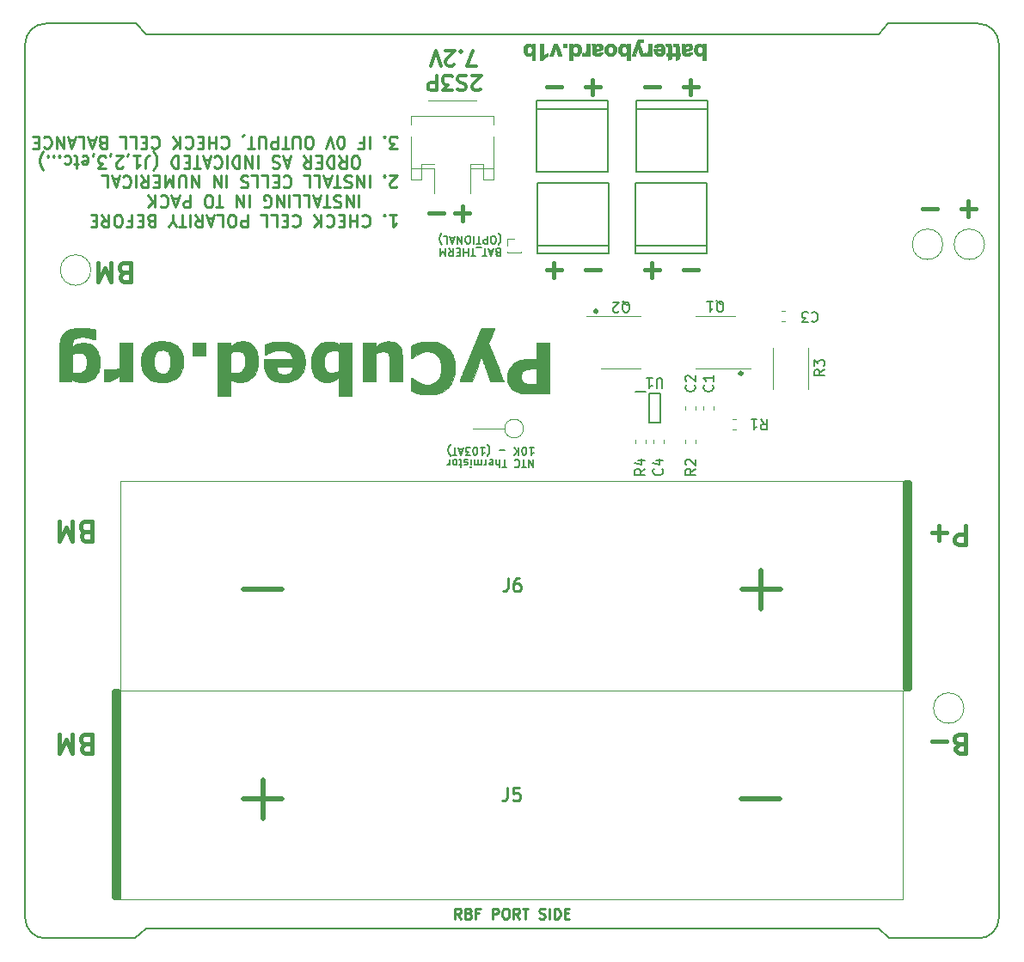
<source format=gbr>
%TF.GenerationSoftware,KiCad,Pcbnew,7.0.7*%
%TF.CreationDate,2023-10-10T18:21:33-04:00*%
%TF.ProjectId,batteryboard,62617474-6572-4796-926f-6172642e6b69,rev?*%
%TF.SameCoordinates,Original*%
%TF.FileFunction,Legend,Top*%
%TF.FilePolarity,Positive*%
%FSLAX46Y46*%
G04 Gerber Fmt 4.6, Leading zero omitted, Abs format (unit mm)*
G04 Created by KiCad (PCBNEW 7.0.7) date 2023-10-10 18:21:33*
%MOMM*%
%LPD*%
G01*
G04 APERTURE LIST*
%ADD10C,0.400000*%
%ADD11C,0.381000*%
%ADD12C,0.127000*%
%ADD13C,0.355000*%
%ADD14C,0.254000*%
%ADD15C,0.500000*%
%ADD16C,0.150000*%
%ADD17C,0.100000*%
%ADD18C,0.200000*%
%ADD19C,0.120000*%
%ADD20C,0.203200*%
%ADD21C,0.010000*%
%TA.AperFunction,Profile*%
%ADD22C,0.150000*%
%TD*%
G04 APERTURE END LIST*
D10*
X123752922Y-88290400D02*
G75*
G03*
X123752922Y-88290400I-80322J0D01*
G01*
X109478122Y-82169000D02*
G75*
G03*
X109478122Y-82169000I-80322J0D01*
G01*
D11*
X59118499Y-124850379D02*
X58846356Y-124759665D01*
X58846356Y-124759665D02*
X58755642Y-124668951D01*
X58755642Y-124668951D02*
X58664928Y-124487522D01*
X58664928Y-124487522D02*
X58664928Y-124215379D01*
X58664928Y-124215379D02*
X58755642Y-124033951D01*
X58755642Y-124033951D02*
X58846356Y-123943237D01*
X58846356Y-123943237D02*
X59027785Y-123852522D01*
X59027785Y-123852522D02*
X59753499Y-123852522D01*
X59753499Y-123852522D02*
X59753499Y-125757522D01*
X59753499Y-125757522D02*
X59118499Y-125757522D01*
X59118499Y-125757522D02*
X58937071Y-125666808D01*
X58937071Y-125666808D02*
X58846356Y-125576094D01*
X58846356Y-125576094D02*
X58755642Y-125394665D01*
X58755642Y-125394665D02*
X58755642Y-125213237D01*
X58755642Y-125213237D02*
X58846356Y-125031808D01*
X58846356Y-125031808D02*
X58937071Y-124941094D01*
X58937071Y-124941094D02*
X59118499Y-124850379D01*
X59118499Y-124850379D02*
X59753499Y-124850379D01*
X57848499Y-123852522D02*
X57848499Y-125757522D01*
X57848499Y-125757522D02*
X57213499Y-124396808D01*
X57213499Y-124396808D02*
X56578499Y-125757522D01*
X56578499Y-125757522D02*
X56578499Y-123852522D01*
X145188213Y-124850379D02*
X144916070Y-124759665D01*
X144916070Y-124759665D02*
X144825356Y-124668951D01*
X144825356Y-124668951D02*
X144734642Y-124487522D01*
X144734642Y-124487522D02*
X144734642Y-124215379D01*
X144734642Y-124215379D02*
X144825356Y-124033951D01*
X144825356Y-124033951D02*
X144916070Y-123943237D01*
X144916070Y-123943237D02*
X145097499Y-123852522D01*
X145097499Y-123852522D02*
X145823213Y-123852522D01*
X145823213Y-123852522D02*
X145823213Y-125757522D01*
X145823213Y-125757522D02*
X145188213Y-125757522D01*
X145188213Y-125757522D02*
X145006785Y-125666808D01*
X145006785Y-125666808D02*
X144916070Y-125576094D01*
X144916070Y-125576094D02*
X144825356Y-125394665D01*
X144825356Y-125394665D02*
X144825356Y-125213237D01*
X144825356Y-125213237D02*
X144916070Y-125031808D01*
X144916070Y-125031808D02*
X145006785Y-124941094D01*
X145006785Y-124941094D02*
X145188213Y-124850379D01*
X145188213Y-124850379D02*
X145823213Y-124850379D01*
X143918213Y-124578237D02*
X142466785Y-124578237D01*
X145823213Y-103278522D02*
X145823213Y-105183522D01*
X145823213Y-105183522D02*
X145097499Y-105183522D01*
X145097499Y-105183522D02*
X144916070Y-105092808D01*
X144916070Y-105092808D02*
X144825356Y-105002094D01*
X144825356Y-105002094D02*
X144734642Y-104820665D01*
X144734642Y-104820665D02*
X144734642Y-104548522D01*
X144734642Y-104548522D02*
X144825356Y-104367094D01*
X144825356Y-104367094D02*
X144916070Y-104276379D01*
X144916070Y-104276379D02*
X145097499Y-104185665D01*
X145097499Y-104185665D02*
X145823213Y-104185665D01*
X143918213Y-104004237D02*
X142466785Y-104004237D01*
X143192499Y-103278522D02*
X143192499Y-104729951D01*
X62928499Y-78368379D02*
X62656356Y-78277665D01*
X62656356Y-78277665D02*
X62565642Y-78186951D01*
X62565642Y-78186951D02*
X62474928Y-78005522D01*
X62474928Y-78005522D02*
X62474928Y-77733379D01*
X62474928Y-77733379D02*
X62565642Y-77551951D01*
X62565642Y-77551951D02*
X62656356Y-77461237D01*
X62656356Y-77461237D02*
X62837785Y-77370522D01*
X62837785Y-77370522D02*
X63563499Y-77370522D01*
X63563499Y-77370522D02*
X63563499Y-79275522D01*
X63563499Y-79275522D02*
X62928499Y-79275522D01*
X62928499Y-79275522D02*
X62747071Y-79184808D01*
X62747071Y-79184808D02*
X62656356Y-79094094D01*
X62656356Y-79094094D02*
X62565642Y-78912665D01*
X62565642Y-78912665D02*
X62565642Y-78731237D01*
X62565642Y-78731237D02*
X62656356Y-78549808D01*
X62656356Y-78549808D02*
X62747071Y-78459094D01*
X62747071Y-78459094D02*
X62928499Y-78368379D01*
X62928499Y-78368379D02*
X63563499Y-78368379D01*
X61658499Y-77370522D02*
X61658499Y-79275522D01*
X61658499Y-79275522D02*
X61023499Y-77914808D01*
X61023499Y-77914808D02*
X60388499Y-79275522D01*
X60388499Y-79275522D02*
X60388499Y-77370522D01*
X104557286Y-60079763D02*
X106008715Y-60079763D01*
X108367286Y-60079763D02*
X109818715Y-60079763D01*
X109093000Y-60805477D02*
X109093000Y-59354048D01*
X94451713Y-72508237D02*
X93000285Y-72508237D01*
X96991713Y-72508237D02*
X95540285Y-72508237D01*
X96265999Y-71782522D02*
X96265999Y-73233951D01*
X114209286Y-60079763D02*
X115660715Y-60079763D01*
X118019286Y-60079763D02*
X119470715Y-60079763D01*
X118745000Y-60805477D02*
X118745000Y-59354048D01*
X119470713Y-78096237D02*
X118019285Y-78096237D01*
X115660713Y-78096237D02*
X114209285Y-78096237D01*
X114934999Y-77370522D02*
X114934999Y-78821951D01*
X109818713Y-78096237D02*
X108367285Y-78096237D01*
X106008713Y-78096237D02*
X104557285Y-78096237D01*
X105282999Y-77370522D02*
X105282999Y-78821951D01*
D12*
X103232856Y-96787498D02*
X103232856Y-97549498D01*
X103232856Y-97549498D02*
X102797427Y-96787498D01*
X102797427Y-96787498D02*
X102797427Y-97549498D01*
X102543427Y-97549498D02*
X102107999Y-97549498D01*
X102325713Y-96787498D02*
X102325713Y-97549498D01*
X101418570Y-96860069D02*
X101454856Y-96823784D01*
X101454856Y-96823784D02*
X101563713Y-96787498D01*
X101563713Y-96787498D02*
X101636285Y-96787498D01*
X101636285Y-96787498D02*
X101745142Y-96823784D01*
X101745142Y-96823784D02*
X101817713Y-96896355D01*
X101817713Y-96896355D02*
X101853999Y-96968926D01*
X101853999Y-96968926D02*
X101890285Y-97114069D01*
X101890285Y-97114069D02*
X101890285Y-97222926D01*
X101890285Y-97222926D02*
X101853999Y-97368069D01*
X101853999Y-97368069D02*
X101817713Y-97440641D01*
X101817713Y-97440641D02*
X101745142Y-97513212D01*
X101745142Y-97513212D02*
X101636285Y-97549498D01*
X101636285Y-97549498D02*
X101563713Y-97549498D01*
X101563713Y-97549498D02*
X101454856Y-97513212D01*
X101454856Y-97513212D02*
X101418570Y-97476926D01*
X100620285Y-97549498D02*
X100184857Y-97549498D01*
X100402571Y-96787498D02*
X100402571Y-97549498D01*
X99930857Y-96787498D02*
X99930857Y-97549498D01*
X99604286Y-96787498D02*
X99604286Y-97186641D01*
X99604286Y-97186641D02*
X99640571Y-97259212D01*
X99640571Y-97259212D02*
X99713143Y-97295498D01*
X99713143Y-97295498D02*
X99822000Y-97295498D01*
X99822000Y-97295498D02*
X99894571Y-97259212D01*
X99894571Y-97259212D02*
X99930857Y-97222926D01*
X98951142Y-96823784D02*
X99023714Y-96787498D01*
X99023714Y-96787498D02*
X99168857Y-96787498D01*
X99168857Y-96787498D02*
X99241428Y-96823784D01*
X99241428Y-96823784D02*
X99277714Y-96896355D01*
X99277714Y-96896355D02*
X99277714Y-97186641D01*
X99277714Y-97186641D02*
X99241428Y-97259212D01*
X99241428Y-97259212D02*
X99168857Y-97295498D01*
X99168857Y-97295498D02*
X99023714Y-97295498D01*
X99023714Y-97295498D02*
X98951142Y-97259212D01*
X98951142Y-97259212D02*
X98914857Y-97186641D01*
X98914857Y-97186641D02*
X98914857Y-97114069D01*
X98914857Y-97114069D02*
X99277714Y-97041498D01*
X98588285Y-96787498D02*
X98588285Y-97295498D01*
X98588285Y-97150355D02*
X98551999Y-97222926D01*
X98551999Y-97222926D02*
X98515714Y-97259212D01*
X98515714Y-97259212D02*
X98443142Y-97295498D01*
X98443142Y-97295498D02*
X98370571Y-97295498D01*
X98116571Y-96787498D02*
X98116571Y-97295498D01*
X98116571Y-97222926D02*
X98080285Y-97259212D01*
X98080285Y-97259212D02*
X98007714Y-97295498D01*
X98007714Y-97295498D02*
X97898857Y-97295498D01*
X97898857Y-97295498D02*
X97826285Y-97259212D01*
X97826285Y-97259212D02*
X97790000Y-97186641D01*
X97790000Y-97186641D02*
X97790000Y-96787498D01*
X97790000Y-97186641D02*
X97753714Y-97259212D01*
X97753714Y-97259212D02*
X97681142Y-97295498D01*
X97681142Y-97295498D02*
X97572285Y-97295498D01*
X97572285Y-97295498D02*
X97499714Y-97259212D01*
X97499714Y-97259212D02*
X97463428Y-97186641D01*
X97463428Y-97186641D02*
X97463428Y-96787498D01*
X97100571Y-96787498D02*
X97100571Y-97295498D01*
X97100571Y-97549498D02*
X97136857Y-97513212D01*
X97136857Y-97513212D02*
X97100571Y-97476926D01*
X97100571Y-97476926D02*
X97064285Y-97513212D01*
X97064285Y-97513212D02*
X97100571Y-97549498D01*
X97100571Y-97549498D02*
X97100571Y-97476926D01*
X96774000Y-96823784D02*
X96701428Y-96787498D01*
X96701428Y-96787498D02*
X96556285Y-96787498D01*
X96556285Y-96787498D02*
X96483714Y-96823784D01*
X96483714Y-96823784D02*
X96447428Y-96896355D01*
X96447428Y-96896355D02*
X96447428Y-96932641D01*
X96447428Y-96932641D02*
X96483714Y-97005212D01*
X96483714Y-97005212D02*
X96556285Y-97041498D01*
X96556285Y-97041498D02*
X96665143Y-97041498D01*
X96665143Y-97041498D02*
X96737714Y-97077784D01*
X96737714Y-97077784D02*
X96774000Y-97150355D01*
X96774000Y-97150355D02*
X96774000Y-97186641D01*
X96774000Y-97186641D02*
X96737714Y-97259212D01*
X96737714Y-97259212D02*
X96665143Y-97295498D01*
X96665143Y-97295498D02*
X96556285Y-97295498D01*
X96556285Y-97295498D02*
X96483714Y-97259212D01*
X96229714Y-97295498D02*
X95939428Y-97295498D01*
X96120857Y-97549498D02*
X96120857Y-96896355D01*
X96120857Y-96896355D02*
X96084571Y-96823784D01*
X96084571Y-96823784D02*
X96012000Y-96787498D01*
X96012000Y-96787498D02*
X95939428Y-96787498D01*
X95576571Y-96787498D02*
X95649142Y-96823784D01*
X95649142Y-96823784D02*
X95685428Y-96860069D01*
X95685428Y-96860069D02*
X95721714Y-96932641D01*
X95721714Y-96932641D02*
X95721714Y-97150355D01*
X95721714Y-97150355D02*
X95685428Y-97222926D01*
X95685428Y-97222926D02*
X95649142Y-97259212D01*
X95649142Y-97259212D02*
X95576571Y-97295498D01*
X95576571Y-97295498D02*
X95467714Y-97295498D01*
X95467714Y-97295498D02*
X95395142Y-97259212D01*
X95395142Y-97259212D02*
X95358857Y-97222926D01*
X95358857Y-97222926D02*
X95322571Y-97150355D01*
X95322571Y-97150355D02*
X95322571Y-96932641D01*
X95322571Y-96932641D02*
X95358857Y-96860069D01*
X95358857Y-96860069D02*
X95395142Y-96823784D01*
X95395142Y-96823784D02*
X95467714Y-96787498D01*
X95467714Y-96787498D02*
X95576571Y-96787498D01*
X94995999Y-96787498D02*
X94995999Y-97295498D01*
X94995999Y-97150355D02*
X94959713Y-97222926D01*
X94959713Y-97222926D02*
X94923428Y-97259212D01*
X94923428Y-97259212D02*
X94850856Y-97295498D01*
X94850856Y-97295498D02*
X94778285Y-97295498D01*
X102851855Y-95560678D02*
X103287284Y-95560678D01*
X103069569Y-95560678D02*
X103069569Y-96322678D01*
X103069569Y-96322678D02*
X103142141Y-96213821D01*
X103142141Y-96213821D02*
X103214712Y-96141249D01*
X103214712Y-96141249D02*
X103287284Y-96104964D01*
X102380141Y-96322678D02*
X102307570Y-96322678D01*
X102307570Y-96322678D02*
X102234998Y-96286392D01*
X102234998Y-96286392D02*
X102198713Y-96250106D01*
X102198713Y-96250106D02*
X102162427Y-96177535D01*
X102162427Y-96177535D02*
X102126141Y-96032392D01*
X102126141Y-96032392D02*
X102126141Y-95850964D01*
X102126141Y-95850964D02*
X102162427Y-95705821D01*
X102162427Y-95705821D02*
X102198713Y-95633249D01*
X102198713Y-95633249D02*
X102234998Y-95596964D01*
X102234998Y-95596964D02*
X102307570Y-95560678D01*
X102307570Y-95560678D02*
X102380141Y-95560678D01*
X102380141Y-95560678D02*
X102452713Y-95596964D01*
X102452713Y-95596964D02*
X102488998Y-95633249D01*
X102488998Y-95633249D02*
X102525284Y-95705821D01*
X102525284Y-95705821D02*
X102561570Y-95850964D01*
X102561570Y-95850964D02*
X102561570Y-96032392D01*
X102561570Y-96032392D02*
X102525284Y-96177535D01*
X102525284Y-96177535D02*
X102488998Y-96250106D01*
X102488998Y-96250106D02*
X102452713Y-96286392D01*
X102452713Y-96286392D02*
X102380141Y-96322678D01*
X101799570Y-95560678D02*
X101799570Y-96322678D01*
X101364141Y-95560678D02*
X101690713Y-95996106D01*
X101364141Y-96322678D02*
X101799570Y-95887249D01*
X100456999Y-95850964D02*
X99876428Y-95850964D01*
X98715285Y-95270392D02*
X98751570Y-95306678D01*
X98751570Y-95306678D02*
X98824142Y-95415535D01*
X98824142Y-95415535D02*
X98860428Y-95488106D01*
X98860428Y-95488106D02*
X98896713Y-95596964D01*
X98896713Y-95596964D02*
X98932999Y-95778392D01*
X98932999Y-95778392D02*
X98932999Y-95923535D01*
X98932999Y-95923535D02*
X98896713Y-96104964D01*
X98896713Y-96104964D02*
X98860428Y-96213821D01*
X98860428Y-96213821D02*
X98824142Y-96286392D01*
X98824142Y-96286392D02*
X98751570Y-96395249D01*
X98751570Y-96395249D02*
X98715285Y-96431535D01*
X98025856Y-95560678D02*
X98461285Y-95560678D01*
X98243570Y-95560678D02*
X98243570Y-96322678D01*
X98243570Y-96322678D02*
X98316142Y-96213821D01*
X98316142Y-96213821D02*
X98388713Y-96141249D01*
X98388713Y-96141249D02*
X98461285Y-96104964D01*
X97554142Y-96322678D02*
X97481571Y-96322678D01*
X97481571Y-96322678D02*
X97408999Y-96286392D01*
X97408999Y-96286392D02*
X97372714Y-96250106D01*
X97372714Y-96250106D02*
X97336428Y-96177535D01*
X97336428Y-96177535D02*
X97300142Y-96032392D01*
X97300142Y-96032392D02*
X97300142Y-95850964D01*
X97300142Y-95850964D02*
X97336428Y-95705821D01*
X97336428Y-95705821D02*
X97372714Y-95633249D01*
X97372714Y-95633249D02*
X97408999Y-95596964D01*
X97408999Y-95596964D02*
X97481571Y-95560678D01*
X97481571Y-95560678D02*
X97554142Y-95560678D01*
X97554142Y-95560678D02*
X97626714Y-95596964D01*
X97626714Y-95596964D02*
X97662999Y-95633249D01*
X97662999Y-95633249D02*
X97699285Y-95705821D01*
X97699285Y-95705821D02*
X97735571Y-95850964D01*
X97735571Y-95850964D02*
X97735571Y-96032392D01*
X97735571Y-96032392D02*
X97699285Y-96177535D01*
X97699285Y-96177535D02*
X97662999Y-96250106D01*
X97662999Y-96250106D02*
X97626714Y-96286392D01*
X97626714Y-96286392D02*
X97554142Y-96322678D01*
X97046142Y-96322678D02*
X96574428Y-96322678D01*
X96574428Y-96322678D02*
X96828428Y-96032392D01*
X96828428Y-96032392D02*
X96719571Y-96032392D01*
X96719571Y-96032392D02*
X96647000Y-95996106D01*
X96647000Y-95996106D02*
X96610714Y-95959821D01*
X96610714Y-95959821D02*
X96574428Y-95887249D01*
X96574428Y-95887249D02*
X96574428Y-95705821D01*
X96574428Y-95705821D02*
X96610714Y-95633249D01*
X96610714Y-95633249D02*
X96647000Y-95596964D01*
X96647000Y-95596964D02*
X96719571Y-95560678D01*
X96719571Y-95560678D02*
X96937285Y-95560678D01*
X96937285Y-95560678D02*
X97009857Y-95596964D01*
X97009857Y-95596964D02*
X97046142Y-95633249D01*
X96284143Y-95778392D02*
X95921286Y-95778392D01*
X96356714Y-95560678D02*
X96102714Y-96322678D01*
X96102714Y-96322678D02*
X95848714Y-95560678D01*
X95703571Y-96322678D02*
X95268143Y-96322678D01*
X95485857Y-95560678D02*
X95485857Y-96322678D01*
X95086714Y-95270392D02*
X95050429Y-95306678D01*
X95050429Y-95306678D02*
X94977857Y-95415535D01*
X94977857Y-95415535D02*
X94941572Y-95488106D01*
X94941572Y-95488106D02*
X94905286Y-95596964D01*
X94905286Y-95596964D02*
X94869000Y-95778392D01*
X94869000Y-95778392D02*
X94869000Y-95923535D01*
X94869000Y-95923535D02*
X94905286Y-96104964D01*
X94905286Y-96104964D02*
X94941572Y-96213821D01*
X94941572Y-96213821D02*
X94977857Y-96286392D01*
X94977857Y-96286392D02*
X95050429Y-96395249D01*
X95050429Y-96395249D02*
X95086714Y-96431535D01*
D13*
X98060341Y-60255834D02*
X97988913Y-60327262D01*
X97988913Y-60327262D02*
X97846056Y-60398691D01*
X97846056Y-60398691D02*
X97488913Y-60398691D01*
X97488913Y-60398691D02*
X97346056Y-60327262D01*
X97346056Y-60327262D02*
X97274627Y-60255834D01*
X97274627Y-60255834D02*
X97203198Y-60112977D01*
X97203198Y-60112977D02*
X97203198Y-59970120D01*
X97203198Y-59970120D02*
X97274627Y-59755834D01*
X97274627Y-59755834D02*
X98131770Y-58898691D01*
X98131770Y-58898691D02*
X97203198Y-58898691D01*
X96631770Y-58970120D02*
X96417485Y-58898691D01*
X96417485Y-58898691D02*
X96060342Y-58898691D01*
X96060342Y-58898691D02*
X95917485Y-58970120D01*
X95917485Y-58970120D02*
X95846056Y-59041548D01*
X95846056Y-59041548D02*
X95774627Y-59184405D01*
X95774627Y-59184405D02*
X95774627Y-59327262D01*
X95774627Y-59327262D02*
X95846056Y-59470120D01*
X95846056Y-59470120D02*
X95917485Y-59541548D01*
X95917485Y-59541548D02*
X96060342Y-59612977D01*
X96060342Y-59612977D02*
X96346056Y-59684405D01*
X96346056Y-59684405D02*
X96488913Y-59755834D01*
X96488913Y-59755834D02*
X96560342Y-59827262D01*
X96560342Y-59827262D02*
X96631770Y-59970120D01*
X96631770Y-59970120D02*
X96631770Y-60112977D01*
X96631770Y-60112977D02*
X96560342Y-60255834D01*
X96560342Y-60255834D02*
X96488913Y-60327262D01*
X96488913Y-60327262D02*
X96346056Y-60398691D01*
X96346056Y-60398691D02*
X95988913Y-60398691D01*
X95988913Y-60398691D02*
X95774627Y-60327262D01*
X95274628Y-60398691D02*
X94346056Y-60398691D01*
X94346056Y-60398691D02*
X94846056Y-59827262D01*
X94846056Y-59827262D02*
X94631771Y-59827262D01*
X94631771Y-59827262D02*
X94488914Y-59755834D01*
X94488914Y-59755834D02*
X94417485Y-59684405D01*
X94417485Y-59684405D02*
X94346056Y-59541548D01*
X94346056Y-59541548D02*
X94346056Y-59184405D01*
X94346056Y-59184405D02*
X94417485Y-59041548D01*
X94417485Y-59041548D02*
X94488914Y-58970120D01*
X94488914Y-58970120D02*
X94631771Y-58898691D01*
X94631771Y-58898691D02*
X95060342Y-58898691D01*
X95060342Y-58898691D02*
X95203199Y-58970120D01*
X95203199Y-58970120D02*
X95274628Y-59041548D01*
X93703200Y-58898691D02*
X93703200Y-60398691D01*
X93703200Y-60398691D02*
X93131771Y-60398691D01*
X93131771Y-60398691D02*
X92988914Y-60327262D01*
X92988914Y-60327262D02*
X92917485Y-60255834D01*
X92917485Y-60255834D02*
X92846057Y-60112977D01*
X92846057Y-60112977D02*
X92846057Y-59898691D01*
X92846057Y-59898691D02*
X92917485Y-59755834D01*
X92917485Y-59755834D02*
X92988914Y-59684405D01*
X92988914Y-59684405D02*
X93131771Y-59612977D01*
X93131771Y-59612977D02*
X93703200Y-59612977D01*
X97667485Y-57983691D02*
X96667485Y-57983691D01*
X96667485Y-57983691D02*
X97310342Y-56483691D01*
X96096057Y-56626548D02*
X96024628Y-56555120D01*
X96024628Y-56555120D02*
X96096057Y-56483691D01*
X96096057Y-56483691D02*
X96167485Y-56555120D01*
X96167485Y-56555120D02*
X96096057Y-56626548D01*
X96096057Y-56626548D02*
X96096057Y-56483691D01*
X95453199Y-57840834D02*
X95381771Y-57912262D01*
X95381771Y-57912262D02*
X95238914Y-57983691D01*
X95238914Y-57983691D02*
X94881771Y-57983691D01*
X94881771Y-57983691D02*
X94738914Y-57912262D01*
X94738914Y-57912262D02*
X94667485Y-57840834D01*
X94667485Y-57840834D02*
X94596056Y-57697977D01*
X94596056Y-57697977D02*
X94596056Y-57555120D01*
X94596056Y-57555120D02*
X94667485Y-57340834D01*
X94667485Y-57340834D02*
X95524628Y-56483691D01*
X95524628Y-56483691D02*
X94596056Y-56483691D01*
X94167485Y-57983691D02*
X93667485Y-56483691D01*
X93667485Y-56483691D02*
X93167485Y-57983691D01*
D12*
X99731285Y-76358641D02*
X99622428Y-76322355D01*
X99622428Y-76322355D02*
X99586142Y-76286069D01*
X99586142Y-76286069D02*
X99549856Y-76213498D01*
X99549856Y-76213498D02*
X99549856Y-76104641D01*
X99549856Y-76104641D02*
X99586142Y-76032069D01*
X99586142Y-76032069D02*
X99622428Y-75995784D01*
X99622428Y-75995784D02*
X99694999Y-75959498D01*
X99694999Y-75959498D02*
X99985285Y-75959498D01*
X99985285Y-75959498D02*
X99985285Y-76721498D01*
X99985285Y-76721498D02*
X99731285Y-76721498D01*
X99731285Y-76721498D02*
X99658714Y-76685212D01*
X99658714Y-76685212D02*
X99622428Y-76648926D01*
X99622428Y-76648926D02*
X99586142Y-76576355D01*
X99586142Y-76576355D02*
X99586142Y-76503784D01*
X99586142Y-76503784D02*
X99622428Y-76431212D01*
X99622428Y-76431212D02*
X99658714Y-76394926D01*
X99658714Y-76394926D02*
X99731285Y-76358641D01*
X99731285Y-76358641D02*
X99985285Y-76358641D01*
X99259571Y-76177212D02*
X98896714Y-76177212D01*
X99332142Y-75959498D02*
X99078142Y-76721498D01*
X99078142Y-76721498D02*
X98824142Y-75959498D01*
X98678999Y-76721498D02*
X98243571Y-76721498D01*
X98461285Y-75959498D02*
X98461285Y-76721498D01*
X98171000Y-75886926D02*
X97590428Y-75886926D01*
X97517857Y-76721498D02*
X97082429Y-76721498D01*
X97300143Y-75959498D02*
X97300143Y-76721498D01*
X96828429Y-75959498D02*
X96828429Y-76721498D01*
X96828429Y-76358641D02*
X96393000Y-76358641D01*
X96393000Y-75959498D02*
X96393000Y-76721498D01*
X96030143Y-76358641D02*
X95776143Y-76358641D01*
X95667286Y-75959498D02*
X96030143Y-75959498D01*
X96030143Y-75959498D02*
X96030143Y-76721498D01*
X96030143Y-76721498D02*
X95667286Y-76721498D01*
X94905285Y-75959498D02*
X95159285Y-76322355D01*
X95340714Y-75959498D02*
X95340714Y-76721498D01*
X95340714Y-76721498D02*
X95050428Y-76721498D01*
X95050428Y-76721498D02*
X94977857Y-76685212D01*
X94977857Y-76685212D02*
X94941571Y-76648926D01*
X94941571Y-76648926D02*
X94905285Y-76576355D01*
X94905285Y-76576355D02*
X94905285Y-76467498D01*
X94905285Y-76467498D02*
X94941571Y-76394926D01*
X94941571Y-76394926D02*
X94977857Y-76358641D01*
X94977857Y-76358641D02*
X95050428Y-76322355D01*
X95050428Y-76322355D02*
X95340714Y-76322355D01*
X94578714Y-75959498D02*
X94578714Y-76721498D01*
X94578714Y-76721498D02*
X94324714Y-76177212D01*
X94324714Y-76177212D02*
X94070714Y-76721498D01*
X94070714Y-76721498D02*
X94070714Y-75959498D01*
X99822000Y-74442392D02*
X99858285Y-74478678D01*
X99858285Y-74478678D02*
X99930857Y-74587535D01*
X99930857Y-74587535D02*
X99967143Y-74660106D01*
X99967143Y-74660106D02*
X100003428Y-74768964D01*
X100003428Y-74768964D02*
X100039714Y-74950392D01*
X100039714Y-74950392D02*
X100039714Y-75095535D01*
X100039714Y-75095535D02*
X100003428Y-75276964D01*
X100003428Y-75276964D02*
X99967143Y-75385821D01*
X99967143Y-75385821D02*
X99930857Y-75458392D01*
X99930857Y-75458392D02*
X99858285Y-75567249D01*
X99858285Y-75567249D02*
X99822000Y-75603535D01*
X99386571Y-75494678D02*
X99241428Y-75494678D01*
X99241428Y-75494678D02*
X99168857Y-75458392D01*
X99168857Y-75458392D02*
X99096285Y-75385821D01*
X99096285Y-75385821D02*
X99060000Y-75240678D01*
X99060000Y-75240678D02*
X99060000Y-74986678D01*
X99060000Y-74986678D02*
X99096285Y-74841535D01*
X99096285Y-74841535D02*
X99168857Y-74768964D01*
X99168857Y-74768964D02*
X99241428Y-74732678D01*
X99241428Y-74732678D02*
X99386571Y-74732678D01*
X99386571Y-74732678D02*
X99459143Y-74768964D01*
X99459143Y-74768964D02*
X99531714Y-74841535D01*
X99531714Y-74841535D02*
X99568000Y-74986678D01*
X99568000Y-74986678D02*
X99568000Y-75240678D01*
X99568000Y-75240678D02*
X99531714Y-75385821D01*
X99531714Y-75385821D02*
X99459143Y-75458392D01*
X99459143Y-75458392D02*
X99386571Y-75494678D01*
X98733428Y-74732678D02*
X98733428Y-75494678D01*
X98733428Y-75494678D02*
X98443142Y-75494678D01*
X98443142Y-75494678D02*
X98370571Y-75458392D01*
X98370571Y-75458392D02*
X98334285Y-75422106D01*
X98334285Y-75422106D02*
X98297999Y-75349535D01*
X98297999Y-75349535D02*
X98297999Y-75240678D01*
X98297999Y-75240678D02*
X98334285Y-75168106D01*
X98334285Y-75168106D02*
X98370571Y-75131821D01*
X98370571Y-75131821D02*
X98443142Y-75095535D01*
X98443142Y-75095535D02*
X98733428Y-75095535D01*
X98080285Y-75494678D02*
X97644857Y-75494678D01*
X97862571Y-74732678D02*
X97862571Y-75494678D01*
X97390857Y-74732678D02*
X97390857Y-75494678D01*
X96882857Y-75494678D02*
X96737714Y-75494678D01*
X96737714Y-75494678D02*
X96665143Y-75458392D01*
X96665143Y-75458392D02*
X96592571Y-75385821D01*
X96592571Y-75385821D02*
X96556286Y-75240678D01*
X96556286Y-75240678D02*
X96556286Y-74986678D01*
X96556286Y-74986678D02*
X96592571Y-74841535D01*
X96592571Y-74841535D02*
X96665143Y-74768964D01*
X96665143Y-74768964D02*
X96737714Y-74732678D01*
X96737714Y-74732678D02*
X96882857Y-74732678D01*
X96882857Y-74732678D02*
X96955429Y-74768964D01*
X96955429Y-74768964D02*
X97028000Y-74841535D01*
X97028000Y-74841535D02*
X97064286Y-74986678D01*
X97064286Y-74986678D02*
X97064286Y-75240678D01*
X97064286Y-75240678D02*
X97028000Y-75385821D01*
X97028000Y-75385821D02*
X96955429Y-75458392D01*
X96955429Y-75458392D02*
X96882857Y-75494678D01*
X96229714Y-74732678D02*
X96229714Y-75494678D01*
X96229714Y-75494678D02*
X95794285Y-74732678D01*
X95794285Y-74732678D02*
X95794285Y-75494678D01*
X95467714Y-74950392D02*
X95104857Y-74950392D01*
X95540285Y-74732678D02*
X95286285Y-75494678D01*
X95286285Y-75494678D02*
X95032285Y-74732678D01*
X94415428Y-74732678D02*
X94778285Y-74732678D01*
X94778285Y-74732678D02*
X94778285Y-75494678D01*
X94233999Y-74442392D02*
X94197714Y-74478678D01*
X94197714Y-74478678D02*
X94125142Y-74587535D01*
X94125142Y-74587535D02*
X94088857Y-74660106D01*
X94088857Y-74660106D02*
X94052571Y-74768964D01*
X94052571Y-74768964D02*
X94016285Y-74950392D01*
X94016285Y-74950392D02*
X94016285Y-75095535D01*
X94016285Y-75095535D02*
X94052571Y-75276964D01*
X94052571Y-75276964D02*
X94088857Y-75385821D01*
X94088857Y-75385821D02*
X94125142Y-75458392D01*
X94125142Y-75458392D02*
X94197714Y-75567249D01*
X94197714Y-75567249D02*
X94233999Y-75603535D01*
D14*
X96111181Y-142061812D02*
X95772514Y-141578003D01*
X95530609Y-142061812D02*
X95530609Y-141045812D01*
X95530609Y-141045812D02*
X95917657Y-141045812D01*
X95917657Y-141045812D02*
X96014419Y-141094193D01*
X96014419Y-141094193D02*
X96062800Y-141142574D01*
X96062800Y-141142574D02*
X96111181Y-141239336D01*
X96111181Y-141239336D02*
X96111181Y-141384479D01*
X96111181Y-141384479D02*
X96062800Y-141481241D01*
X96062800Y-141481241D02*
X96014419Y-141529622D01*
X96014419Y-141529622D02*
X95917657Y-141578003D01*
X95917657Y-141578003D02*
X95530609Y-141578003D01*
X96885276Y-141529622D02*
X97030419Y-141578003D01*
X97030419Y-141578003D02*
X97078800Y-141626384D01*
X97078800Y-141626384D02*
X97127181Y-141723146D01*
X97127181Y-141723146D02*
X97127181Y-141868289D01*
X97127181Y-141868289D02*
X97078800Y-141965051D01*
X97078800Y-141965051D02*
X97030419Y-142013432D01*
X97030419Y-142013432D02*
X96933657Y-142061812D01*
X96933657Y-142061812D02*
X96546609Y-142061812D01*
X96546609Y-142061812D02*
X96546609Y-141045812D01*
X96546609Y-141045812D02*
X96885276Y-141045812D01*
X96885276Y-141045812D02*
X96982038Y-141094193D01*
X96982038Y-141094193D02*
X97030419Y-141142574D01*
X97030419Y-141142574D02*
X97078800Y-141239336D01*
X97078800Y-141239336D02*
X97078800Y-141336098D01*
X97078800Y-141336098D02*
X97030419Y-141432860D01*
X97030419Y-141432860D02*
X96982038Y-141481241D01*
X96982038Y-141481241D02*
X96885276Y-141529622D01*
X96885276Y-141529622D02*
X96546609Y-141529622D01*
X97901276Y-141529622D02*
X97562609Y-141529622D01*
X97562609Y-142061812D02*
X97562609Y-141045812D01*
X97562609Y-141045812D02*
X98046419Y-141045812D01*
X99207561Y-142061812D02*
X99207561Y-141045812D01*
X99207561Y-141045812D02*
X99594609Y-141045812D01*
X99594609Y-141045812D02*
X99691371Y-141094193D01*
X99691371Y-141094193D02*
X99739752Y-141142574D01*
X99739752Y-141142574D02*
X99788133Y-141239336D01*
X99788133Y-141239336D02*
X99788133Y-141384479D01*
X99788133Y-141384479D02*
X99739752Y-141481241D01*
X99739752Y-141481241D02*
X99691371Y-141529622D01*
X99691371Y-141529622D02*
X99594609Y-141578003D01*
X99594609Y-141578003D02*
X99207561Y-141578003D01*
X100417085Y-141045812D02*
X100610609Y-141045812D01*
X100610609Y-141045812D02*
X100707371Y-141094193D01*
X100707371Y-141094193D02*
X100804133Y-141190955D01*
X100804133Y-141190955D02*
X100852514Y-141384479D01*
X100852514Y-141384479D02*
X100852514Y-141723146D01*
X100852514Y-141723146D02*
X100804133Y-141916670D01*
X100804133Y-141916670D02*
X100707371Y-142013432D01*
X100707371Y-142013432D02*
X100610609Y-142061812D01*
X100610609Y-142061812D02*
X100417085Y-142061812D01*
X100417085Y-142061812D02*
X100320323Y-142013432D01*
X100320323Y-142013432D02*
X100223561Y-141916670D01*
X100223561Y-141916670D02*
X100175180Y-141723146D01*
X100175180Y-141723146D02*
X100175180Y-141384479D01*
X100175180Y-141384479D02*
X100223561Y-141190955D01*
X100223561Y-141190955D02*
X100320323Y-141094193D01*
X100320323Y-141094193D02*
X100417085Y-141045812D01*
X101868514Y-142061812D02*
X101529847Y-141578003D01*
X101287942Y-142061812D02*
X101287942Y-141045812D01*
X101287942Y-141045812D02*
X101674990Y-141045812D01*
X101674990Y-141045812D02*
X101771752Y-141094193D01*
X101771752Y-141094193D02*
X101820133Y-141142574D01*
X101820133Y-141142574D02*
X101868514Y-141239336D01*
X101868514Y-141239336D02*
X101868514Y-141384479D01*
X101868514Y-141384479D02*
X101820133Y-141481241D01*
X101820133Y-141481241D02*
X101771752Y-141529622D01*
X101771752Y-141529622D02*
X101674990Y-141578003D01*
X101674990Y-141578003D02*
X101287942Y-141578003D01*
X102158799Y-141045812D02*
X102739371Y-141045812D01*
X102449085Y-142061812D02*
X102449085Y-141045812D01*
X103803751Y-142013432D02*
X103948894Y-142061812D01*
X103948894Y-142061812D02*
X104190799Y-142061812D01*
X104190799Y-142061812D02*
X104287561Y-142013432D01*
X104287561Y-142013432D02*
X104335942Y-141965051D01*
X104335942Y-141965051D02*
X104384323Y-141868289D01*
X104384323Y-141868289D02*
X104384323Y-141771527D01*
X104384323Y-141771527D02*
X104335942Y-141674765D01*
X104335942Y-141674765D02*
X104287561Y-141626384D01*
X104287561Y-141626384D02*
X104190799Y-141578003D01*
X104190799Y-141578003D02*
X103997275Y-141529622D01*
X103997275Y-141529622D02*
X103900513Y-141481241D01*
X103900513Y-141481241D02*
X103852132Y-141432860D01*
X103852132Y-141432860D02*
X103803751Y-141336098D01*
X103803751Y-141336098D02*
X103803751Y-141239336D01*
X103803751Y-141239336D02*
X103852132Y-141142574D01*
X103852132Y-141142574D02*
X103900513Y-141094193D01*
X103900513Y-141094193D02*
X103997275Y-141045812D01*
X103997275Y-141045812D02*
X104239180Y-141045812D01*
X104239180Y-141045812D02*
X104384323Y-141094193D01*
X104819751Y-142061812D02*
X104819751Y-141045812D01*
X105303561Y-142061812D02*
X105303561Y-141045812D01*
X105303561Y-141045812D02*
X105545466Y-141045812D01*
X105545466Y-141045812D02*
X105690609Y-141094193D01*
X105690609Y-141094193D02*
X105787371Y-141190955D01*
X105787371Y-141190955D02*
X105835752Y-141287717D01*
X105835752Y-141287717D02*
X105884133Y-141481241D01*
X105884133Y-141481241D02*
X105884133Y-141626384D01*
X105884133Y-141626384D02*
X105835752Y-141819908D01*
X105835752Y-141819908D02*
X105787371Y-141916670D01*
X105787371Y-141916670D02*
X105690609Y-142013432D01*
X105690609Y-142013432D02*
X105545466Y-142061812D01*
X105545466Y-142061812D02*
X105303561Y-142061812D01*
X106319561Y-141529622D02*
X106658228Y-141529622D01*
X106803371Y-142061812D02*
X106319561Y-142061812D01*
X106319561Y-142061812D02*
X106319561Y-141045812D01*
X106319561Y-141045812D02*
X106803371Y-141045812D01*
X89088609Y-72648825D02*
X89774323Y-72648825D01*
X89431466Y-72648825D02*
X89431466Y-73848825D01*
X89431466Y-73848825D02*
X89545752Y-73677396D01*
X89545752Y-73677396D02*
X89660037Y-73563110D01*
X89660037Y-73563110D02*
X89774323Y-73505968D01*
X88574323Y-72763110D02*
X88517180Y-72705968D01*
X88517180Y-72705968D02*
X88574323Y-72648825D01*
X88574323Y-72648825D02*
X88631466Y-72705968D01*
X88631466Y-72705968D02*
X88574323Y-72763110D01*
X88574323Y-72763110D02*
X88574323Y-72648825D01*
X86402894Y-72763110D02*
X86460037Y-72705968D01*
X86460037Y-72705968D02*
X86631465Y-72648825D01*
X86631465Y-72648825D02*
X86745751Y-72648825D01*
X86745751Y-72648825D02*
X86917180Y-72705968D01*
X86917180Y-72705968D02*
X87031465Y-72820253D01*
X87031465Y-72820253D02*
X87088608Y-72934539D01*
X87088608Y-72934539D02*
X87145751Y-73163110D01*
X87145751Y-73163110D02*
X87145751Y-73334539D01*
X87145751Y-73334539D02*
X87088608Y-73563110D01*
X87088608Y-73563110D02*
X87031465Y-73677396D01*
X87031465Y-73677396D02*
X86917180Y-73791682D01*
X86917180Y-73791682D02*
X86745751Y-73848825D01*
X86745751Y-73848825D02*
X86631465Y-73848825D01*
X86631465Y-73848825D02*
X86460037Y-73791682D01*
X86460037Y-73791682D02*
X86402894Y-73734539D01*
X85888608Y-72648825D02*
X85888608Y-73848825D01*
X85888608Y-73277396D02*
X85202894Y-73277396D01*
X85202894Y-72648825D02*
X85202894Y-73848825D01*
X84631465Y-73277396D02*
X84231465Y-73277396D01*
X84060037Y-72648825D02*
X84631465Y-72648825D01*
X84631465Y-72648825D02*
X84631465Y-73848825D01*
X84631465Y-73848825D02*
X84060037Y-73848825D01*
X82860037Y-72763110D02*
X82917180Y-72705968D01*
X82917180Y-72705968D02*
X83088608Y-72648825D01*
X83088608Y-72648825D02*
X83202894Y-72648825D01*
X83202894Y-72648825D02*
X83374323Y-72705968D01*
X83374323Y-72705968D02*
X83488608Y-72820253D01*
X83488608Y-72820253D02*
X83545751Y-72934539D01*
X83545751Y-72934539D02*
X83602894Y-73163110D01*
X83602894Y-73163110D02*
X83602894Y-73334539D01*
X83602894Y-73334539D02*
X83545751Y-73563110D01*
X83545751Y-73563110D02*
X83488608Y-73677396D01*
X83488608Y-73677396D02*
X83374323Y-73791682D01*
X83374323Y-73791682D02*
X83202894Y-73848825D01*
X83202894Y-73848825D02*
X83088608Y-73848825D01*
X83088608Y-73848825D02*
X82917180Y-73791682D01*
X82917180Y-73791682D02*
X82860037Y-73734539D01*
X82345751Y-72648825D02*
X82345751Y-73848825D01*
X81660037Y-72648825D02*
X82174323Y-73334539D01*
X81660037Y-73848825D02*
X82345751Y-73163110D01*
X79545751Y-72763110D02*
X79602894Y-72705968D01*
X79602894Y-72705968D02*
X79774322Y-72648825D01*
X79774322Y-72648825D02*
X79888608Y-72648825D01*
X79888608Y-72648825D02*
X80060037Y-72705968D01*
X80060037Y-72705968D02*
X80174322Y-72820253D01*
X80174322Y-72820253D02*
X80231465Y-72934539D01*
X80231465Y-72934539D02*
X80288608Y-73163110D01*
X80288608Y-73163110D02*
X80288608Y-73334539D01*
X80288608Y-73334539D02*
X80231465Y-73563110D01*
X80231465Y-73563110D02*
X80174322Y-73677396D01*
X80174322Y-73677396D02*
X80060037Y-73791682D01*
X80060037Y-73791682D02*
X79888608Y-73848825D01*
X79888608Y-73848825D02*
X79774322Y-73848825D01*
X79774322Y-73848825D02*
X79602894Y-73791682D01*
X79602894Y-73791682D02*
X79545751Y-73734539D01*
X79031465Y-73277396D02*
X78631465Y-73277396D01*
X78460037Y-72648825D02*
X79031465Y-72648825D01*
X79031465Y-72648825D02*
X79031465Y-73848825D01*
X79031465Y-73848825D02*
X78460037Y-73848825D01*
X77374323Y-72648825D02*
X77945751Y-72648825D01*
X77945751Y-72648825D02*
X77945751Y-73848825D01*
X76402894Y-72648825D02*
X76974322Y-72648825D01*
X76974322Y-72648825D02*
X76974322Y-73848825D01*
X75088607Y-72648825D02*
X75088607Y-73848825D01*
X75088607Y-73848825D02*
X74631464Y-73848825D01*
X74631464Y-73848825D02*
X74517179Y-73791682D01*
X74517179Y-73791682D02*
X74460036Y-73734539D01*
X74460036Y-73734539D02*
X74402893Y-73620253D01*
X74402893Y-73620253D02*
X74402893Y-73448825D01*
X74402893Y-73448825D02*
X74460036Y-73334539D01*
X74460036Y-73334539D02*
X74517179Y-73277396D01*
X74517179Y-73277396D02*
X74631464Y-73220253D01*
X74631464Y-73220253D02*
X75088607Y-73220253D01*
X73660036Y-73848825D02*
X73431464Y-73848825D01*
X73431464Y-73848825D02*
X73317179Y-73791682D01*
X73317179Y-73791682D02*
X73202893Y-73677396D01*
X73202893Y-73677396D02*
X73145750Y-73448825D01*
X73145750Y-73448825D02*
X73145750Y-73048825D01*
X73145750Y-73048825D02*
X73202893Y-72820253D01*
X73202893Y-72820253D02*
X73317179Y-72705968D01*
X73317179Y-72705968D02*
X73431464Y-72648825D01*
X73431464Y-72648825D02*
X73660036Y-72648825D01*
X73660036Y-72648825D02*
X73774322Y-72705968D01*
X73774322Y-72705968D02*
X73888607Y-72820253D01*
X73888607Y-72820253D02*
X73945750Y-73048825D01*
X73945750Y-73048825D02*
X73945750Y-73448825D01*
X73945750Y-73448825D02*
X73888607Y-73677396D01*
X73888607Y-73677396D02*
X73774322Y-73791682D01*
X73774322Y-73791682D02*
X73660036Y-73848825D01*
X72060036Y-72648825D02*
X72631464Y-72648825D01*
X72631464Y-72648825D02*
X72631464Y-73848825D01*
X71717178Y-72991682D02*
X71145750Y-72991682D01*
X71831464Y-72648825D02*
X71431464Y-73848825D01*
X71431464Y-73848825D02*
X71031464Y-72648825D01*
X69945750Y-72648825D02*
X70345750Y-73220253D01*
X70631464Y-72648825D02*
X70631464Y-73848825D01*
X70631464Y-73848825D02*
X70174321Y-73848825D01*
X70174321Y-73848825D02*
X70060036Y-73791682D01*
X70060036Y-73791682D02*
X70002893Y-73734539D01*
X70002893Y-73734539D02*
X69945750Y-73620253D01*
X69945750Y-73620253D02*
X69945750Y-73448825D01*
X69945750Y-73448825D02*
X70002893Y-73334539D01*
X70002893Y-73334539D02*
X70060036Y-73277396D01*
X70060036Y-73277396D02*
X70174321Y-73220253D01*
X70174321Y-73220253D02*
X70631464Y-73220253D01*
X69431464Y-72648825D02*
X69431464Y-73848825D01*
X69031464Y-73848825D02*
X68345750Y-73848825D01*
X68688607Y-72648825D02*
X68688607Y-73848825D01*
X67717178Y-73220253D02*
X67717178Y-72648825D01*
X68117178Y-73848825D02*
X67717178Y-73220253D01*
X67717178Y-73220253D02*
X67317178Y-73848825D01*
X65602892Y-73277396D02*
X65431464Y-73220253D01*
X65431464Y-73220253D02*
X65374321Y-73163110D01*
X65374321Y-73163110D02*
X65317178Y-73048825D01*
X65317178Y-73048825D02*
X65317178Y-72877396D01*
X65317178Y-72877396D02*
X65374321Y-72763110D01*
X65374321Y-72763110D02*
X65431464Y-72705968D01*
X65431464Y-72705968D02*
X65545749Y-72648825D01*
X65545749Y-72648825D02*
X66002892Y-72648825D01*
X66002892Y-72648825D02*
X66002892Y-73848825D01*
X66002892Y-73848825D02*
X65602892Y-73848825D01*
X65602892Y-73848825D02*
X65488607Y-73791682D01*
X65488607Y-73791682D02*
X65431464Y-73734539D01*
X65431464Y-73734539D02*
X65374321Y-73620253D01*
X65374321Y-73620253D02*
X65374321Y-73505968D01*
X65374321Y-73505968D02*
X65431464Y-73391682D01*
X65431464Y-73391682D02*
X65488607Y-73334539D01*
X65488607Y-73334539D02*
X65602892Y-73277396D01*
X65602892Y-73277396D02*
X66002892Y-73277396D01*
X64802892Y-73277396D02*
X64402892Y-73277396D01*
X64231464Y-72648825D02*
X64802892Y-72648825D01*
X64802892Y-72648825D02*
X64802892Y-73848825D01*
X64802892Y-73848825D02*
X64231464Y-73848825D01*
X63317178Y-73277396D02*
X63717178Y-73277396D01*
X63717178Y-72648825D02*
X63717178Y-73848825D01*
X63717178Y-73848825D02*
X63145750Y-73848825D01*
X62460036Y-73848825D02*
X62231464Y-73848825D01*
X62231464Y-73848825D02*
X62117179Y-73791682D01*
X62117179Y-73791682D02*
X62002893Y-73677396D01*
X62002893Y-73677396D02*
X61945750Y-73448825D01*
X61945750Y-73448825D02*
X61945750Y-73048825D01*
X61945750Y-73048825D02*
X62002893Y-72820253D01*
X62002893Y-72820253D02*
X62117179Y-72705968D01*
X62117179Y-72705968D02*
X62231464Y-72648825D01*
X62231464Y-72648825D02*
X62460036Y-72648825D01*
X62460036Y-72648825D02*
X62574322Y-72705968D01*
X62574322Y-72705968D02*
X62688607Y-72820253D01*
X62688607Y-72820253D02*
X62745750Y-73048825D01*
X62745750Y-73048825D02*
X62745750Y-73448825D01*
X62745750Y-73448825D02*
X62688607Y-73677396D01*
X62688607Y-73677396D02*
X62574322Y-73791682D01*
X62574322Y-73791682D02*
X62460036Y-73848825D01*
X60745750Y-72648825D02*
X61145750Y-73220253D01*
X61431464Y-72648825D02*
X61431464Y-73848825D01*
X61431464Y-73848825D02*
X60974321Y-73848825D01*
X60974321Y-73848825D02*
X60860036Y-73791682D01*
X60860036Y-73791682D02*
X60802893Y-73734539D01*
X60802893Y-73734539D02*
X60745750Y-73620253D01*
X60745750Y-73620253D02*
X60745750Y-73448825D01*
X60745750Y-73448825D02*
X60802893Y-73334539D01*
X60802893Y-73334539D02*
X60860036Y-73277396D01*
X60860036Y-73277396D02*
X60974321Y-73220253D01*
X60974321Y-73220253D02*
X61431464Y-73220253D01*
X60231464Y-73277396D02*
X59831464Y-73277396D01*
X59660036Y-72648825D02*
X60231464Y-72648825D01*
X60231464Y-72648825D02*
X60231464Y-73848825D01*
X60231464Y-73848825D02*
X59660036Y-73848825D01*
X86060036Y-70716825D02*
X86060036Y-71916825D01*
X85488607Y-70716825D02*
X85488607Y-71916825D01*
X85488607Y-71916825D02*
X84802893Y-70716825D01*
X84802893Y-70716825D02*
X84802893Y-71916825D01*
X84288607Y-70773968D02*
X84117179Y-70716825D01*
X84117179Y-70716825D02*
X83831464Y-70716825D01*
X83831464Y-70716825D02*
X83717179Y-70773968D01*
X83717179Y-70773968D02*
X83660036Y-70831110D01*
X83660036Y-70831110D02*
X83602893Y-70945396D01*
X83602893Y-70945396D02*
X83602893Y-71059682D01*
X83602893Y-71059682D02*
X83660036Y-71173968D01*
X83660036Y-71173968D02*
X83717179Y-71231110D01*
X83717179Y-71231110D02*
X83831464Y-71288253D01*
X83831464Y-71288253D02*
X84060036Y-71345396D01*
X84060036Y-71345396D02*
X84174321Y-71402539D01*
X84174321Y-71402539D02*
X84231464Y-71459682D01*
X84231464Y-71459682D02*
X84288607Y-71573968D01*
X84288607Y-71573968D02*
X84288607Y-71688253D01*
X84288607Y-71688253D02*
X84231464Y-71802539D01*
X84231464Y-71802539D02*
X84174321Y-71859682D01*
X84174321Y-71859682D02*
X84060036Y-71916825D01*
X84060036Y-71916825D02*
X83774321Y-71916825D01*
X83774321Y-71916825D02*
X83602893Y-71859682D01*
X83260036Y-71916825D02*
X82574322Y-71916825D01*
X82917179Y-70716825D02*
X82917179Y-71916825D01*
X82231464Y-71059682D02*
X81660036Y-71059682D01*
X82345750Y-70716825D02*
X81945750Y-71916825D01*
X81945750Y-71916825D02*
X81545750Y-70716825D01*
X80574322Y-70716825D02*
X81145750Y-70716825D01*
X81145750Y-70716825D02*
X81145750Y-71916825D01*
X79602893Y-70716825D02*
X80174321Y-70716825D01*
X80174321Y-70716825D02*
X80174321Y-71916825D01*
X79202892Y-70716825D02*
X79202892Y-71916825D01*
X78631463Y-70716825D02*
X78631463Y-71916825D01*
X78631463Y-71916825D02*
X77945749Y-70716825D01*
X77945749Y-70716825D02*
X77945749Y-71916825D01*
X76745749Y-71859682D02*
X76860035Y-71916825D01*
X76860035Y-71916825D02*
X77031463Y-71916825D01*
X77031463Y-71916825D02*
X77202892Y-71859682D01*
X77202892Y-71859682D02*
X77317177Y-71745396D01*
X77317177Y-71745396D02*
X77374320Y-71631110D01*
X77374320Y-71631110D02*
X77431463Y-71402539D01*
X77431463Y-71402539D02*
X77431463Y-71231110D01*
X77431463Y-71231110D02*
X77374320Y-71002539D01*
X77374320Y-71002539D02*
X77317177Y-70888253D01*
X77317177Y-70888253D02*
X77202892Y-70773968D01*
X77202892Y-70773968D02*
X77031463Y-70716825D01*
X77031463Y-70716825D02*
X76917177Y-70716825D01*
X76917177Y-70716825D02*
X76745749Y-70773968D01*
X76745749Y-70773968D02*
X76688606Y-70831110D01*
X76688606Y-70831110D02*
X76688606Y-71231110D01*
X76688606Y-71231110D02*
X76917177Y-71231110D01*
X75260034Y-70716825D02*
X75260034Y-71916825D01*
X74688605Y-70716825D02*
X74688605Y-71916825D01*
X74688605Y-71916825D02*
X74002891Y-70716825D01*
X74002891Y-70716825D02*
X74002891Y-71916825D01*
X72688605Y-71916825D02*
X72002891Y-71916825D01*
X72345748Y-70716825D02*
X72345748Y-71916825D01*
X71374319Y-71916825D02*
X71145747Y-71916825D01*
X71145747Y-71916825D02*
X71031462Y-71859682D01*
X71031462Y-71859682D02*
X70917176Y-71745396D01*
X70917176Y-71745396D02*
X70860033Y-71516825D01*
X70860033Y-71516825D02*
X70860033Y-71116825D01*
X70860033Y-71116825D02*
X70917176Y-70888253D01*
X70917176Y-70888253D02*
X71031462Y-70773968D01*
X71031462Y-70773968D02*
X71145747Y-70716825D01*
X71145747Y-70716825D02*
X71374319Y-70716825D01*
X71374319Y-70716825D02*
X71488605Y-70773968D01*
X71488605Y-70773968D02*
X71602890Y-70888253D01*
X71602890Y-70888253D02*
X71660033Y-71116825D01*
X71660033Y-71116825D02*
X71660033Y-71516825D01*
X71660033Y-71516825D02*
X71602890Y-71745396D01*
X71602890Y-71745396D02*
X71488605Y-71859682D01*
X71488605Y-71859682D02*
X71374319Y-71916825D01*
X69431461Y-70716825D02*
X69431461Y-71916825D01*
X69431461Y-71916825D02*
X68974318Y-71916825D01*
X68974318Y-71916825D02*
X68860033Y-71859682D01*
X68860033Y-71859682D02*
X68802890Y-71802539D01*
X68802890Y-71802539D02*
X68745747Y-71688253D01*
X68745747Y-71688253D02*
X68745747Y-71516825D01*
X68745747Y-71516825D02*
X68802890Y-71402539D01*
X68802890Y-71402539D02*
X68860033Y-71345396D01*
X68860033Y-71345396D02*
X68974318Y-71288253D01*
X68974318Y-71288253D02*
X69431461Y-71288253D01*
X68288604Y-71059682D02*
X67717176Y-71059682D01*
X68402890Y-70716825D02*
X68002890Y-71916825D01*
X68002890Y-71916825D02*
X67602890Y-70716825D01*
X66517176Y-70831110D02*
X66574319Y-70773968D01*
X66574319Y-70773968D02*
X66745747Y-70716825D01*
X66745747Y-70716825D02*
X66860033Y-70716825D01*
X66860033Y-70716825D02*
X67031462Y-70773968D01*
X67031462Y-70773968D02*
X67145747Y-70888253D01*
X67145747Y-70888253D02*
X67202890Y-71002539D01*
X67202890Y-71002539D02*
X67260033Y-71231110D01*
X67260033Y-71231110D02*
X67260033Y-71402539D01*
X67260033Y-71402539D02*
X67202890Y-71631110D01*
X67202890Y-71631110D02*
X67145747Y-71745396D01*
X67145747Y-71745396D02*
X67031462Y-71859682D01*
X67031462Y-71859682D02*
X66860033Y-71916825D01*
X66860033Y-71916825D02*
X66745747Y-71916825D01*
X66745747Y-71916825D02*
X66574319Y-71859682D01*
X66574319Y-71859682D02*
X66517176Y-71802539D01*
X66002890Y-70716825D02*
X66002890Y-71916825D01*
X65317176Y-70716825D02*
X65831462Y-71402539D01*
X65317176Y-71916825D02*
X66002890Y-71231110D01*
X89774323Y-69870539D02*
X89717180Y-69927682D01*
X89717180Y-69927682D02*
X89602895Y-69984825D01*
X89602895Y-69984825D02*
X89317180Y-69984825D01*
X89317180Y-69984825D02*
X89202895Y-69927682D01*
X89202895Y-69927682D02*
X89145752Y-69870539D01*
X89145752Y-69870539D02*
X89088609Y-69756253D01*
X89088609Y-69756253D02*
X89088609Y-69641968D01*
X89088609Y-69641968D02*
X89145752Y-69470539D01*
X89145752Y-69470539D02*
X89831466Y-68784825D01*
X89831466Y-68784825D02*
X89088609Y-68784825D01*
X88574323Y-68899110D02*
X88517180Y-68841968D01*
X88517180Y-68841968D02*
X88574323Y-68784825D01*
X88574323Y-68784825D02*
X88631466Y-68841968D01*
X88631466Y-68841968D02*
X88574323Y-68899110D01*
X88574323Y-68899110D02*
X88574323Y-68784825D01*
X87088608Y-68784825D02*
X87088608Y-69984825D01*
X86517179Y-68784825D02*
X86517179Y-69984825D01*
X86517179Y-69984825D02*
X85831465Y-68784825D01*
X85831465Y-68784825D02*
X85831465Y-69984825D01*
X85317179Y-68841968D02*
X85145751Y-68784825D01*
X85145751Y-68784825D02*
X84860036Y-68784825D01*
X84860036Y-68784825D02*
X84745751Y-68841968D01*
X84745751Y-68841968D02*
X84688608Y-68899110D01*
X84688608Y-68899110D02*
X84631465Y-69013396D01*
X84631465Y-69013396D02*
X84631465Y-69127682D01*
X84631465Y-69127682D02*
X84688608Y-69241968D01*
X84688608Y-69241968D02*
X84745751Y-69299110D01*
X84745751Y-69299110D02*
X84860036Y-69356253D01*
X84860036Y-69356253D02*
X85088608Y-69413396D01*
X85088608Y-69413396D02*
X85202893Y-69470539D01*
X85202893Y-69470539D02*
X85260036Y-69527682D01*
X85260036Y-69527682D02*
X85317179Y-69641968D01*
X85317179Y-69641968D02*
X85317179Y-69756253D01*
X85317179Y-69756253D02*
X85260036Y-69870539D01*
X85260036Y-69870539D02*
X85202893Y-69927682D01*
X85202893Y-69927682D02*
X85088608Y-69984825D01*
X85088608Y-69984825D02*
X84802893Y-69984825D01*
X84802893Y-69984825D02*
X84631465Y-69927682D01*
X84288608Y-69984825D02*
X83602894Y-69984825D01*
X83945751Y-68784825D02*
X83945751Y-69984825D01*
X83260036Y-69127682D02*
X82688608Y-69127682D01*
X83374322Y-68784825D02*
X82974322Y-69984825D01*
X82974322Y-69984825D02*
X82574322Y-68784825D01*
X81602894Y-68784825D02*
X82174322Y-68784825D01*
X82174322Y-68784825D02*
X82174322Y-69984825D01*
X80631465Y-68784825D02*
X81202893Y-68784825D01*
X81202893Y-68784825D02*
X81202893Y-69984825D01*
X78631464Y-68899110D02*
X78688607Y-68841968D01*
X78688607Y-68841968D02*
X78860035Y-68784825D01*
X78860035Y-68784825D02*
X78974321Y-68784825D01*
X78974321Y-68784825D02*
X79145750Y-68841968D01*
X79145750Y-68841968D02*
X79260035Y-68956253D01*
X79260035Y-68956253D02*
X79317178Y-69070539D01*
X79317178Y-69070539D02*
X79374321Y-69299110D01*
X79374321Y-69299110D02*
X79374321Y-69470539D01*
X79374321Y-69470539D02*
X79317178Y-69699110D01*
X79317178Y-69699110D02*
X79260035Y-69813396D01*
X79260035Y-69813396D02*
X79145750Y-69927682D01*
X79145750Y-69927682D02*
X78974321Y-69984825D01*
X78974321Y-69984825D02*
X78860035Y-69984825D01*
X78860035Y-69984825D02*
X78688607Y-69927682D01*
X78688607Y-69927682D02*
X78631464Y-69870539D01*
X78117178Y-69413396D02*
X77717178Y-69413396D01*
X77545750Y-68784825D02*
X78117178Y-68784825D01*
X78117178Y-68784825D02*
X78117178Y-69984825D01*
X78117178Y-69984825D02*
X77545750Y-69984825D01*
X76460036Y-68784825D02*
X77031464Y-68784825D01*
X77031464Y-68784825D02*
X77031464Y-69984825D01*
X75488607Y-68784825D02*
X76060035Y-68784825D01*
X76060035Y-68784825D02*
X76060035Y-69984825D01*
X75145749Y-68841968D02*
X74974321Y-68784825D01*
X74974321Y-68784825D02*
X74688606Y-68784825D01*
X74688606Y-68784825D02*
X74574321Y-68841968D01*
X74574321Y-68841968D02*
X74517178Y-68899110D01*
X74517178Y-68899110D02*
X74460035Y-69013396D01*
X74460035Y-69013396D02*
X74460035Y-69127682D01*
X74460035Y-69127682D02*
X74517178Y-69241968D01*
X74517178Y-69241968D02*
X74574321Y-69299110D01*
X74574321Y-69299110D02*
X74688606Y-69356253D01*
X74688606Y-69356253D02*
X74917178Y-69413396D01*
X74917178Y-69413396D02*
X75031463Y-69470539D01*
X75031463Y-69470539D02*
X75088606Y-69527682D01*
X75088606Y-69527682D02*
X75145749Y-69641968D01*
X75145749Y-69641968D02*
X75145749Y-69756253D01*
X75145749Y-69756253D02*
X75088606Y-69870539D01*
X75088606Y-69870539D02*
X75031463Y-69927682D01*
X75031463Y-69927682D02*
X74917178Y-69984825D01*
X74917178Y-69984825D02*
X74631463Y-69984825D01*
X74631463Y-69984825D02*
X74460035Y-69927682D01*
X73031463Y-68784825D02*
X73031463Y-69984825D01*
X72460034Y-68784825D02*
X72460034Y-69984825D01*
X72460034Y-69984825D02*
X71774320Y-68784825D01*
X71774320Y-68784825D02*
X71774320Y-69984825D01*
X70288605Y-68784825D02*
X70288605Y-69984825D01*
X70288605Y-69984825D02*
X69602891Y-68784825D01*
X69602891Y-68784825D02*
X69602891Y-69984825D01*
X69031462Y-69984825D02*
X69031462Y-69013396D01*
X69031462Y-69013396D02*
X68974319Y-68899110D01*
X68974319Y-68899110D02*
X68917177Y-68841968D01*
X68917177Y-68841968D02*
X68802891Y-68784825D01*
X68802891Y-68784825D02*
X68574319Y-68784825D01*
X68574319Y-68784825D02*
X68460034Y-68841968D01*
X68460034Y-68841968D02*
X68402891Y-68899110D01*
X68402891Y-68899110D02*
X68345748Y-69013396D01*
X68345748Y-69013396D02*
X68345748Y-69984825D01*
X67774319Y-68784825D02*
X67774319Y-69984825D01*
X67774319Y-69984825D02*
X67374319Y-69127682D01*
X67374319Y-69127682D02*
X66974319Y-69984825D01*
X66974319Y-69984825D02*
X66974319Y-68784825D01*
X66402890Y-69413396D02*
X66002890Y-69413396D01*
X65831462Y-68784825D02*
X66402890Y-68784825D01*
X66402890Y-68784825D02*
X66402890Y-69984825D01*
X66402890Y-69984825D02*
X65831462Y-69984825D01*
X64631462Y-68784825D02*
X65031462Y-69356253D01*
X65317176Y-68784825D02*
X65317176Y-69984825D01*
X65317176Y-69984825D02*
X64860033Y-69984825D01*
X64860033Y-69984825D02*
X64745748Y-69927682D01*
X64745748Y-69927682D02*
X64688605Y-69870539D01*
X64688605Y-69870539D02*
X64631462Y-69756253D01*
X64631462Y-69756253D02*
X64631462Y-69584825D01*
X64631462Y-69584825D02*
X64688605Y-69470539D01*
X64688605Y-69470539D02*
X64745748Y-69413396D01*
X64745748Y-69413396D02*
X64860033Y-69356253D01*
X64860033Y-69356253D02*
X65317176Y-69356253D01*
X64117176Y-68784825D02*
X64117176Y-69984825D01*
X62860033Y-68899110D02*
X62917176Y-68841968D01*
X62917176Y-68841968D02*
X63088604Y-68784825D01*
X63088604Y-68784825D02*
X63202890Y-68784825D01*
X63202890Y-68784825D02*
X63374319Y-68841968D01*
X63374319Y-68841968D02*
X63488604Y-68956253D01*
X63488604Y-68956253D02*
X63545747Y-69070539D01*
X63545747Y-69070539D02*
X63602890Y-69299110D01*
X63602890Y-69299110D02*
X63602890Y-69470539D01*
X63602890Y-69470539D02*
X63545747Y-69699110D01*
X63545747Y-69699110D02*
X63488604Y-69813396D01*
X63488604Y-69813396D02*
X63374319Y-69927682D01*
X63374319Y-69927682D02*
X63202890Y-69984825D01*
X63202890Y-69984825D02*
X63088604Y-69984825D01*
X63088604Y-69984825D02*
X62917176Y-69927682D01*
X62917176Y-69927682D02*
X62860033Y-69870539D01*
X62402890Y-69127682D02*
X61831462Y-69127682D01*
X62517176Y-68784825D02*
X62117176Y-69984825D01*
X62117176Y-69984825D02*
X61717176Y-68784825D01*
X60745748Y-68784825D02*
X61317176Y-68784825D01*
X61317176Y-68784825D02*
X61317176Y-69984825D01*
X85831465Y-68052825D02*
X85602893Y-68052825D01*
X85602893Y-68052825D02*
X85488608Y-67995682D01*
X85488608Y-67995682D02*
X85374322Y-67881396D01*
X85374322Y-67881396D02*
X85317179Y-67652825D01*
X85317179Y-67652825D02*
X85317179Y-67252825D01*
X85317179Y-67252825D02*
X85374322Y-67024253D01*
X85374322Y-67024253D02*
X85488608Y-66909968D01*
X85488608Y-66909968D02*
X85602893Y-66852825D01*
X85602893Y-66852825D02*
X85831465Y-66852825D01*
X85831465Y-66852825D02*
X85945751Y-66909968D01*
X85945751Y-66909968D02*
X86060036Y-67024253D01*
X86060036Y-67024253D02*
X86117179Y-67252825D01*
X86117179Y-67252825D02*
X86117179Y-67652825D01*
X86117179Y-67652825D02*
X86060036Y-67881396D01*
X86060036Y-67881396D02*
X85945751Y-67995682D01*
X85945751Y-67995682D02*
X85831465Y-68052825D01*
X84117179Y-66852825D02*
X84517179Y-67424253D01*
X84802893Y-66852825D02*
X84802893Y-68052825D01*
X84802893Y-68052825D02*
X84345750Y-68052825D01*
X84345750Y-68052825D02*
X84231465Y-67995682D01*
X84231465Y-67995682D02*
X84174322Y-67938539D01*
X84174322Y-67938539D02*
X84117179Y-67824253D01*
X84117179Y-67824253D02*
X84117179Y-67652825D01*
X84117179Y-67652825D02*
X84174322Y-67538539D01*
X84174322Y-67538539D02*
X84231465Y-67481396D01*
X84231465Y-67481396D02*
X84345750Y-67424253D01*
X84345750Y-67424253D02*
X84802893Y-67424253D01*
X83602893Y-66852825D02*
X83602893Y-68052825D01*
X83602893Y-68052825D02*
X83317179Y-68052825D01*
X83317179Y-68052825D02*
X83145750Y-67995682D01*
X83145750Y-67995682D02*
X83031465Y-67881396D01*
X83031465Y-67881396D02*
X82974322Y-67767110D01*
X82974322Y-67767110D02*
X82917179Y-67538539D01*
X82917179Y-67538539D02*
X82917179Y-67367110D01*
X82917179Y-67367110D02*
X82974322Y-67138539D01*
X82974322Y-67138539D02*
X83031465Y-67024253D01*
X83031465Y-67024253D02*
X83145750Y-66909968D01*
X83145750Y-66909968D02*
X83317179Y-66852825D01*
X83317179Y-66852825D02*
X83602893Y-66852825D01*
X82402893Y-67481396D02*
X82002893Y-67481396D01*
X81831465Y-66852825D02*
X82402893Y-66852825D01*
X82402893Y-66852825D02*
X82402893Y-68052825D01*
X82402893Y-68052825D02*
X81831465Y-68052825D01*
X80631465Y-66852825D02*
X81031465Y-67424253D01*
X81317179Y-66852825D02*
X81317179Y-68052825D01*
X81317179Y-68052825D02*
X80860036Y-68052825D01*
X80860036Y-68052825D02*
X80745751Y-67995682D01*
X80745751Y-67995682D02*
X80688608Y-67938539D01*
X80688608Y-67938539D02*
X80631465Y-67824253D01*
X80631465Y-67824253D02*
X80631465Y-67652825D01*
X80631465Y-67652825D02*
X80688608Y-67538539D01*
X80688608Y-67538539D02*
X80745751Y-67481396D01*
X80745751Y-67481396D02*
X80860036Y-67424253D01*
X80860036Y-67424253D02*
X81317179Y-67424253D01*
X79260036Y-67195682D02*
X78688608Y-67195682D01*
X79374322Y-66852825D02*
X78974322Y-68052825D01*
X78974322Y-68052825D02*
X78574322Y-66852825D01*
X78231465Y-66909968D02*
X78060037Y-66852825D01*
X78060037Y-66852825D02*
X77774322Y-66852825D01*
X77774322Y-66852825D02*
X77660037Y-66909968D01*
X77660037Y-66909968D02*
X77602894Y-66967110D01*
X77602894Y-66967110D02*
X77545751Y-67081396D01*
X77545751Y-67081396D02*
X77545751Y-67195682D01*
X77545751Y-67195682D02*
X77602894Y-67309968D01*
X77602894Y-67309968D02*
X77660037Y-67367110D01*
X77660037Y-67367110D02*
X77774322Y-67424253D01*
X77774322Y-67424253D02*
X78002894Y-67481396D01*
X78002894Y-67481396D02*
X78117179Y-67538539D01*
X78117179Y-67538539D02*
X78174322Y-67595682D01*
X78174322Y-67595682D02*
X78231465Y-67709968D01*
X78231465Y-67709968D02*
X78231465Y-67824253D01*
X78231465Y-67824253D02*
X78174322Y-67938539D01*
X78174322Y-67938539D02*
X78117179Y-67995682D01*
X78117179Y-67995682D02*
X78002894Y-68052825D01*
X78002894Y-68052825D02*
X77717179Y-68052825D01*
X77717179Y-68052825D02*
X77545751Y-67995682D01*
X76117179Y-66852825D02*
X76117179Y-68052825D01*
X75545750Y-66852825D02*
X75545750Y-68052825D01*
X75545750Y-68052825D02*
X74860036Y-66852825D01*
X74860036Y-66852825D02*
X74860036Y-68052825D01*
X74288607Y-66852825D02*
X74288607Y-68052825D01*
X74288607Y-68052825D02*
X74002893Y-68052825D01*
X74002893Y-68052825D02*
X73831464Y-67995682D01*
X73831464Y-67995682D02*
X73717179Y-67881396D01*
X73717179Y-67881396D02*
X73660036Y-67767110D01*
X73660036Y-67767110D02*
X73602893Y-67538539D01*
X73602893Y-67538539D02*
X73602893Y-67367110D01*
X73602893Y-67367110D02*
X73660036Y-67138539D01*
X73660036Y-67138539D02*
X73717179Y-67024253D01*
X73717179Y-67024253D02*
X73831464Y-66909968D01*
X73831464Y-66909968D02*
X74002893Y-66852825D01*
X74002893Y-66852825D02*
X74288607Y-66852825D01*
X73088607Y-66852825D02*
X73088607Y-68052825D01*
X71831464Y-66967110D02*
X71888607Y-66909968D01*
X71888607Y-66909968D02*
X72060035Y-66852825D01*
X72060035Y-66852825D02*
X72174321Y-66852825D01*
X72174321Y-66852825D02*
X72345750Y-66909968D01*
X72345750Y-66909968D02*
X72460035Y-67024253D01*
X72460035Y-67024253D02*
X72517178Y-67138539D01*
X72517178Y-67138539D02*
X72574321Y-67367110D01*
X72574321Y-67367110D02*
X72574321Y-67538539D01*
X72574321Y-67538539D02*
X72517178Y-67767110D01*
X72517178Y-67767110D02*
X72460035Y-67881396D01*
X72460035Y-67881396D02*
X72345750Y-67995682D01*
X72345750Y-67995682D02*
X72174321Y-68052825D01*
X72174321Y-68052825D02*
X72060035Y-68052825D01*
X72060035Y-68052825D02*
X71888607Y-67995682D01*
X71888607Y-67995682D02*
X71831464Y-67938539D01*
X71374321Y-67195682D02*
X70802893Y-67195682D01*
X71488607Y-66852825D02*
X71088607Y-68052825D01*
X71088607Y-68052825D02*
X70688607Y-66852825D01*
X70460036Y-68052825D02*
X69774322Y-68052825D01*
X70117179Y-66852825D02*
X70117179Y-68052825D01*
X69374321Y-67481396D02*
X68974321Y-67481396D01*
X68802893Y-66852825D02*
X69374321Y-66852825D01*
X69374321Y-66852825D02*
X69374321Y-68052825D01*
X69374321Y-68052825D02*
X68802893Y-68052825D01*
X68288607Y-66852825D02*
X68288607Y-68052825D01*
X68288607Y-68052825D02*
X68002893Y-68052825D01*
X68002893Y-68052825D02*
X67831464Y-67995682D01*
X67831464Y-67995682D02*
X67717179Y-67881396D01*
X67717179Y-67881396D02*
X67660036Y-67767110D01*
X67660036Y-67767110D02*
X67602893Y-67538539D01*
X67602893Y-67538539D02*
X67602893Y-67367110D01*
X67602893Y-67367110D02*
X67660036Y-67138539D01*
X67660036Y-67138539D02*
X67717179Y-67024253D01*
X67717179Y-67024253D02*
X67831464Y-66909968D01*
X67831464Y-66909968D02*
X68002893Y-66852825D01*
X68002893Y-66852825D02*
X68288607Y-66852825D01*
X65831464Y-66395682D02*
X65888607Y-66452825D01*
X65888607Y-66452825D02*
X66002893Y-66624253D01*
X66002893Y-66624253D02*
X66060036Y-66738539D01*
X66060036Y-66738539D02*
X66117178Y-66909968D01*
X66117178Y-66909968D02*
X66174321Y-67195682D01*
X66174321Y-67195682D02*
X66174321Y-67424253D01*
X66174321Y-67424253D02*
X66117178Y-67709968D01*
X66117178Y-67709968D02*
X66060036Y-67881396D01*
X66060036Y-67881396D02*
X66002893Y-67995682D01*
X66002893Y-67995682D02*
X65888607Y-68167110D01*
X65888607Y-68167110D02*
X65831464Y-68224253D01*
X65031464Y-68052825D02*
X65031464Y-67195682D01*
X65031464Y-67195682D02*
X65088607Y-67024253D01*
X65088607Y-67024253D02*
X65202893Y-66909968D01*
X65202893Y-66909968D02*
X65374321Y-66852825D01*
X65374321Y-66852825D02*
X65488607Y-66852825D01*
X63831464Y-66852825D02*
X64517178Y-66852825D01*
X64174321Y-66852825D02*
X64174321Y-68052825D01*
X64174321Y-68052825D02*
X64288607Y-67881396D01*
X64288607Y-67881396D02*
X64402892Y-67767110D01*
X64402892Y-67767110D02*
X64517178Y-67709968D01*
X63260035Y-66909968D02*
X63260035Y-66852825D01*
X63260035Y-66852825D02*
X63317178Y-66738539D01*
X63317178Y-66738539D02*
X63374321Y-66681396D01*
X62802892Y-67938539D02*
X62745749Y-67995682D01*
X62745749Y-67995682D02*
X62631464Y-68052825D01*
X62631464Y-68052825D02*
X62345749Y-68052825D01*
X62345749Y-68052825D02*
X62231464Y-67995682D01*
X62231464Y-67995682D02*
X62174321Y-67938539D01*
X62174321Y-67938539D02*
X62117178Y-67824253D01*
X62117178Y-67824253D02*
X62117178Y-67709968D01*
X62117178Y-67709968D02*
X62174321Y-67538539D01*
X62174321Y-67538539D02*
X62860035Y-66852825D01*
X62860035Y-66852825D02*
X62117178Y-66852825D01*
X61545749Y-66909968D02*
X61545749Y-66852825D01*
X61545749Y-66852825D02*
X61602892Y-66738539D01*
X61602892Y-66738539D02*
X61660035Y-66681396D01*
X61145749Y-68052825D02*
X60402892Y-68052825D01*
X60402892Y-68052825D02*
X60802892Y-67595682D01*
X60802892Y-67595682D02*
X60631463Y-67595682D01*
X60631463Y-67595682D02*
X60517178Y-67538539D01*
X60517178Y-67538539D02*
X60460035Y-67481396D01*
X60460035Y-67481396D02*
X60402892Y-67367110D01*
X60402892Y-67367110D02*
X60402892Y-67081396D01*
X60402892Y-67081396D02*
X60460035Y-66967110D01*
X60460035Y-66967110D02*
X60517178Y-66909968D01*
X60517178Y-66909968D02*
X60631463Y-66852825D01*
X60631463Y-66852825D02*
X60974320Y-66852825D01*
X60974320Y-66852825D02*
X61088606Y-66909968D01*
X61088606Y-66909968D02*
X61145749Y-66967110D01*
X59831463Y-66909968D02*
X59831463Y-66852825D01*
X59831463Y-66852825D02*
X59888606Y-66738539D01*
X59888606Y-66738539D02*
X59945749Y-66681396D01*
X58860034Y-66909968D02*
X58974320Y-66852825D01*
X58974320Y-66852825D02*
X59202892Y-66852825D01*
X59202892Y-66852825D02*
X59317177Y-66909968D01*
X59317177Y-66909968D02*
X59374320Y-67024253D01*
X59374320Y-67024253D02*
X59374320Y-67481396D01*
X59374320Y-67481396D02*
X59317177Y-67595682D01*
X59317177Y-67595682D02*
X59202892Y-67652825D01*
X59202892Y-67652825D02*
X58974320Y-67652825D01*
X58974320Y-67652825D02*
X58860034Y-67595682D01*
X58860034Y-67595682D02*
X58802892Y-67481396D01*
X58802892Y-67481396D02*
X58802892Y-67367110D01*
X58802892Y-67367110D02*
X59374320Y-67252825D01*
X58460035Y-67652825D02*
X58002892Y-67652825D01*
X58288606Y-68052825D02*
X58288606Y-67024253D01*
X58288606Y-67024253D02*
X58231463Y-66909968D01*
X58231463Y-66909968D02*
X58117178Y-66852825D01*
X58117178Y-66852825D02*
X58002892Y-66852825D01*
X57088607Y-66909968D02*
X57202892Y-66852825D01*
X57202892Y-66852825D02*
X57431464Y-66852825D01*
X57431464Y-66852825D02*
X57545749Y-66909968D01*
X57545749Y-66909968D02*
X57602892Y-66967110D01*
X57602892Y-66967110D02*
X57660035Y-67081396D01*
X57660035Y-67081396D02*
X57660035Y-67424253D01*
X57660035Y-67424253D02*
X57602892Y-67538539D01*
X57602892Y-67538539D02*
X57545749Y-67595682D01*
X57545749Y-67595682D02*
X57431464Y-67652825D01*
X57431464Y-67652825D02*
X57202892Y-67652825D01*
X57202892Y-67652825D02*
X57088607Y-67595682D01*
X56574321Y-66967110D02*
X56517178Y-66909968D01*
X56517178Y-66909968D02*
X56574321Y-66852825D01*
X56574321Y-66852825D02*
X56631464Y-66909968D01*
X56631464Y-66909968D02*
X56574321Y-66967110D01*
X56574321Y-66967110D02*
X56574321Y-66852825D01*
X56002892Y-66967110D02*
X55945749Y-66909968D01*
X55945749Y-66909968D02*
X56002892Y-66852825D01*
X56002892Y-66852825D02*
X56060035Y-66909968D01*
X56060035Y-66909968D02*
X56002892Y-66967110D01*
X56002892Y-66967110D02*
X56002892Y-66852825D01*
X55431463Y-66967110D02*
X55374320Y-66909968D01*
X55374320Y-66909968D02*
X55431463Y-66852825D01*
X55431463Y-66852825D02*
X55488606Y-66909968D01*
X55488606Y-66909968D02*
X55431463Y-66967110D01*
X55431463Y-66967110D02*
X55431463Y-66852825D01*
X54974320Y-66395682D02*
X54917177Y-66452825D01*
X54917177Y-66452825D02*
X54802891Y-66624253D01*
X54802891Y-66624253D02*
X54745749Y-66738539D01*
X54745749Y-66738539D02*
X54688606Y-66909968D01*
X54688606Y-66909968D02*
X54631463Y-67195682D01*
X54631463Y-67195682D02*
X54631463Y-67424253D01*
X54631463Y-67424253D02*
X54688606Y-67709968D01*
X54688606Y-67709968D02*
X54745749Y-67881396D01*
X54745749Y-67881396D02*
X54802891Y-67995682D01*
X54802891Y-67995682D02*
X54917177Y-68167110D01*
X54917177Y-68167110D02*
X54974320Y-68224253D01*
X89831466Y-66120825D02*
X89088609Y-66120825D01*
X89088609Y-66120825D02*
X89488609Y-65663682D01*
X89488609Y-65663682D02*
X89317180Y-65663682D01*
X89317180Y-65663682D02*
X89202895Y-65606539D01*
X89202895Y-65606539D02*
X89145752Y-65549396D01*
X89145752Y-65549396D02*
X89088609Y-65435110D01*
X89088609Y-65435110D02*
X89088609Y-65149396D01*
X89088609Y-65149396D02*
X89145752Y-65035110D01*
X89145752Y-65035110D02*
X89202895Y-64977968D01*
X89202895Y-64977968D02*
X89317180Y-64920825D01*
X89317180Y-64920825D02*
X89660037Y-64920825D01*
X89660037Y-64920825D02*
X89774323Y-64977968D01*
X89774323Y-64977968D02*
X89831466Y-65035110D01*
X88574323Y-65035110D02*
X88517180Y-64977968D01*
X88517180Y-64977968D02*
X88574323Y-64920825D01*
X88574323Y-64920825D02*
X88631466Y-64977968D01*
X88631466Y-64977968D02*
X88574323Y-65035110D01*
X88574323Y-65035110D02*
X88574323Y-64920825D01*
X87088608Y-64920825D02*
X87088608Y-66120825D01*
X86117179Y-65549396D02*
X86517179Y-65549396D01*
X86517179Y-64920825D02*
X86517179Y-66120825D01*
X86517179Y-66120825D02*
X85945751Y-66120825D01*
X84345751Y-66120825D02*
X84231465Y-66120825D01*
X84231465Y-66120825D02*
X84117179Y-66063682D01*
X84117179Y-66063682D02*
X84060037Y-66006539D01*
X84060037Y-66006539D02*
X84002894Y-65892253D01*
X84002894Y-65892253D02*
X83945751Y-65663682D01*
X83945751Y-65663682D02*
X83945751Y-65377968D01*
X83945751Y-65377968D02*
X84002894Y-65149396D01*
X84002894Y-65149396D02*
X84060037Y-65035110D01*
X84060037Y-65035110D02*
X84117179Y-64977968D01*
X84117179Y-64977968D02*
X84231465Y-64920825D01*
X84231465Y-64920825D02*
X84345751Y-64920825D01*
X84345751Y-64920825D02*
X84460037Y-64977968D01*
X84460037Y-64977968D02*
X84517179Y-65035110D01*
X84517179Y-65035110D02*
X84574322Y-65149396D01*
X84574322Y-65149396D02*
X84631465Y-65377968D01*
X84631465Y-65377968D02*
X84631465Y-65663682D01*
X84631465Y-65663682D02*
X84574322Y-65892253D01*
X84574322Y-65892253D02*
X84517179Y-66006539D01*
X84517179Y-66006539D02*
X84460037Y-66063682D01*
X84460037Y-66063682D02*
X84345751Y-66120825D01*
X83602894Y-66120825D02*
X83202894Y-64920825D01*
X83202894Y-64920825D02*
X82802894Y-66120825D01*
X81260037Y-66120825D02*
X81031465Y-66120825D01*
X81031465Y-66120825D02*
X80917180Y-66063682D01*
X80917180Y-66063682D02*
X80802894Y-65949396D01*
X80802894Y-65949396D02*
X80745751Y-65720825D01*
X80745751Y-65720825D02*
X80745751Y-65320825D01*
X80745751Y-65320825D02*
X80802894Y-65092253D01*
X80802894Y-65092253D02*
X80917180Y-64977968D01*
X80917180Y-64977968D02*
X81031465Y-64920825D01*
X81031465Y-64920825D02*
X81260037Y-64920825D01*
X81260037Y-64920825D02*
X81374323Y-64977968D01*
X81374323Y-64977968D02*
X81488608Y-65092253D01*
X81488608Y-65092253D02*
X81545751Y-65320825D01*
X81545751Y-65320825D02*
X81545751Y-65720825D01*
X81545751Y-65720825D02*
X81488608Y-65949396D01*
X81488608Y-65949396D02*
X81374323Y-66063682D01*
X81374323Y-66063682D02*
X81260037Y-66120825D01*
X80231465Y-66120825D02*
X80231465Y-65149396D01*
X80231465Y-65149396D02*
X80174322Y-65035110D01*
X80174322Y-65035110D02*
X80117180Y-64977968D01*
X80117180Y-64977968D02*
X80002894Y-64920825D01*
X80002894Y-64920825D02*
X79774322Y-64920825D01*
X79774322Y-64920825D02*
X79660037Y-64977968D01*
X79660037Y-64977968D02*
X79602894Y-65035110D01*
X79602894Y-65035110D02*
X79545751Y-65149396D01*
X79545751Y-65149396D02*
X79545751Y-66120825D01*
X79145751Y-66120825D02*
X78460037Y-66120825D01*
X78802894Y-64920825D02*
X78802894Y-66120825D01*
X78060036Y-64920825D02*
X78060036Y-66120825D01*
X78060036Y-66120825D02*
X77602893Y-66120825D01*
X77602893Y-66120825D02*
X77488608Y-66063682D01*
X77488608Y-66063682D02*
X77431465Y-66006539D01*
X77431465Y-66006539D02*
X77374322Y-65892253D01*
X77374322Y-65892253D02*
X77374322Y-65720825D01*
X77374322Y-65720825D02*
X77431465Y-65606539D01*
X77431465Y-65606539D02*
X77488608Y-65549396D01*
X77488608Y-65549396D02*
X77602893Y-65492253D01*
X77602893Y-65492253D02*
X78060036Y-65492253D01*
X76860036Y-66120825D02*
X76860036Y-65149396D01*
X76860036Y-65149396D02*
X76802893Y-65035110D01*
X76802893Y-65035110D02*
X76745751Y-64977968D01*
X76745751Y-64977968D02*
X76631465Y-64920825D01*
X76631465Y-64920825D02*
X76402893Y-64920825D01*
X76402893Y-64920825D02*
X76288608Y-64977968D01*
X76288608Y-64977968D02*
X76231465Y-65035110D01*
X76231465Y-65035110D02*
X76174322Y-65149396D01*
X76174322Y-65149396D02*
X76174322Y-66120825D01*
X75774322Y-66120825D02*
X75088608Y-66120825D01*
X75431465Y-64920825D02*
X75431465Y-66120825D01*
X74631464Y-64977968D02*
X74631464Y-64920825D01*
X74631464Y-64920825D02*
X74688607Y-64806539D01*
X74688607Y-64806539D02*
X74745750Y-64749396D01*
X72517178Y-65035110D02*
X72574321Y-64977968D01*
X72574321Y-64977968D02*
X72745749Y-64920825D01*
X72745749Y-64920825D02*
X72860035Y-64920825D01*
X72860035Y-64920825D02*
X73031464Y-64977968D01*
X73031464Y-64977968D02*
X73145749Y-65092253D01*
X73145749Y-65092253D02*
X73202892Y-65206539D01*
X73202892Y-65206539D02*
X73260035Y-65435110D01*
X73260035Y-65435110D02*
X73260035Y-65606539D01*
X73260035Y-65606539D02*
X73202892Y-65835110D01*
X73202892Y-65835110D02*
X73145749Y-65949396D01*
X73145749Y-65949396D02*
X73031464Y-66063682D01*
X73031464Y-66063682D02*
X72860035Y-66120825D01*
X72860035Y-66120825D02*
X72745749Y-66120825D01*
X72745749Y-66120825D02*
X72574321Y-66063682D01*
X72574321Y-66063682D02*
X72517178Y-66006539D01*
X72002892Y-64920825D02*
X72002892Y-66120825D01*
X72002892Y-65549396D02*
X71317178Y-65549396D01*
X71317178Y-64920825D02*
X71317178Y-66120825D01*
X70745749Y-65549396D02*
X70345749Y-65549396D01*
X70174321Y-64920825D02*
X70745749Y-64920825D01*
X70745749Y-64920825D02*
X70745749Y-66120825D01*
X70745749Y-66120825D02*
X70174321Y-66120825D01*
X68974321Y-65035110D02*
X69031464Y-64977968D01*
X69031464Y-64977968D02*
X69202892Y-64920825D01*
X69202892Y-64920825D02*
X69317178Y-64920825D01*
X69317178Y-64920825D02*
X69488607Y-64977968D01*
X69488607Y-64977968D02*
X69602892Y-65092253D01*
X69602892Y-65092253D02*
X69660035Y-65206539D01*
X69660035Y-65206539D02*
X69717178Y-65435110D01*
X69717178Y-65435110D02*
X69717178Y-65606539D01*
X69717178Y-65606539D02*
X69660035Y-65835110D01*
X69660035Y-65835110D02*
X69602892Y-65949396D01*
X69602892Y-65949396D02*
X69488607Y-66063682D01*
X69488607Y-66063682D02*
X69317178Y-66120825D01*
X69317178Y-66120825D02*
X69202892Y-66120825D01*
X69202892Y-66120825D02*
X69031464Y-66063682D01*
X69031464Y-66063682D02*
X68974321Y-66006539D01*
X68460035Y-64920825D02*
X68460035Y-66120825D01*
X67774321Y-64920825D02*
X68288607Y-65606539D01*
X67774321Y-66120825D02*
X68460035Y-65435110D01*
X65660035Y-65035110D02*
X65717178Y-64977968D01*
X65717178Y-64977968D02*
X65888606Y-64920825D01*
X65888606Y-64920825D02*
X66002892Y-64920825D01*
X66002892Y-64920825D02*
X66174321Y-64977968D01*
X66174321Y-64977968D02*
X66288606Y-65092253D01*
X66288606Y-65092253D02*
X66345749Y-65206539D01*
X66345749Y-65206539D02*
X66402892Y-65435110D01*
X66402892Y-65435110D02*
X66402892Y-65606539D01*
X66402892Y-65606539D02*
X66345749Y-65835110D01*
X66345749Y-65835110D02*
X66288606Y-65949396D01*
X66288606Y-65949396D02*
X66174321Y-66063682D01*
X66174321Y-66063682D02*
X66002892Y-66120825D01*
X66002892Y-66120825D02*
X65888606Y-66120825D01*
X65888606Y-66120825D02*
X65717178Y-66063682D01*
X65717178Y-66063682D02*
X65660035Y-66006539D01*
X65145749Y-65549396D02*
X64745749Y-65549396D01*
X64574321Y-64920825D02*
X65145749Y-64920825D01*
X65145749Y-64920825D02*
X65145749Y-66120825D01*
X65145749Y-66120825D02*
X64574321Y-66120825D01*
X63488607Y-64920825D02*
X64060035Y-64920825D01*
X64060035Y-64920825D02*
X64060035Y-66120825D01*
X62517178Y-64920825D02*
X63088606Y-64920825D01*
X63088606Y-64920825D02*
X63088606Y-66120825D01*
X60802891Y-65549396D02*
X60631463Y-65492253D01*
X60631463Y-65492253D02*
X60574320Y-65435110D01*
X60574320Y-65435110D02*
X60517177Y-65320825D01*
X60517177Y-65320825D02*
X60517177Y-65149396D01*
X60517177Y-65149396D02*
X60574320Y-65035110D01*
X60574320Y-65035110D02*
X60631463Y-64977968D01*
X60631463Y-64977968D02*
X60745748Y-64920825D01*
X60745748Y-64920825D02*
X61202891Y-64920825D01*
X61202891Y-64920825D02*
X61202891Y-66120825D01*
X61202891Y-66120825D02*
X60802891Y-66120825D01*
X60802891Y-66120825D02*
X60688606Y-66063682D01*
X60688606Y-66063682D02*
X60631463Y-66006539D01*
X60631463Y-66006539D02*
X60574320Y-65892253D01*
X60574320Y-65892253D02*
X60574320Y-65777968D01*
X60574320Y-65777968D02*
X60631463Y-65663682D01*
X60631463Y-65663682D02*
X60688606Y-65606539D01*
X60688606Y-65606539D02*
X60802891Y-65549396D01*
X60802891Y-65549396D02*
X61202891Y-65549396D01*
X60060034Y-65263682D02*
X59488606Y-65263682D01*
X60174320Y-64920825D02*
X59774320Y-66120825D01*
X59774320Y-66120825D02*
X59374320Y-64920825D01*
X58402892Y-64920825D02*
X58974320Y-64920825D01*
X58974320Y-64920825D02*
X58974320Y-66120825D01*
X58060034Y-65263682D02*
X57488606Y-65263682D01*
X58174320Y-64920825D02*
X57774320Y-66120825D01*
X57774320Y-66120825D02*
X57374320Y-64920825D01*
X56974320Y-64920825D02*
X56974320Y-66120825D01*
X56974320Y-66120825D02*
X56288606Y-64920825D01*
X56288606Y-64920825D02*
X56288606Y-66120825D01*
X55031463Y-65035110D02*
X55088606Y-64977968D01*
X55088606Y-64977968D02*
X55260034Y-64920825D01*
X55260034Y-64920825D02*
X55374320Y-64920825D01*
X55374320Y-64920825D02*
X55545749Y-64977968D01*
X55545749Y-64977968D02*
X55660034Y-65092253D01*
X55660034Y-65092253D02*
X55717177Y-65206539D01*
X55717177Y-65206539D02*
X55774320Y-65435110D01*
X55774320Y-65435110D02*
X55774320Y-65606539D01*
X55774320Y-65606539D02*
X55717177Y-65835110D01*
X55717177Y-65835110D02*
X55660034Y-65949396D01*
X55660034Y-65949396D02*
X55545749Y-66063682D01*
X55545749Y-66063682D02*
X55374320Y-66120825D01*
X55374320Y-66120825D02*
X55260034Y-66120825D01*
X55260034Y-66120825D02*
X55088606Y-66063682D01*
X55088606Y-66063682D02*
X55031463Y-66006539D01*
X54517177Y-65549396D02*
X54117177Y-65549396D01*
X53945749Y-64920825D02*
X54517177Y-64920825D01*
X54517177Y-64920825D02*
X54517177Y-66120825D01*
X54517177Y-66120825D02*
X53945749Y-66120825D01*
D11*
X141534606Y-72055863D02*
X142986035Y-72055863D01*
X145344606Y-72055863D02*
X146796035Y-72055863D01*
X146070320Y-72781577D02*
X146070320Y-71330148D01*
X59118499Y-103895379D02*
X58846356Y-103804665D01*
X58846356Y-103804665D02*
X58755642Y-103713951D01*
X58755642Y-103713951D02*
X58664928Y-103532522D01*
X58664928Y-103532522D02*
X58664928Y-103260379D01*
X58664928Y-103260379D02*
X58755642Y-103078951D01*
X58755642Y-103078951D02*
X58846356Y-102988237D01*
X58846356Y-102988237D02*
X59027785Y-102897522D01*
X59027785Y-102897522D02*
X59753499Y-102897522D01*
X59753499Y-102897522D02*
X59753499Y-104802522D01*
X59753499Y-104802522D02*
X59118499Y-104802522D01*
X59118499Y-104802522D02*
X58937071Y-104711808D01*
X58937071Y-104711808D02*
X58846356Y-104621094D01*
X58846356Y-104621094D02*
X58755642Y-104439665D01*
X58755642Y-104439665D02*
X58755642Y-104258237D01*
X58755642Y-104258237D02*
X58846356Y-104076808D01*
X58846356Y-104076808D02*
X58937071Y-103986094D01*
X58937071Y-103986094D02*
X59118499Y-103895379D01*
X59118499Y-103895379D02*
X59753499Y-103895379D01*
X57848499Y-102897522D02*
X57848499Y-104802522D01*
X57848499Y-104802522D02*
X57213499Y-103441808D01*
X57213499Y-103441808D02*
X56578499Y-104802522D01*
X56578499Y-104802522D02*
X56578499Y-102897522D01*
D14*
X100694067Y-129149118D02*
X100694067Y-130056261D01*
X100694067Y-130056261D02*
X100633590Y-130237689D01*
X100633590Y-130237689D02*
X100512638Y-130358642D01*
X100512638Y-130358642D02*
X100331209Y-130419118D01*
X100331209Y-130419118D02*
X100210257Y-130419118D01*
X101903590Y-129149118D02*
X101298828Y-129149118D01*
X101298828Y-129149118D02*
X101238352Y-129753880D01*
X101238352Y-129753880D02*
X101298828Y-129693403D01*
X101298828Y-129693403D02*
X101419781Y-129632927D01*
X101419781Y-129632927D02*
X101722162Y-129632927D01*
X101722162Y-129632927D02*
X101843114Y-129693403D01*
X101843114Y-129693403D02*
X101903590Y-129753880D01*
X101903590Y-129753880D02*
X101964067Y-129874832D01*
X101964067Y-129874832D02*
X101964067Y-130177213D01*
X101964067Y-130177213D02*
X101903590Y-130298165D01*
X101903590Y-130298165D02*
X101843114Y-130358642D01*
X101843114Y-130358642D02*
X101722162Y-130419118D01*
X101722162Y-130419118D02*
X101419781Y-130419118D01*
X101419781Y-130419118D02*
X101298828Y-130358642D01*
X101298828Y-130358642D02*
X101238352Y-130298165D01*
D15*
X74687638Y-130227133D02*
X78497162Y-130227133D01*
X76592400Y-132131895D02*
X76592400Y-128322371D01*
X123737638Y-130227133D02*
X127547162Y-130227133D01*
D16*
X115950904Y-89762680D02*
X115950904Y-88953157D01*
X115950904Y-88953157D02*
X115903285Y-88857919D01*
X115903285Y-88857919D02*
X115855666Y-88810300D01*
X115855666Y-88810300D02*
X115760428Y-88762680D01*
X115760428Y-88762680D02*
X115569952Y-88762680D01*
X115569952Y-88762680D02*
X115474714Y-88810300D01*
X115474714Y-88810300D02*
X115427095Y-88857919D01*
X115427095Y-88857919D02*
X115379476Y-88953157D01*
X115379476Y-88953157D02*
X115379476Y-89762680D01*
X114379476Y-88762680D02*
X114950904Y-88762680D01*
X114665190Y-88762680D02*
X114665190Y-89762680D01*
X114665190Y-89762680D02*
X114760428Y-89619823D01*
X114760428Y-89619823D02*
X114855666Y-89524585D01*
X114855666Y-89524585D02*
X114950904Y-89476966D01*
D14*
X100719467Y-108498918D02*
X100719467Y-109406061D01*
X100719467Y-109406061D02*
X100658990Y-109587489D01*
X100658990Y-109587489D02*
X100538038Y-109708442D01*
X100538038Y-109708442D02*
X100356609Y-109768918D01*
X100356609Y-109768918D02*
X100235657Y-109768918D01*
X101868514Y-108498918D02*
X101626609Y-108498918D01*
X101626609Y-108498918D02*
X101505657Y-108559394D01*
X101505657Y-108559394D02*
X101445181Y-108619870D01*
X101445181Y-108619870D02*
X101324228Y-108801299D01*
X101324228Y-108801299D02*
X101263752Y-109043203D01*
X101263752Y-109043203D02*
X101263752Y-109527013D01*
X101263752Y-109527013D02*
X101324228Y-109647965D01*
X101324228Y-109647965D02*
X101384705Y-109708442D01*
X101384705Y-109708442D02*
X101505657Y-109768918D01*
X101505657Y-109768918D02*
X101747562Y-109768918D01*
X101747562Y-109768918D02*
X101868514Y-109708442D01*
X101868514Y-109708442D02*
X101928990Y-109647965D01*
X101928990Y-109647965D02*
X101989467Y-109527013D01*
X101989467Y-109527013D02*
X101989467Y-109224632D01*
X101989467Y-109224632D02*
X101928990Y-109103680D01*
X101928990Y-109103680D02*
X101868514Y-109043203D01*
X101868514Y-109043203D02*
X101747562Y-108982727D01*
X101747562Y-108982727D02*
X101505657Y-108982727D01*
X101505657Y-108982727D02*
X101384705Y-109043203D01*
X101384705Y-109043203D02*
X101324228Y-109103680D01*
X101324228Y-109103680D02*
X101263752Y-109224632D01*
D15*
X123763038Y-109576933D02*
X127572562Y-109576933D01*
X125667800Y-111481695D02*
X125667800Y-107672171D01*
X74713038Y-109576933D02*
X78522562Y-109576933D01*
D16*
X120882580Y-89447666D02*
X120930200Y-89495285D01*
X120930200Y-89495285D02*
X120977819Y-89638142D01*
X120977819Y-89638142D02*
X120977819Y-89733380D01*
X120977819Y-89733380D02*
X120930200Y-89876237D01*
X120930200Y-89876237D02*
X120834961Y-89971475D01*
X120834961Y-89971475D02*
X120739723Y-90019094D01*
X120739723Y-90019094D02*
X120549247Y-90066713D01*
X120549247Y-90066713D02*
X120406390Y-90066713D01*
X120406390Y-90066713D02*
X120215914Y-90019094D01*
X120215914Y-90019094D02*
X120120676Y-89971475D01*
X120120676Y-89971475D02*
X120025438Y-89876237D01*
X120025438Y-89876237D02*
X119977819Y-89733380D01*
X119977819Y-89733380D02*
X119977819Y-89638142D01*
X119977819Y-89638142D02*
X120025438Y-89495285D01*
X120025438Y-89495285D02*
X120073057Y-89447666D01*
X120977819Y-88495285D02*
X120977819Y-89066713D01*
X120977819Y-88780999D02*
X119977819Y-88780999D01*
X119977819Y-88780999D02*
X120120676Y-88876237D01*
X120120676Y-88876237D02*
X120215914Y-88971475D01*
X120215914Y-88971475D02*
X120263533Y-89066713D01*
X119104580Y-89447666D02*
X119152200Y-89495285D01*
X119152200Y-89495285D02*
X119199819Y-89638142D01*
X119199819Y-89638142D02*
X119199819Y-89733380D01*
X119199819Y-89733380D02*
X119152200Y-89876237D01*
X119152200Y-89876237D02*
X119056961Y-89971475D01*
X119056961Y-89971475D02*
X118961723Y-90019094D01*
X118961723Y-90019094D02*
X118771247Y-90066713D01*
X118771247Y-90066713D02*
X118628390Y-90066713D01*
X118628390Y-90066713D02*
X118437914Y-90019094D01*
X118437914Y-90019094D02*
X118342676Y-89971475D01*
X118342676Y-89971475D02*
X118247438Y-89876237D01*
X118247438Y-89876237D02*
X118199819Y-89733380D01*
X118199819Y-89733380D02*
X118199819Y-89638142D01*
X118199819Y-89638142D02*
X118247438Y-89495285D01*
X118247438Y-89495285D02*
X118295057Y-89447666D01*
X118295057Y-89066713D02*
X118247438Y-89019094D01*
X118247438Y-89019094D02*
X118199819Y-88923856D01*
X118199819Y-88923856D02*
X118199819Y-88685761D01*
X118199819Y-88685761D02*
X118247438Y-88590523D01*
X118247438Y-88590523D02*
X118295057Y-88542904D01*
X118295057Y-88542904D02*
X118390295Y-88495285D01*
X118390295Y-88495285D02*
X118485533Y-88495285D01*
X118485533Y-88495285D02*
X118628390Y-88542904D01*
X118628390Y-88542904D02*
X119199819Y-89114332D01*
X119199819Y-89114332D02*
X119199819Y-88495285D01*
X115929580Y-97702666D02*
X115977200Y-97750285D01*
X115977200Y-97750285D02*
X116024819Y-97893142D01*
X116024819Y-97893142D02*
X116024819Y-97988380D01*
X116024819Y-97988380D02*
X115977200Y-98131237D01*
X115977200Y-98131237D02*
X115881961Y-98226475D01*
X115881961Y-98226475D02*
X115786723Y-98274094D01*
X115786723Y-98274094D02*
X115596247Y-98321713D01*
X115596247Y-98321713D02*
X115453390Y-98321713D01*
X115453390Y-98321713D02*
X115262914Y-98274094D01*
X115262914Y-98274094D02*
X115167676Y-98226475D01*
X115167676Y-98226475D02*
X115072438Y-98131237D01*
X115072438Y-98131237D02*
X115024819Y-97988380D01*
X115024819Y-97988380D02*
X115024819Y-97893142D01*
X115024819Y-97893142D02*
X115072438Y-97750285D01*
X115072438Y-97750285D02*
X115120057Y-97702666D01*
X115358152Y-96845523D02*
X116024819Y-96845523D01*
X114977200Y-97083618D02*
X115691485Y-97321713D01*
X115691485Y-97321713D02*
X115691485Y-96702666D01*
X130659166Y-82317419D02*
X130706785Y-82269800D01*
X130706785Y-82269800D02*
X130849642Y-82222180D01*
X130849642Y-82222180D02*
X130944880Y-82222180D01*
X130944880Y-82222180D02*
X131087737Y-82269800D01*
X131087737Y-82269800D02*
X131182975Y-82365038D01*
X131182975Y-82365038D02*
X131230594Y-82460276D01*
X131230594Y-82460276D02*
X131278213Y-82650752D01*
X131278213Y-82650752D02*
X131278213Y-82793609D01*
X131278213Y-82793609D02*
X131230594Y-82984085D01*
X131230594Y-82984085D02*
X131182975Y-83079323D01*
X131182975Y-83079323D02*
X131087737Y-83174561D01*
X131087737Y-83174561D02*
X130944880Y-83222180D01*
X130944880Y-83222180D02*
X130849642Y-83222180D01*
X130849642Y-83222180D02*
X130706785Y-83174561D01*
X130706785Y-83174561D02*
X130659166Y-83126942D01*
X130325832Y-83222180D02*
X129706785Y-83222180D01*
X129706785Y-83222180D02*
X130040118Y-82841228D01*
X130040118Y-82841228D02*
X129897261Y-82841228D01*
X129897261Y-82841228D02*
X129802023Y-82793609D01*
X129802023Y-82793609D02*
X129754404Y-82745990D01*
X129754404Y-82745990D02*
X129706785Y-82650752D01*
X129706785Y-82650752D02*
X129706785Y-82412657D01*
X129706785Y-82412657D02*
X129754404Y-82317419D01*
X129754404Y-82317419D02*
X129802023Y-82269800D01*
X129802023Y-82269800D02*
X129897261Y-82222180D01*
X129897261Y-82222180D02*
X130182975Y-82222180D01*
X130182975Y-82222180D02*
X130278213Y-82269800D01*
X130278213Y-82269800D02*
X130325832Y-82317419D01*
X125642666Y-92826680D02*
X125975999Y-93302871D01*
X126214094Y-92826680D02*
X126214094Y-93826680D01*
X126214094Y-93826680D02*
X125833142Y-93826680D01*
X125833142Y-93826680D02*
X125737904Y-93779061D01*
X125737904Y-93779061D02*
X125690285Y-93731442D01*
X125690285Y-93731442D02*
X125642666Y-93636204D01*
X125642666Y-93636204D02*
X125642666Y-93493347D01*
X125642666Y-93493347D02*
X125690285Y-93398109D01*
X125690285Y-93398109D02*
X125737904Y-93350490D01*
X125737904Y-93350490D02*
X125833142Y-93302871D01*
X125833142Y-93302871D02*
X126214094Y-93302871D01*
X124690285Y-92826680D02*
X125261713Y-92826680D01*
X124975999Y-92826680D02*
X124975999Y-93826680D01*
X124975999Y-93826680D02*
X125071237Y-93683823D01*
X125071237Y-93683823D02*
X125166475Y-93588585D01*
X125166475Y-93588585D02*
X125261713Y-93540966D01*
X119199819Y-97702666D02*
X118723628Y-98035999D01*
X119199819Y-98274094D02*
X118199819Y-98274094D01*
X118199819Y-98274094D02*
X118199819Y-97893142D01*
X118199819Y-97893142D02*
X118247438Y-97797904D01*
X118247438Y-97797904D02*
X118295057Y-97750285D01*
X118295057Y-97750285D02*
X118390295Y-97702666D01*
X118390295Y-97702666D02*
X118533152Y-97702666D01*
X118533152Y-97702666D02*
X118628390Y-97750285D01*
X118628390Y-97750285D02*
X118676009Y-97797904D01*
X118676009Y-97797904D02*
X118723628Y-97893142D01*
X118723628Y-97893142D02*
X118723628Y-98274094D01*
X118295057Y-97321713D02*
X118247438Y-97274094D01*
X118247438Y-97274094D02*
X118199819Y-97178856D01*
X118199819Y-97178856D02*
X118199819Y-96940761D01*
X118199819Y-96940761D02*
X118247438Y-96845523D01*
X118247438Y-96845523D02*
X118295057Y-96797904D01*
X118295057Y-96797904D02*
X118390295Y-96750285D01*
X118390295Y-96750285D02*
X118485533Y-96750285D01*
X118485533Y-96750285D02*
X118628390Y-96797904D01*
X118628390Y-96797904D02*
X119199819Y-97369332D01*
X119199819Y-97369332D02*
X119199819Y-96750285D01*
X111982238Y-81174442D02*
X112077476Y-81222061D01*
X112077476Y-81222061D02*
X112172714Y-81317300D01*
X112172714Y-81317300D02*
X112315571Y-81460157D01*
X112315571Y-81460157D02*
X112410809Y-81507776D01*
X112410809Y-81507776D02*
X112506047Y-81507776D01*
X112458428Y-81269680D02*
X112553666Y-81317300D01*
X112553666Y-81317300D02*
X112648904Y-81412538D01*
X112648904Y-81412538D02*
X112696523Y-81603014D01*
X112696523Y-81603014D02*
X112696523Y-81936347D01*
X112696523Y-81936347D02*
X112648904Y-82126823D01*
X112648904Y-82126823D02*
X112553666Y-82222061D01*
X112553666Y-82222061D02*
X112458428Y-82269680D01*
X112458428Y-82269680D02*
X112267952Y-82269680D01*
X112267952Y-82269680D02*
X112172714Y-82222061D01*
X112172714Y-82222061D02*
X112077476Y-82126823D01*
X112077476Y-82126823D02*
X112029857Y-81936347D01*
X112029857Y-81936347D02*
X112029857Y-81603014D01*
X112029857Y-81603014D02*
X112077476Y-81412538D01*
X112077476Y-81412538D02*
X112172714Y-81317300D01*
X112172714Y-81317300D02*
X112267952Y-81269680D01*
X112267952Y-81269680D02*
X112458428Y-81269680D01*
X111648904Y-82174442D02*
X111601285Y-82222061D01*
X111601285Y-82222061D02*
X111506047Y-82269680D01*
X111506047Y-82269680D02*
X111267952Y-82269680D01*
X111267952Y-82269680D02*
X111172714Y-82222061D01*
X111172714Y-82222061D02*
X111125095Y-82174442D01*
X111125095Y-82174442D02*
X111077476Y-82079204D01*
X111077476Y-82079204D02*
X111077476Y-81983966D01*
X111077476Y-81983966D02*
X111125095Y-81841109D01*
X111125095Y-81841109D02*
X111696523Y-81269680D01*
X111696523Y-81269680D02*
X111077476Y-81269680D01*
X121253238Y-81110942D02*
X121348476Y-81158561D01*
X121348476Y-81158561D02*
X121443714Y-81253800D01*
X121443714Y-81253800D02*
X121586571Y-81396657D01*
X121586571Y-81396657D02*
X121681809Y-81444276D01*
X121681809Y-81444276D02*
X121777047Y-81444276D01*
X121729428Y-81206180D02*
X121824666Y-81253800D01*
X121824666Y-81253800D02*
X121919904Y-81349038D01*
X121919904Y-81349038D02*
X121967523Y-81539514D01*
X121967523Y-81539514D02*
X121967523Y-81872847D01*
X121967523Y-81872847D02*
X121919904Y-82063323D01*
X121919904Y-82063323D02*
X121824666Y-82158561D01*
X121824666Y-82158561D02*
X121729428Y-82206180D01*
X121729428Y-82206180D02*
X121538952Y-82206180D01*
X121538952Y-82206180D02*
X121443714Y-82158561D01*
X121443714Y-82158561D02*
X121348476Y-82063323D01*
X121348476Y-82063323D02*
X121300857Y-81872847D01*
X121300857Y-81872847D02*
X121300857Y-81539514D01*
X121300857Y-81539514D02*
X121348476Y-81349038D01*
X121348476Y-81349038D02*
X121443714Y-81253800D01*
X121443714Y-81253800D02*
X121538952Y-81206180D01*
X121538952Y-81206180D02*
X121729428Y-81206180D01*
X120348476Y-81206180D02*
X120919904Y-81206180D01*
X120634190Y-81206180D02*
X120634190Y-82206180D01*
X120634190Y-82206180D02*
X120729428Y-82063323D01*
X120729428Y-82063323D02*
X120824666Y-81968085D01*
X120824666Y-81968085D02*
X120919904Y-81920466D01*
X114246819Y-97702666D02*
X113770628Y-98035999D01*
X114246819Y-98274094D02*
X113246819Y-98274094D01*
X113246819Y-98274094D02*
X113246819Y-97893142D01*
X113246819Y-97893142D02*
X113294438Y-97797904D01*
X113294438Y-97797904D02*
X113342057Y-97750285D01*
X113342057Y-97750285D02*
X113437295Y-97702666D01*
X113437295Y-97702666D02*
X113580152Y-97702666D01*
X113580152Y-97702666D02*
X113675390Y-97750285D01*
X113675390Y-97750285D02*
X113723009Y-97797904D01*
X113723009Y-97797904D02*
X113770628Y-97893142D01*
X113770628Y-97893142D02*
X113770628Y-98274094D01*
X113580152Y-96845523D02*
X114246819Y-96845523D01*
X113199200Y-97083618D02*
X113913485Y-97321713D01*
X113913485Y-97321713D02*
X113913485Y-96702666D01*
X131899819Y-87923666D02*
X131423628Y-88256999D01*
X131899819Y-88495094D02*
X130899819Y-88495094D01*
X130899819Y-88495094D02*
X130899819Y-88114142D01*
X130899819Y-88114142D02*
X130947438Y-88018904D01*
X130947438Y-88018904D02*
X130995057Y-87971285D01*
X130995057Y-87971285D02*
X131090295Y-87923666D01*
X131090295Y-87923666D02*
X131233152Y-87923666D01*
X131233152Y-87923666D02*
X131328390Y-87971285D01*
X131328390Y-87971285D02*
X131376009Y-88018904D01*
X131376009Y-88018904D02*
X131423628Y-88114142D01*
X131423628Y-88114142D02*
X131423628Y-88495094D01*
X130899819Y-87590332D02*
X130899819Y-86971285D01*
X130899819Y-86971285D02*
X131280771Y-87304618D01*
X131280771Y-87304618D02*
X131280771Y-87161761D01*
X131280771Y-87161761D02*
X131328390Y-87066523D01*
X131328390Y-87066523D02*
X131376009Y-87018904D01*
X131376009Y-87018904D02*
X131471247Y-86971285D01*
X131471247Y-86971285D02*
X131709342Y-86971285D01*
X131709342Y-86971285D02*
X131804580Y-87018904D01*
X131804580Y-87018904D02*
X131852200Y-87066523D01*
X131852200Y-87066523D02*
X131899819Y-87161761D01*
X131899819Y-87161761D02*
X131899819Y-87447475D01*
X131899819Y-87447475D02*
X131852200Y-87542713D01*
X131852200Y-87542713D02*
X131804580Y-87590332D01*
D17*
X139642400Y-140169800D02*
X62001400Y-140169800D01*
X139642400Y-119519800D02*
X139642400Y-140169800D01*
X62592400Y-140169800D02*
X62592400Y-119519800D01*
D15*
X62382400Y-140004800D02*
X62382400Y-119684800D01*
X62382400Y-140004800D02*
X62001400Y-140004800D01*
X62382400Y-119684800D02*
X62001400Y-119684800D01*
D17*
X62382400Y-119519800D02*
X139642400Y-119519800D01*
D15*
X62255400Y-140004800D02*
X62255400Y-119684800D01*
X62128400Y-140004800D02*
X62128400Y-119684800D01*
X62001400Y-140004800D02*
X62001400Y-119684800D01*
D18*
X113289000Y-90094000D02*
X114289000Y-90094000D01*
X114639000Y-90244000D02*
X115739000Y-90244000D01*
X114639000Y-93144000D02*
X114639000Y-90244000D01*
X115739000Y-90244000D02*
X115739000Y-93144000D01*
X115739000Y-93144000D02*
X114639000Y-93144000D01*
D17*
X62617800Y-98869600D02*
X140258800Y-98869600D01*
X62617800Y-119519600D02*
X62617800Y-98869600D01*
X139667800Y-98869600D02*
X139667800Y-119519600D01*
D15*
X139877800Y-99034600D02*
X139877800Y-119354600D01*
X139877800Y-99034600D02*
X140258800Y-99034600D01*
X139877800Y-119354600D02*
X140258800Y-119354600D01*
D17*
X139877800Y-119519600D02*
X62617800Y-119519600D01*
D15*
X140004800Y-99034600D02*
X140004800Y-119354600D01*
X140131800Y-99034600D02*
X140131800Y-119354600D01*
X140258800Y-99034600D02*
X140258800Y-119354600D01*
D19*
X121033000Y-91531221D02*
X121033000Y-91856779D01*
X120013000Y-91531221D02*
X120013000Y-91856779D01*
X119255000Y-91531221D02*
X119255000Y-91856779D01*
X118235000Y-91531221D02*
X118235000Y-91856779D01*
X116080000Y-94833221D02*
X116080000Y-95158779D01*
X115060000Y-94833221D02*
X115060000Y-95158779D01*
X127988279Y-83187000D02*
X127662721Y-83187000D01*
X127988279Y-82167000D02*
X127662721Y-82167000D01*
X123225779Y-93791500D02*
X122900221Y-93791500D01*
X123225779Y-92771500D02*
X122900221Y-92771500D01*
X118235000Y-95158779D02*
X118235000Y-94833221D01*
X119255000Y-95158779D02*
X119255000Y-94833221D01*
X111887000Y-82657000D02*
X108437000Y-82657000D01*
X111887000Y-82657000D02*
X113837000Y-82657000D01*
X111887000Y-87777000D02*
X109937000Y-87777000D01*
X111887000Y-87777000D02*
X113837000Y-87777000D01*
X121158000Y-87777000D02*
X124608000Y-87777000D01*
X121158000Y-87777000D02*
X119208000Y-87777000D01*
X121158000Y-82657000D02*
X123108000Y-82657000D01*
X121158000Y-82657000D02*
X119208000Y-82657000D01*
X114302000Y-94833221D02*
X114302000Y-95158779D01*
X113282000Y-94833221D02*
X113282000Y-95158779D01*
X126877500Y-89872564D02*
X126877500Y-85768436D01*
X130297500Y-89872564D02*
X130297500Y-85768436D01*
X145645000Y-121285000D02*
G75*
G03*
X145645000Y-121285000I-1500000J0D01*
G01*
X59666000Y-78105000D02*
G75*
G03*
X59666000Y-78105000I-1500000J0D01*
G01*
X143562200Y-75565000D02*
G75*
G03*
X143562200Y-75565000I-1500000J0D01*
G01*
X147677000Y-75565000D02*
G75*
G03*
X147677000Y-75565000I-1500000J0D01*
G01*
X99310000Y-69223000D02*
X98290000Y-69223000D01*
X99310000Y-64973000D02*
X99310000Y-69223000D01*
X98290000Y-69223000D02*
X98290000Y-67623000D01*
X98290000Y-67623000D02*
X97010000Y-67623000D01*
X97590000Y-61403000D02*
X92910000Y-61403000D01*
X97010000Y-67623000D02*
X97010000Y-70513000D01*
X92210000Y-69223000D02*
X92210000Y-67623000D01*
X92210000Y-67623000D02*
X93490000Y-67623000D01*
X91190000Y-69223000D02*
X92210000Y-69223000D01*
X91190000Y-64973000D02*
X91190000Y-69223000D01*
D20*
X110589000Y-68424000D02*
X103589000Y-68424000D01*
X110589000Y-62224000D02*
X110589000Y-68424000D01*
X110589000Y-61424000D02*
X110589000Y-62224000D01*
X103589000Y-68424000D02*
X103589000Y-62224000D01*
X103589000Y-62224000D02*
X110589000Y-62224000D01*
X103589000Y-62224000D02*
X103589000Y-61424000D01*
X103589000Y-61424000D02*
X110589000Y-61424000D01*
X103660000Y-69498000D02*
X110660000Y-69498000D01*
X103660000Y-75698000D02*
X103660000Y-69498000D01*
X103660000Y-76498000D02*
X103660000Y-75698000D01*
X110660000Y-69498000D02*
X110660000Y-75698000D01*
X110660000Y-75698000D02*
X103660000Y-75698000D01*
X110660000Y-75698000D02*
X110660000Y-76498000D01*
X110660000Y-76498000D02*
X103660000Y-76498000D01*
X120368000Y-68424000D02*
X113368000Y-68424000D01*
X120368000Y-62224000D02*
X120368000Y-68424000D01*
X120368000Y-61424000D02*
X120368000Y-62224000D01*
X113368000Y-68424000D02*
X113368000Y-62224000D01*
X113368000Y-62224000D02*
X120368000Y-62224000D01*
X113368000Y-62224000D02*
X113368000Y-61424000D01*
X113368000Y-61424000D02*
X120368000Y-61424000D01*
X113312000Y-69498000D02*
X120312000Y-69498000D01*
X113312000Y-75698000D02*
X113312000Y-69498000D01*
X113312000Y-76498000D02*
X113312000Y-75698000D01*
X120312000Y-69498000D02*
X120312000Y-75698000D01*
X120312000Y-75698000D02*
X113312000Y-75698000D01*
X120312000Y-75698000D02*
X120312000Y-76498000D01*
X120312000Y-76498000D02*
X113312000Y-76498000D01*
D19*
X100651000Y-75007000D02*
X101346000Y-75007000D01*
X100651000Y-75692000D02*
X100651000Y-75007000D01*
X100651000Y-76377000D02*
X100651000Y-76252000D01*
X100651000Y-76377000D02*
X100737724Y-76377000D01*
X100651000Y-76377000D02*
X102041000Y-76377000D01*
X101954276Y-76377000D02*
X102041000Y-76377000D01*
X102041000Y-76377000D02*
X102041000Y-76252000D01*
X100426000Y-93726000D02*
X97266000Y-93726000D01*
X102266000Y-93726000D02*
G75*
G03*
X102266000Y-93726000I-920000J0D01*
G01*
X91165000Y-62899200D02*
X99335000Y-62899200D01*
X91165000Y-63749200D02*
X91165000Y-62899200D01*
X91165000Y-67269200D02*
X91165000Y-68119200D01*
X91165000Y-68119200D02*
X93490000Y-68119200D01*
X93490000Y-68119200D02*
X93490000Y-70509200D01*
X99335000Y-62899200D02*
X99335000Y-63749200D01*
X99335000Y-67269200D02*
X99335000Y-68119200D01*
X99335000Y-68119200D02*
X97010000Y-68119200D01*
D21*
X70977760Y-86575900D02*
X69695060Y-86575900D01*
X69695060Y-85242400D01*
X70977760Y-85242400D01*
X70977760Y-86575900D01*
G36*
X70977760Y-86575900D02*
G01*
X69695060Y-86575900D01*
X69695060Y-85242400D01*
X70977760Y-85242400D01*
X70977760Y-86575900D01*
G37*
X63738760Y-89052400D02*
X62506860Y-89052400D01*
X62506860Y-88785700D01*
X62506588Y-88706494D01*
X62505825Y-88636642D01*
X62504655Y-88579855D01*
X62503164Y-88539843D01*
X62501434Y-88520317D01*
X62500835Y-88519000D01*
X62489093Y-88526488D01*
X62462029Y-88546743D01*
X62423980Y-88576452D01*
X62389710Y-88603861D01*
X62205474Y-88741013D01*
X62022804Y-88853369D01*
X61840543Y-88941391D01*
X61657536Y-89005536D01*
X61472624Y-89046265D01*
X61284653Y-89064036D01*
X61228516Y-89064961D01*
X61161862Y-89064294D01*
X61100092Y-89062578D01*
X61049983Y-89060073D01*
X61018314Y-89057035D01*
X61017785Y-89056949D01*
X60970160Y-89049077D01*
X60970160Y-87884000D01*
X61043269Y-87884000D01*
X61093053Y-87886323D01*
X61139989Y-87892260D01*
X61160744Y-87896866D01*
X61188058Y-87902004D01*
X61235467Y-87908052D01*
X61297708Y-87914454D01*
X61369518Y-87920655D01*
X61424128Y-87924678D01*
X61661607Y-87931836D01*
X61891723Y-87920785D01*
X62111172Y-87891888D01*
X62316650Y-87845509D01*
X62413271Y-87815826D01*
X62500510Y-87786398D01*
X62503747Y-86514399D01*
X62506983Y-85242400D01*
X63738760Y-85242400D01*
X63738760Y-89052400D01*
G36*
X63738760Y-89052400D02*
G01*
X62506860Y-89052400D01*
X62506860Y-88785700D01*
X62506588Y-88706494D01*
X62505825Y-88636642D01*
X62504655Y-88579855D01*
X62503164Y-88539843D01*
X62501434Y-88520317D01*
X62500835Y-88519000D01*
X62489093Y-88526488D01*
X62462029Y-88546743D01*
X62423980Y-88576452D01*
X62389710Y-88603861D01*
X62205474Y-88741013D01*
X62022804Y-88853369D01*
X61840543Y-88941391D01*
X61657536Y-89005536D01*
X61472624Y-89046265D01*
X61284653Y-89064036D01*
X61228516Y-89064961D01*
X61161862Y-89064294D01*
X61100092Y-89062578D01*
X61049983Y-89060073D01*
X61018314Y-89057035D01*
X61017785Y-89056949D01*
X60970160Y-89049077D01*
X60970160Y-87884000D01*
X61043269Y-87884000D01*
X61093053Y-87886323D01*
X61139989Y-87892260D01*
X61160744Y-87896866D01*
X61188058Y-87902004D01*
X61235467Y-87908052D01*
X61297708Y-87914454D01*
X61369518Y-87920655D01*
X61424128Y-87924678D01*
X61661607Y-87931836D01*
X61891723Y-87920785D01*
X62111172Y-87891888D01*
X62316650Y-87845509D01*
X62413271Y-87815826D01*
X62500510Y-87786398D01*
X62503747Y-86514399D01*
X62506983Y-85242400D01*
X63738760Y-85242400D01*
X63738760Y-89052400D01*
G37*
X89108362Y-85136224D02*
X89197861Y-85141910D01*
X89383358Y-85171404D01*
X89553044Y-85220501D01*
X89706612Y-85288966D01*
X89843755Y-85376562D01*
X89964165Y-85483053D01*
X90067536Y-85608204D01*
X90153558Y-85751776D01*
X90221926Y-85913536D01*
X90229060Y-85934550D01*
X90241696Y-85972623D01*
X90252990Y-86007302D01*
X90263020Y-86040162D01*
X90271867Y-86072778D01*
X90279609Y-86106722D01*
X90286327Y-86143570D01*
X90292100Y-86184896D01*
X90297007Y-86232272D01*
X90301128Y-86287274D01*
X90304542Y-86351475D01*
X90307329Y-86426450D01*
X90309568Y-86513772D01*
X90311340Y-86615016D01*
X90312722Y-86731755D01*
X90313796Y-86865563D01*
X90314640Y-87018016D01*
X90315334Y-87190685D01*
X90315958Y-87385147D01*
X90316590Y-87602974D01*
X90316788Y-87671275D01*
X90320818Y-89052400D01*
X89075260Y-89052400D01*
X89075156Y-87931625D01*
X89075069Y-87721693D01*
X89074808Y-87535489D01*
X89074315Y-87371342D01*
X89073531Y-87227581D01*
X89072398Y-87102535D01*
X89070857Y-86994533D01*
X89068848Y-86901903D01*
X89066314Y-86822974D01*
X89063195Y-86756076D01*
X89059433Y-86699536D01*
X89054969Y-86651684D01*
X89049745Y-86610848D01*
X89043700Y-86575357D01*
X89036778Y-86543540D01*
X89028918Y-86513726D01*
X89024815Y-86499700D01*
X88985724Y-86396504D01*
X88935164Y-86312556D01*
X88871145Y-86246481D01*
X88791678Y-86196906D01*
X88694772Y-86162454D01*
X88578437Y-86141751D01*
X88497410Y-86135302D01*
X88330896Y-86139396D01*
X88161849Y-86167732D01*
X87992874Y-86219682D01*
X87826573Y-86294611D01*
X87814798Y-86300862D01*
X87716386Y-86353650D01*
X87716360Y-89052400D01*
X86484460Y-89052400D01*
X86484460Y-85242400D01*
X87716360Y-85242400D01*
X87716360Y-85647952D01*
X87827485Y-85568493D01*
X87981859Y-85462131D01*
X88122911Y-85373794D01*
X88253629Y-85302038D01*
X88377000Y-85245415D01*
X88496011Y-85202480D01*
X88613651Y-85171786D01*
X88668860Y-85161255D01*
X88768013Y-85148187D01*
X88880825Y-85139421D01*
X88997530Y-85135314D01*
X89108362Y-85136224D01*
G36*
X89108362Y-85136224D02*
G01*
X89197861Y-85141910D01*
X89383358Y-85171404D01*
X89553044Y-85220501D01*
X89706612Y-85288966D01*
X89843755Y-85376562D01*
X89964165Y-85483053D01*
X90067536Y-85608204D01*
X90153558Y-85751776D01*
X90221926Y-85913536D01*
X90229060Y-85934550D01*
X90241696Y-85972623D01*
X90252990Y-86007302D01*
X90263020Y-86040162D01*
X90271867Y-86072778D01*
X90279609Y-86106722D01*
X90286327Y-86143570D01*
X90292100Y-86184896D01*
X90297007Y-86232272D01*
X90301128Y-86287274D01*
X90304542Y-86351475D01*
X90307329Y-86426450D01*
X90309568Y-86513772D01*
X90311340Y-86615016D01*
X90312722Y-86731755D01*
X90313796Y-86865563D01*
X90314640Y-87018016D01*
X90315334Y-87190685D01*
X90315958Y-87385147D01*
X90316590Y-87602974D01*
X90316788Y-87671275D01*
X90320818Y-89052400D01*
X89075260Y-89052400D01*
X89075156Y-87931625D01*
X89075069Y-87721693D01*
X89074808Y-87535489D01*
X89074315Y-87371342D01*
X89073531Y-87227581D01*
X89072398Y-87102535D01*
X89070857Y-86994533D01*
X89068848Y-86901903D01*
X89066314Y-86822974D01*
X89063195Y-86756076D01*
X89059433Y-86699536D01*
X89054969Y-86651684D01*
X89049745Y-86610848D01*
X89043700Y-86575357D01*
X89036778Y-86543540D01*
X89028918Y-86513726D01*
X89024815Y-86499700D01*
X88985724Y-86396504D01*
X88935164Y-86312556D01*
X88871145Y-86246481D01*
X88791678Y-86196906D01*
X88694772Y-86162454D01*
X88578437Y-86141751D01*
X88497410Y-86135302D01*
X88330896Y-86139396D01*
X88161849Y-86167732D01*
X87992874Y-86219682D01*
X87826573Y-86294611D01*
X87814798Y-86300862D01*
X87716386Y-86353650D01*
X87716360Y-89052400D01*
X86484460Y-89052400D01*
X86484460Y-85242400D01*
X87716360Y-85242400D01*
X87716360Y-85647952D01*
X87827485Y-85568493D01*
X87981859Y-85462131D01*
X88122911Y-85373794D01*
X88253629Y-85302038D01*
X88377000Y-85245415D01*
X88496011Y-85202480D01*
X88613651Y-85171786D01*
X88668860Y-85161255D01*
X88768013Y-85148187D01*
X88880825Y-85139421D01*
X88997530Y-85135314D01*
X89108362Y-85136224D01*
G37*
X104848660Y-90297000D02*
X103734019Y-90297000D01*
X103508611Y-90296878D01*
X103306863Y-90296474D01*
X103127033Y-90295736D01*
X102967382Y-90294608D01*
X102826169Y-90293039D01*
X102701655Y-90290974D01*
X102592098Y-90288359D01*
X102495760Y-90285141D01*
X102410899Y-90281266D01*
X102335776Y-90276680D01*
X102268650Y-90271329D01*
X102207782Y-90265161D01*
X102151431Y-90258120D01*
X102097857Y-90250154D01*
X102070738Y-90245666D01*
X101847153Y-90197534D01*
X101642248Y-90132813D01*
X101456249Y-90051723D01*
X101289384Y-89954482D01*
X101141880Y-89841310D01*
X101013963Y-89712426D01*
X100905861Y-89568049D01*
X100817800Y-89408399D01*
X100750007Y-89233694D01*
X100702711Y-89044155D01*
X100682054Y-88904015D01*
X100672066Y-88707926D01*
X100678891Y-88582500D01*
X102033691Y-88582500D01*
X102033695Y-88711836D01*
X102051553Y-88825645D01*
X102088601Y-88927698D01*
X102146173Y-89021761D01*
X102218715Y-89104783D01*
X102283529Y-89163215D01*
X102350843Y-89209356D01*
X102427137Y-89246642D01*
X102518890Y-89278508D01*
X102576532Y-89294512D01*
X102638402Y-89306697D01*
X102723500Y-89317391D01*
X102829691Y-89326460D01*
X102954839Y-89333774D01*
X103096809Y-89339200D01*
X103253466Y-89342605D01*
X103372285Y-89343724D01*
X103540560Y-89344500D01*
X103540560Y-87845900D01*
X103226235Y-87846005D01*
X103131580Y-87846561D01*
X103038306Y-87848064D01*
X102951700Y-87850357D01*
X102877050Y-87853285D01*
X102819645Y-87856689D01*
X102797610Y-87858679D01*
X102652865Y-87879648D01*
X102529368Y-87909004D01*
X102423984Y-87948023D01*
X102333577Y-87997978D01*
X102255011Y-88060147D01*
X102222593Y-88092543D01*
X102153836Y-88177247D01*
X102102148Y-88267917D01*
X102065750Y-88369164D01*
X102042866Y-88485599D01*
X102033691Y-88582500D01*
X100678891Y-88582500D01*
X100683066Y-88505787D01*
X100714090Y-88303633D01*
X100764173Y-88107495D01*
X100832350Y-87923405D01*
X100842538Y-87900573D01*
X100925841Y-87746830D01*
X101031517Y-87599653D01*
X101156933Y-87461138D01*
X101299457Y-87333381D01*
X101456458Y-87218481D01*
X101625305Y-87118533D01*
X101803364Y-87035634D01*
X101988005Y-86971881D01*
X102018894Y-86963355D01*
X102081798Y-86947074D01*
X102139888Y-86933358D01*
X102196127Y-86921960D01*
X102253483Y-86912630D01*
X102314921Y-86905122D01*
X102383406Y-86899186D01*
X102461905Y-86894574D01*
X102553384Y-86891038D01*
X102660808Y-86888330D01*
X102787143Y-86886202D01*
X102935355Y-86884404D01*
X102965885Y-86884083D01*
X103540560Y-86878145D01*
X103540560Y-85242400D01*
X104848660Y-85242400D01*
X104848660Y-87845900D01*
X104848660Y-90297000D01*
G36*
X104848660Y-90297000D02*
G01*
X103734019Y-90297000D01*
X103508611Y-90296878D01*
X103306863Y-90296474D01*
X103127033Y-90295736D01*
X102967382Y-90294608D01*
X102826169Y-90293039D01*
X102701655Y-90290974D01*
X102592098Y-90288359D01*
X102495760Y-90285141D01*
X102410899Y-90281266D01*
X102335776Y-90276680D01*
X102268650Y-90271329D01*
X102207782Y-90265161D01*
X102151431Y-90258120D01*
X102097857Y-90250154D01*
X102070738Y-90245666D01*
X101847153Y-90197534D01*
X101642248Y-90132813D01*
X101456249Y-90051723D01*
X101289384Y-89954482D01*
X101141880Y-89841310D01*
X101013963Y-89712426D01*
X100905861Y-89568049D01*
X100817800Y-89408399D01*
X100750007Y-89233694D01*
X100702711Y-89044155D01*
X100682054Y-88904015D01*
X100672066Y-88707926D01*
X100678891Y-88582500D01*
X102033691Y-88582500D01*
X102033695Y-88711836D01*
X102051553Y-88825645D01*
X102088601Y-88927698D01*
X102146173Y-89021761D01*
X102218715Y-89104783D01*
X102283529Y-89163215D01*
X102350843Y-89209356D01*
X102427137Y-89246642D01*
X102518890Y-89278508D01*
X102576532Y-89294512D01*
X102638402Y-89306697D01*
X102723500Y-89317391D01*
X102829691Y-89326460D01*
X102954839Y-89333774D01*
X103096809Y-89339200D01*
X103253466Y-89342605D01*
X103372285Y-89343724D01*
X103540560Y-89344500D01*
X103540560Y-87845900D01*
X103226235Y-87846005D01*
X103131580Y-87846561D01*
X103038306Y-87848064D01*
X102951700Y-87850357D01*
X102877050Y-87853285D01*
X102819645Y-87856689D01*
X102797610Y-87858679D01*
X102652865Y-87879648D01*
X102529368Y-87909004D01*
X102423984Y-87948023D01*
X102333577Y-87997978D01*
X102255011Y-88060147D01*
X102222593Y-88092543D01*
X102153836Y-88177247D01*
X102102148Y-88267917D01*
X102065750Y-88369164D01*
X102042866Y-88485599D01*
X102033691Y-88582500D01*
X100678891Y-88582500D01*
X100683066Y-88505787D01*
X100714090Y-88303633D01*
X100764173Y-88107495D01*
X100832350Y-87923405D01*
X100842538Y-87900573D01*
X100925841Y-87746830D01*
X101031517Y-87599653D01*
X101156933Y-87461138D01*
X101299457Y-87333381D01*
X101456458Y-87218481D01*
X101625305Y-87118533D01*
X101803364Y-87035634D01*
X101988005Y-86971881D01*
X102018894Y-86963355D01*
X102081798Y-86947074D01*
X102139888Y-86933358D01*
X102196127Y-86921960D01*
X102253483Y-86912630D01*
X102314921Y-86905122D01*
X102383406Y-86899186D01*
X102461905Y-86894574D01*
X102553384Y-86891038D01*
X102660808Y-86888330D01*
X102787143Y-86886202D01*
X102935355Y-86884404D01*
X102965885Y-86884083D01*
X103540560Y-86878145D01*
X103540560Y-85242400D01*
X104848660Y-85242400D01*
X104848660Y-87845900D01*
X104848660Y-90297000D01*
G37*
X76143171Y-87209150D02*
X76131768Y-87410314D01*
X76109357Y-87593185D01*
X76074898Y-87762833D01*
X76027351Y-87924329D01*
X75965675Y-88082741D01*
X75962288Y-88090475D01*
X75863337Y-88288622D01*
X75749796Y-88466097D01*
X75621180Y-88623354D01*
X75477002Y-88760846D01*
X75316776Y-88879027D01*
X75140017Y-88978351D01*
X74946237Y-89059271D01*
X74910292Y-89071656D01*
X74789800Y-89107637D01*
X74674019Y-89132390D01*
X74554247Y-89147239D01*
X74421782Y-89153512D01*
X74370172Y-89153926D01*
X74221156Y-89149809D01*
X74083961Y-89136646D01*
X73952207Y-89113027D01*
X73819513Y-89077542D01*
X73679501Y-89028781D01*
X73535025Y-88969367D01*
X73482270Y-88946655D01*
X73438458Y-88928282D01*
X73408581Y-88916308D01*
X73397823Y-88912701D01*
X73396592Y-88925045D01*
X73395430Y-88960655D01*
X73394354Y-89017399D01*
X73393383Y-89093141D01*
X73392537Y-89185748D01*
X73391834Y-89293086D01*
X73391292Y-89413023D01*
X73390931Y-89543423D01*
X73390768Y-89682153D01*
X73390760Y-89719150D01*
X73390760Y-90525600D01*
X72158860Y-90525600D01*
X72158860Y-88150360D01*
X73390760Y-88150360D01*
X73438385Y-88170402D01*
X73528683Y-88200664D01*
X73636628Y-88224441D01*
X73755152Y-88241104D01*
X73877189Y-88250024D01*
X73995670Y-88250573D01*
X74103528Y-88242121D01*
X74152957Y-88233982D01*
X74298080Y-88193504D01*
X74426525Y-88134076D01*
X74538631Y-88055392D01*
X74634736Y-87957144D01*
X74715178Y-87839025D01*
X74780296Y-87700728D01*
X74799980Y-87646158D01*
X74831790Y-87538691D01*
X74854177Y-87431658D01*
X74867886Y-87318860D01*
X74873660Y-87194100D01*
X74872244Y-87051178D01*
X74872075Y-87045800D01*
X74861616Y-86872368D01*
X74841804Y-86720782D01*
X74812122Y-86589078D01*
X74772052Y-86475287D01*
X74721076Y-86377445D01*
X74681224Y-86320673D01*
X74599749Y-86237178D01*
X74500974Y-86170350D01*
X74387256Y-86120772D01*
X74260954Y-86089028D01*
X74124426Y-86075700D01*
X73980029Y-86081371D01*
X73830121Y-86106624D01*
X73822560Y-86108402D01*
X73706897Y-86143476D01*
X73585802Y-86193543D01*
X73470089Y-86254065D01*
X73457435Y-86261599D01*
X73390760Y-86301867D01*
X73390760Y-88150360D01*
X72158860Y-88150360D01*
X72158860Y-85242400D01*
X73390760Y-85242400D01*
X73390760Y-85625834D01*
X73451085Y-85579857D01*
X73543310Y-85512677D01*
X73643607Y-85444961D01*
X73745187Y-85380984D01*
X73841259Y-85325019D01*
X73925031Y-85281343D01*
X73926228Y-85280770D01*
X74081019Y-85217283D01*
X74242204Y-85172529D01*
X74416324Y-85144762D01*
X74446076Y-85141754D01*
X74520007Y-85135278D01*
X74577216Y-85131691D01*
X74626195Y-85130836D01*
X74675440Y-85132555D01*
X74730610Y-85136460D01*
X74923242Y-85163418D01*
X75103098Y-85212289D01*
X75270310Y-85283155D01*
X75425009Y-85376094D01*
X75567329Y-85491188D01*
X75697399Y-85628516D01*
X75815353Y-85788158D01*
X75822531Y-85799195D01*
X75919707Y-85972242D01*
X75999791Y-86163317D01*
X76062565Y-86371461D01*
X76107812Y-86595719D01*
X76135314Y-86835133D01*
X76144853Y-87088746D01*
X76143382Y-87194100D01*
X76143171Y-87209150D01*
G36*
X76143171Y-87209150D02*
G01*
X76131768Y-87410314D01*
X76109357Y-87593185D01*
X76074898Y-87762833D01*
X76027351Y-87924329D01*
X75965675Y-88082741D01*
X75962288Y-88090475D01*
X75863337Y-88288622D01*
X75749796Y-88466097D01*
X75621180Y-88623354D01*
X75477002Y-88760846D01*
X75316776Y-88879027D01*
X75140017Y-88978351D01*
X74946237Y-89059271D01*
X74910292Y-89071656D01*
X74789800Y-89107637D01*
X74674019Y-89132390D01*
X74554247Y-89147239D01*
X74421782Y-89153512D01*
X74370172Y-89153926D01*
X74221156Y-89149809D01*
X74083961Y-89136646D01*
X73952207Y-89113027D01*
X73819513Y-89077542D01*
X73679501Y-89028781D01*
X73535025Y-88969367D01*
X73482270Y-88946655D01*
X73438458Y-88928282D01*
X73408581Y-88916308D01*
X73397823Y-88912701D01*
X73396592Y-88925045D01*
X73395430Y-88960655D01*
X73394354Y-89017399D01*
X73393383Y-89093141D01*
X73392537Y-89185748D01*
X73391834Y-89293086D01*
X73391292Y-89413023D01*
X73390931Y-89543423D01*
X73390768Y-89682153D01*
X73390760Y-89719150D01*
X73390760Y-90525600D01*
X72158860Y-90525600D01*
X72158860Y-88150360D01*
X73390760Y-88150360D01*
X73438385Y-88170402D01*
X73528683Y-88200664D01*
X73636628Y-88224441D01*
X73755152Y-88241104D01*
X73877189Y-88250024D01*
X73995670Y-88250573D01*
X74103528Y-88242121D01*
X74152957Y-88233982D01*
X74298080Y-88193504D01*
X74426525Y-88134076D01*
X74538631Y-88055392D01*
X74634736Y-87957144D01*
X74715178Y-87839025D01*
X74780296Y-87700728D01*
X74799980Y-87646158D01*
X74831790Y-87538691D01*
X74854177Y-87431658D01*
X74867886Y-87318860D01*
X74873660Y-87194100D01*
X74872244Y-87051178D01*
X74872075Y-87045800D01*
X74861616Y-86872368D01*
X74841804Y-86720782D01*
X74812122Y-86589078D01*
X74772052Y-86475287D01*
X74721076Y-86377445D01*
X74681224Y-86320673D01*
X74599749Y-86237178D01*
X74500974Y-86170350D01*
X74387256Y-86120772D01*
X74260954Y-86089028D01*
X74124426Y-86075700D01*
X73980029Y-86081371D01*
X73830121Y-86106624D01*
X73822560Y-86108402D01*
X73706897Y-86143476D01*
X73585802Y-86193543D01*
X73470089Y-86254065D01*
X73457435Y-86261599D01*
X73390760Y-86301867D01*
X73390760Y-88150360D01*
X72158860Y-88150360D01*
X72158860Y-85242400D01*
X73390760Y-85242400D01*
X73390760Y-85625834D01*
X73451085Y-85579857D01*
X73543310Y-85512677D01*
X73643607Y-85444961D01*
X73745187Y-85380984D01*
X73841259Y-85325019D01*
X73925031Y-85281343D01*
X73926228Y-85280770D01*
X74081019Y-85217283D01*
X74242204Y-85172529D01*
X74416324Y-85144762D01*
X74446076Y-85141754D01*
X74520007Y-85135278D01*
X74577216Y-85131691D01*
X74626195Y-85130836D01*
X74675440Y-85132555D01*
X74730610Y-85136460D01*
X74923242Y-85163418D01*
X75103098Y-85212289D01*
X75270310Y-85283155D01*
X75425009Y-85376094D01*
X75567329Y-85491188D01*
X75697399Y-85628516D01*
X75815353Y-85788158D01*
X75822531Y-85799195D01*
X75919707Y-85972242D01*
X75999791Y-86163317D01*
X76062565Y-86371461D01*
X76107812Y-86595719D01*
X76135314Y-86835133D01*
X76144853Y-87088746D01*
X76143382Y-87194100D01*
X76143171Y-87209150D01*
G37*
X98909141Y-83845439D02*
X99032996Y-83845598D01*
X99135432Y-83845945D01*
X99218440Y-83846547D01*
X99284009Y-83847471D01*
X99334131Y-83848784D01*
X99370795Y-83850553D01*
X99395992Y-83852845D01*
X99411713Y-83855727D01*
X99419947Y-83859266D01*
X99422686Y-83863528D01*
X99422223Y-83867625D01*
X99416187Y-83883075D01*
X99401086Y-83919768D01*
X99377813Y-83975581D01*
X99347264Y-84048391D01*
X99310331Y-84136076D01*
X99267908Y-84236513D01*
X99220891Y-84347578D01*
X99170172Y-84467150D01*
X99122094Y-84580295D01*
X98828466Y-85270739D01*
X99565263Y-87149518D01*
X99647204Y-87358536D01*
X99726589Y-87561179D01*
X99802923Y-87756180D01*
X99875714Y-87942273D01*
X99944468Y-88118192D01*
X100008692Y-88282671D01*
X100067892Y-88434445D01*
X100121576Y-88572246D01*
X100169249Y-88694808D01*
X100210419Y-88800867D01*
X100244592Y-88889154D01*
X100271275Y-88958405D01*
X100289973Y-89007354D01*
X100300195Y-89034733D01*
X100302060Y-89040348D01*
X100289574Y-89043124D01*
X100252967Y-89045580D01*
X100193516Y-89047692D01*
X100112498Y-89049435D01*
X100011190Y-89050788D01*
X99890871Y-89051726D01*
X99752816Y-89052225D01*
X99657535Y-89052303D01*
X99013010Y-89052206D01*
X98562160Y-87834426D01*
X98499904Y-87666605D01*
X98440043Y-87505905D01*
X98383171Y-87353880D01*
X98329880Y-87212083D01*
X98280762Y-87082069D01*
X98236409Y-86965391D01*
X98197414Y-86863602D01*
X98164368Y-86778256D01*
X98137864Y-86710907D01*
X98118494Y-86663109D01*
X98106850Y-86636415D01*
X98103533Y-86631198D01*
X98098310Y-86644972D01*
X98085232Y-86681079D01*
X98064875Y-86737893D01*
X98037818Y-86813789D01*
X98004635Y-86907139D01*
X97965904Y-87016318D01*
X97922201Y-87139698D01*
X97874103Y-87275655D01*
X97822186Y-87422562D01*
X97767028Y-87578792D01*
X97709204Y-87742719D01*
X97671733Y-87849024D01*
X97247710Y-89052298D01*
X96614404Y-89052349D01*
X96471192Y-89052320D01*
X96351338Y-89052159D01*
X96252799Y-89051794D01*
X96173536Y-89051153D01*
X96111504Y-89050163D01*
X96064663Y-89048753D01*
X96030971Y-89046850D01*
X96008386Y-89044381D01*
X95994865Y-89041276D01*
X95988368Y-89037461D01*
X95986851Y-89032865D01*
X95987344Y-89030175D01*
X95992489Y-89017038D01*
X96006674Y-88981687D01*
X96029366Y-88925434D01*
X96060030Y-88849592D01*
X96098133Y-88755475D01*
X96143142Y-88644395D01*
X96194523Y-88517664D01*
X96251743Y-88376596D01*
X96314268Y-88222504D01*
X96381565Y-88056699D01*
X96453100Y-87880495D01*
X96528340Y-87695205D01*
X96606751Y-87502141D01*
X96687799Y-87302616D01*
X96770952Y-87097943D01*
X96855675Y-86889434D01*
X96941435Y-86678403D01*
X97027699Y-86466162D01*
X97113933Y-86254024D01*
X97199604Y-86043301D01*
X97284178Y-85835307D01*
X97367121Y-85631354D01*
X97447901Y-85432755D01*
X97525983Y-85240823D01*
X97600834Y-85056870D01*
X97671920Y-84882210D01*
X97738709Y-84718154D01*
X97800666Y-84566016D01*
X97857258Y-84427109D01*
X97907952Y-84302745D01*
X97952214Y-84194237D01*
X97989510Y-84102898D01*
X98019307Y-84030041D01*
X98031217Y-84000975D01*
X98095028Y-83845400D01*
X98761876Y-83845400D01*
X98909141Y-83845439D01*
G36*
X98909141Y-83845439D02*
G01*
X99032996Y-83845598D01*
X99135432Y-83845945D01*
X99218440Y-83846547D01*
X99284009Y-83847471D01*
X99334131Y-83848784D01*
X99370795Y-83850553D01*
X99395992Y-83852845D01*
X99411713Y-83855727D01*
X99419947Y-83859266D01*
X99422686Y-83863528D01*
X99422223Y-83867625D01*
X99416187Y-83883075D01*
X99401086Y-83919768D01*
X99377813Y-83975581D01*
X99347264Y-84048391D01*
X99310331Y-84136076D01*
X99267908Y-84236513D01*
X99220891Y-84347578D01*
X99170172Y-84467150D01*
X99122094Y-84580295D01*
X98828466Y-85270739D01*
X99565263Y-87149518D01*
X99647204Y-87358536D01*
X99726589Y-87561179D01*
X99802923Y-87756180D01*
X99875714Y-87942273D01*
X99944468Y-88118192D01*
X100008692Y-88282671D01*
X100067892Y-88434445D01*
X100121576Y-88572246D01*
X100169249Y-88694808D01*
X100210419Y-88800867D01*
X100244592Y-88889154D01*
X100271275Y-88958405D01*
X100289973Y-89007354D01*
X100300195Y-89034733D01*
X100302060Y-89040348D01*
X100289574Y-89043124D01*
X100252967Y-89045580D01*
X100193516Y-89047692D01*
X100112498Y-89049435D01*
X100011190Y-89050788D01*
X99890871Y-89051726D01*
X99752816Y-89052225D01*
X99657535Y-89052303D01*
X99013010Y-89052206D01*
X98562160Y-87834426D01*
X98499904Y-87666605D01*
X98440043Y-87505905D01*
X98383171Y-87353880D01*
X98329880Y-87212083D01*
X98280762Y-87082069D01*
X98236409Y-86965391D01*
X98197414Y-86863602D01*
X98164368Y-86778256D01*
X98137864Y-86710907D01*
X98118494Y-86663109D01*
X98106850Y-86636415D01*
X98103533Y-86631198D01*
X98098310Y-86644972D01*
X98085232Y-86681079D01*
X98064875Y-86737893D01*
X98037818Y-86813789D01*
X98004635Y-86907139D01*
X97965904Y-87016318D01*
X97922201Y-87139698D01*
X97874103Y-87275655D01*
X97822186Y-87422562D01*
X97767028Y-87578792D01*
X97709204Y-87742719D01*
X97671733Y-87849024D01*
X97247710Y-89052298D01*
X96614404Y-89052349D01*
X96471192Y-89052320D01*
X96351338Y-89052159D01*
X96252799Y-89051794D01*
X96173536Y-89051153D01*
X96111504Y-89050163D01*
X96064663Y-89048753D01*
X96030971Y-89046850D01*
X96008386Y-89044381D01*
X95994865Y-89041276D01*
X95988368Y-89037461D01*
X95986851Y-89032865D01*
X95987344Y-89030175D01*
X95992489Y-89017038D01*
X96006674Y-88981687D01*
X96029366Y-88925434D01*
X96060030Y-88849592D01*
X96098133Y-88755475D01*
X96143142Y-88644395D01*
X96194523Y-88517664D01*
X96251743Y-88376596D01*
X96314268Y-88222504D01*
X96381565Y-88056699D01*
X96453100Y-87880495D01*
X96528340Y-87695205D01*
X96606751Y-87502141D01*
X96687799Y-87302616D01*
X96770952Y-87097943D01*
X96855675Y-86889434D01*
X96941435Y-86678403D01*
X97027699Y-86466162D01*
X97113933Y-86254024D01*
X97199604Y-86043301D01*
X97284178Y-85835307D01*
X97367121Y-85631354D01*
X97447901Y-85432755D01*
X97525983Y-85240823D01*
X97600834Y-85056870D01*
X97671920Y-84882210D01*
X97738709Y-84718154D01*
X97800666Y-84566016D01*
X97857258Y-84427109D01*
X97907952Y-84302745D01*
X97952214Y-84194237D01*
X97989510Y-84102898D01*
X98019307Y-84030041D01*
X98031217Y-84000975D01*
X98095028Y-83845400D01*
X98761876Y-83845400D01*
X98909141Y-83845439D01*
G37*
X85341460Y-90525600D02*
X84109725Y-90525600D01*
X84106468Y-89598337D01*
X84103210Y-88671073D01*
X83982560Y-88758578D01*
X83896599Y-88817913D01*
X83801986Y-88878116D01*
X83705173Y-88935427D01*
X83612614Y-88986084D01*
X83530760Y-89026328D01*
X83500728Y-89039384D01*
X83360967Y-89089625D01*
X83219842Y-89124618D01*
X83070665Y-89145585D01*
X82906746Y-89153746D01*
X82872822Y-89153949D01*
X82679688Y-89145767D01*
X82504155Y-89120784D01*
X82344076Y-89078173D01*
X82197305Y-89017108D01*
X82061693Y-88936761D01*
X81935094Y-88836305D01*
X81860716Y-88764111D01*
X81753072Y-88641008D01*
X81662464Y-88512057D01*
X81585662Y-88371774D01*
X81519438Y-88214672D01*
X81493064Y-88139541D01*
X81450122Y-87998813D01*
X81416588Y-87860815D01*
X81391705Y-87720176D01*
X81374715Y-87571526D01*
X81364863Y-87409496D01*
X81361393Y-87228716D01*
X81361370Y-87204550D01*
X81361771Y-87176236D01*
X82627362Y-87176236D01*
X82632070Y-87340644D01*
X82648328Y-87499823D01*
X82675254Y-87643428D01*
X82703400Y-87738175D01*
X82741639Y-87832884D01*
X82786643Y-87920889D01*
X82835085Y-87995522D01*
X82873387Y-88040436D01*
X82962743Y-88111910D01*
X83068238Y-88165916D01*
X83187490Y-88202365D01*
X83318119Y-88221173D01*
X83457742Y-88222254D01*
X83603980Y-88205520D01*
X83754451Y-88170887D01*
X83906773Y-88118268D01*
X83992085Y-88080871D01*
X84109560Y-88025312D01*
X84109560Y-86123339D01*
X84042885Y-86102791D01*
X83970373Y-86083711D01*
X83881169Y-86065427D01*
X83785710Y-86049969D01*
X83740893Y-86046608D01*
X83677794Y-86045790D01*
X83602877Y-86047196D01*
X83522608Y-86050510D01*
X83443449Y-86055415D01*
X83371867Y-86061594D01*
X83314325Y-86068729D01*
X83284060Y-86074572D01*
X83145108Y-86122191D01*
X83021432Y-86189943D01*
X82913903Y-86277050D01*
X82823391Y-86382733D01*
X82750765Y-86506214D01*
X82719308Y-86579973D01*
X82680175Y-86708468D01*
X82651649Y-86854465D01*
X82633966Y-87012282D01*
X82627362Y-87176236D01*
X81361771Y-87176236D01*
X81363529Y-87052183D01*
X81370202Y-86918857D01*
X81382098Y-86798500D01*
X81399927Y-86685040D01*
X81424398Y-86572405D01*
X81443998Y-86497493D01*
X81510212Y-86299831D01*
X81595876Y-86112185D01*
X81699318Y-85936413D01*
X81818865Y-85774373D01*
X81952844Y-85627924D01*
X82099582Y-85498922D01*
X82257408Y-85389228D01*
X82424648Y-85300697D01*
X82572860Y-85243505D01*
X82649662Y-85220133D01*
X82719148Y-85202577D01*
X82787583Y-85189946D01*
X82861234Y-85181349D01*
X82946367Y-85175896D01*
X83049249Y-85172697D01*
X83074510Y-85172214D01*
X83156941Y-85171454D01*
X83236775Y-85171961D01*
X83308122Y-85173607D01*
X83365092Y-85176263D01*
X83398360Y-85179293D01*
X83615715Y-85221662D01*
X83824992Y-85287906D01*
X83997715Y-85363762D01*
X84108120Y-85418956D01*
X84128479Y-85346553D01*
X84140384Y-85304731D01*
X84150008Y-85271833D01*
X84154201Y-85258275D01*
X84160775Y-85254403D01*
X84178838Y-85251168D01*
X84210165Y-85248523D01*
X84256529Y-85246421D01*
X84319706Y-85244815D01*
X84401469Y-85243658D01*
X84503593Y-85242901D01*
X84627851Y-85242499D01*
X84750512Y-85242400D01*
X85341460Y-85242400D01*
X85341460Y-88025312D01*
X85341460Y-90525600D01*
G36*
X85341460Y-90525600D02*
G01*
X84109725Y-90525600D01*
X84106468Y-89598337D01*
X84103210Y-88671073D01*
X83982560Y-88758578D01*
X83896599Y-88817913D01*
X83801986Y-88878116D01*
X83705173Y-88935427D01*
X83612614Y-88986084D01*
X83530760Y-89026328D01*
X83500728Y-89039384D01*
X83360967Y-89089625D01*
X83219842Y-89124618D01*
X83070665Y-89145585D01*
X82906746Y-89153746D01*
X82872822Y-89153949D01*
X82679688Y-89145767D01*
X82504155Y-89120784D01*
X82344076Y-89078173D01*
X82197305Y-89017108D01*
X82061693Y-88936761D01*
X81935094Y-88836305D01*
X81860716Y-88764111D01*
X81753072Y-88641008D01*
X81662464Y-88512057D01*
X81585662Y-88371774D01*
X81519438Y-88214672D01*
X81493064Y-88139541D01*
X81450122Y-87998813D01*
X81416588Y-87860815D01*
X81391705Y-87720176D01*
X81374715Y-87571526D01*
X81364863Y-87409496D01*
X81361393Y-87228716D01*
X81361370Y-87204550D01*
X81361771Y-87176236D01*
X82627362Y-87176236D01*
X82632070Y-87340644D01*
X82648328Y-87499823D01*
X82675254Y-87643428D01*
X82703400Y-87738175D01*
X82741639Y-87832884D01*
X82786643Y-87920889D01*
X82835085Y-87995522D01*
X82873387Y-88040436D01*
X82962743Y-88111910D01*
X83068238Y-88165916D01*
X83187490Y-88202365D01*
X83318119Y-88221173D01*
X83457742Y-88222254D01*
X83603980Y-88205520D01*
X83754451Y-88170887D01*
X83906773Y-88118268D01*
X83992085Y-88080871D01*
X84109560Y-88025312D01*
X84109560Y-86123339D01*
X84042885Y-86102791D01*
X83970373Y-86083711D01*
X83881169Y-86065427D01*
X83785710Y-86049969D01*
X83740893Y-86046608D01*
X83677794Y-86045790D01*
X83602877Y-86047196D01*
X83522608Y-86050510D01*
X83443449Y-86055415D01*
X83371867Y-86061594D01*
X83314325Y-86068729D01*
X83284060Y-86074572D01*
X83145108Y-86122191D01*
X83021432Y-86189943D01*
X82913903Y-86277050D01*
X82823391Y-86382733D01*
X82750765Y-86506214D01*
X82719308Y-86579973D01*
X82680175Y-86708468D01*
X82651649Y-86854465D01*
X82633966Y-87012282D01*
X82627362Y-87176236D01*
X81361771Y-87176236D01*
X81363529Y-87052183D01*
X81370202Y-86918857D01*
X81382098Y-86798500D01*
X81399927Y-86685040D01*
X81424398Y-86572405D01*
X81443998Y-86497493D01*
X81510212Y-86299831D01*
X81595876Y-86112185D01*
X81699318Y-85936413D01*
X81818865Y-85774373D01*
X81952844Y-85627924D01*
X82099582Y-85498922D01*
X82257408Y-85389228D01*
X82424648Y-85300697D01*
X82572860Y-85243505D01*
X82649662Y-85220133D01*
X82719148Y-85202577D01*
X82787583Y-85189946D01*
X82861234Y-85181349D01*
X82946367Y-85175896D01*
X83049249Y-85172697D01*
X83074510Y-85172214D01*
X83156941Y-85171454D01*
X83236775Y-85171961D01*
X83308122Y-85173607D01*
X83365092Y-85176263D01*
X83398360Y-85179293D01*
X83615715Y-85221662D01*
X83824992Y-85287906D01*
X83997715Y-85363762D01*
X84108120Y-85418956D01*
X84128479Y-85346553D01*
X84140384Y-85304731D01*
X84150008Y-85271833D01*
X84154201Y-85258275D01*
X84160775Y-85254403D01*
X84178838Y-85251168D01*
X84210165Y-85248523D01*
X84256529Y-85246421D01*
X84319706Y-85244815D01*
X84401469Y-85243658D01*
X84503593Y-85242901D01*
X84627851Y-85242499D01*
X84750512Y-85242400D01*
X85341460Y-85242400D01*
X85341460Y-88025312D01*
X85341460Y-90525600D01*
G37*
X68783112Y-87396685D02*
X68752384Y-87631193D01*
X68701206Y-87850846D01*
X68629604Y-88055566D01*
X68537607Y-88245273D01*
X68425241Y-88419889D01*
X68292536Y-88579336D01*
X68286307Y-88585921D01*
X68138395Y-88725057D01*
X67977549Y-88844612D01*
X67802998Y-88944870D01*
X67613965Y-89026116D01*
X67409679Y-89088635D01*
X67189365Y-89132713D01*
X66952250Y-89158634D01*
X66709409Y-89166700D01*
X66536758Y-89163960D01*
X66383083Y-89155189D01*
X66242499Y-89139566D01*
X66109123Y-89116270D01*
X65977068Y-89084478D01*
X65850918Y-89046770D01*
X65661497Y-88974321D01*
X65488285Y-88883993D01*
X65327817Y-88773627D01*
X65176628Y-88641062D01*
X65138357Y-88602637D01*
X65002873Y-88446259D01*
X64888074Y-88277449D01*
X64793717Y-88095529D01*
X64719557Y-87899822D01*
X64665350Y-87689651D01*
X64630851Y-87464339D01*
X64615816Y-87223209D01*
X64615060Y-87152599D01*
X64615766Y-87130192D01*
X65893346Y-87130192D01*
X65894832Y-87243595D01*
X65899021Y-87350901D01*
X65905906Y-87445839D01*
X65915463Y-87522050D01*
X65948144Y-87679303D01*
X65990238Y-87815214D01*
X66042932Y-87932469D01*
X66107413Y-88033757D01*
X66176584Y-88113565D01*
X66258663Y-88184454D01*
X66347776Y-88237676D01*
X66447579Y-88274524D01*
X66561732Y-88296293D01*
X66693890Y-88304275D01*
X66716065Y-88304362D01*
X66843658Y-88298136D01*
X66953002Y-88279041D01*
X67048674Y-88245346D01*
X67135249Y-88195322D01*
X67217306Y-88127238D01*
X67237610Y-88107234D01*
X67309977Y-88020466D01*
X67371532Y-87917184D01*
X67423399Y-87795025D01*
X67466701Y-87651625D01*
X67479527Y-87598250D01*
X67489229Y-87539735D01*
X67497078Y-87461108D01*
X67502994Y-87367597D01*
X67506894Y-87264429D01*
X67508696Y-87156832D01*
X67508319Y-87050032D01*
X67505680Y-86949256D01*
X67500698Y-86859732D01*
X67493290Y-86786687D01*
X67492346Y-86780031D01*
X67459563Y-86610605D01*
X67413886Y-86462714D01*
X67354804Y-86335718D01*
X67281808Y-86228973D01*
X67194386Y-86141841D01*
X67092029Y-86073679D01*
X66974227Y-86023846D01*
X66869310Y-85996900D01*
X66788289Y-85987056D01*
X66693770Y-85984879D01*
X66596348Y-85989986D01*
X66506615Y-86001991D01*
X66463602Y-86011604D01*
X66342081Y-86056755D01*
X66234432Y-86123053D01*
X66140848Y-86210239D01*
X66061522Y-86318059D01*
X65996646Y-86446255D01*
X65946415Y-86594571D01*
X65914567Y-86741000D01*
X65905172Y-86816095D01*
X65898508Y-86910172D01*
X65894569Y-87016961D01*
X65893346Y-87130192D01*
X64615766Y-87130192D01*
X64622125Y-86928409D01*
X64643795Y-86722119D01*
X64680791Y-86530365D01*
X64733828Y-86349782D01*
X64803625Y-86177004D01*
X64838412Y-86105365D01*
X64944725Y-85923577D01*
X65069007Y-85759597D01*
X65210852Y-85613696D01*
X65369855Y-85486144D01*
X65545613Y-85377209D01*
X65737720Y-85287163D01*
X65945772Y-85216275D01*
X66169365Y-85164815D01*
X66273467Y-85148272D01*
X66339727Y-85140841D01*
X66422522Y-85134171D01*
X66515510Y-85128520D01*
X66612353Y-85124147D01*
X66706710Y-85121309D01*
X66792243Y-85120266D01*
X66862611Y-85121275D01*
X66894710Y-85122958D01*
X67137985Y-85149657D01*
X67361872Y-85191669D01*
X67567614Y-85249491D01*
X67756458Y-85323623D01*
X67929646Y-85414562D01*
X68088424Y-85522806D01*
X68234035Y-85648855D01*
X68251977Y-85666490D01*
X68388638Y-85820554D01*
X68505735Y-85990576D01*
X68603110Y-86176127D01*
X68680607Y-86376779D01*
X68738070Y-86592104D01*
X68775342Y-86821674D01*
X68792267Y-87065061D01*
X68793360Y-87147400D01*
X68792973Y-87156832D01*
X68783112Y-87396685D01*
G36*
X68783112Y-87396685D02*
G01*
X68752384Y-87631193D01*
X68701206Y-87850846D01*
X68629604Y-88055566D01*
X68537607Y-88245273D01*
X68425241Y-88419889D01*
X68292536Y-88579336D01*
X68286307Y-88585921D01*
X68138395Y-88725057D01*
X67977549Y-88844612D01*
X67802998Y-88944870D01*
X67613965Y-89026116D01*
X67409679Y-89088635D01*
X67189365Y-89132713D01*
X66952250Y-89158634D01*
X66709409Y-89166700D01*
X66536758Y-89163960D01*
X66383083Y-89155189D01*
X66242499Y-89139566D01*
X66109123Y-89116270D01*
X65977068Y-89084478D01*
X65850918Y-89046770D01*
X65661497Y-88974321D01*
X65488285Y-88883993D01*
X65327817Y-88773627D01*
X65176628Y-88641062D01*
X65138357Y-88602637D01*
X65002873Y-88446259D01*
X64888074Y-88277449D01*
X64793717Y-88095529D01*
X64719557Y-87899822D01*
X64665350Y-87689651D01*
X64630851Y-87464339D01*
X64615816Y-87223209D01*
X64615060Y-87152599D01*
X64615766Y-87130192D01*
X65893346Y-87130192D01*
X65894832Y-87243595D01*
X65899021Y-87350901D01*
X65905906Y-87445839D01*
X65915463Y-87522050D01*
X65948144Y-87679303D01*
X65990238Y-87815214D01*
X66042932Y-87932469D01*
X66107413Y-88033757D01*
X66176584Y-88113565D01*
X66258663Y-88184454D01*
X66347776Y-88237676D01*
X66447579Y-88274524D01*
X66561732Y-88296293D01*
X66693890Y-88304275D01*
X66716065Y-88304362D01*
X66843658Y-88298136D01*
X66953002Y-88279041D01*
X67048674Y-88245346D01*
X67135249Y-88195322D01*
X67217306Y-88127238D01*
X67237610Y-88107234D01*
X67309977Y-88020466D01*
X67371532Y-87917184D01*
X67423399Y-87795025D01*
X67466701Y-87651625D01*
X67479527Y-87598250D01*
X67489229Y-87539735D01*
X67497078Y-87461108D01*
X67502994Y-87367597D01*
X67506894Y-87264429D01*
X67508696Y-87156832D01*
X67508319Y-87050032D01*
X67505680Y-86949256D01*
X67500698Y-86859732D01*
X67493290Y-86786687D01*
X67492346Y-86780031D01*
X67459563Y-86610605D01*
X67413886Y-86462714D01*
X67354804Y-86335718D01*
X67281808Y-86228973D01*
X67194386Y-86141841D01*
X67092029Y-86073679D01*
X66974227Y-86023846D01*
X66869310Y-85996900D01*
X66788289Y-85987056D01*
X66693770Y-85984879D01*
X66596348Y-85989986D01*
X66506615Y-86001991D01*
X66463602Y-86011604D01*
X66342081Y-86056755D01*
X66234432Y-86123053D01*
X66140848Y-86210239D01*
X66061522Y-86318059D01*
X65996646Y-86446255D01*
X65946415Y-86594571D01*
X65914567Y-86741000D01*
X65905172Y-86816095D01*
X65898508Y-86910172D01*
X65894569Y-87016961D01*
X65893346Y-87130192D01*
X64615766Y-87130192D01*
X64622125Y-86928409D01*
X64643795Y-86722119D01*
X64680791Y-86530365D01*
X64733828Y-86349782D01*
X64803625Y-86177004D01*
X64838412Y-86105365D01*
X64944725Y-85923577D01*
X65069007Y-85759597D01*
X65210852Y-85613696D01*
X65369855Y-85486144D01*
X65545613Y-85377209D01*
X65737720Y-85287163D01*
X65945772Y-85216275D01*
X66169365Y-85164815D01*
X66273467Y-85148272D01*
X66339727Y-85140841D01*
X66422522Y-85134171D01*
X66515510Y-85128520D01*
X66612353Y-85124147D01*
X66706710Y-85121309D01*
X66792243Y-85120266D01*
X66862611Y-85121275D01*
X66894710Y-85122958D01*
X67137985Y-85149657D01*
X67361872Y-85191669D01*
X67567614Y-85249491D01*
X67756458Y-85323623D01*
X67929646Y-85414562D01*
X68088424Y-85522806D01*
X68234035Y-85648855D01*
X68251977Y-85666490D01*
X68388638Y-85820554D01*
X68505735Y-85990576D01*
X68603110Y-86176127D01*
X68680607Y-86376779D01*
X68738070Y-86592104D01*
X68775342Y-86821674D01*
X68792267Y-87065061D01*
X68793360Y-87147400D01*
X68792973Y-87156832D01*
X68783112Y-87396685D01*
G37*
X80664470Y-87839150D02*
X80589789Y-88041388D01*
X80494882Y-88229147D01*
X80380486Y-88401788D01*
X80247336Y-88558675D01*
X80096167Y-88699171D01*
X79927717Y-88822639D01*
X79742719Y-88928443D01*
X79541911Y-89015944D01*
X79326028Y-89084506D01*
X79095805Y-89133492D01*
X78950686Y-89153267D01*
X78874589Y-89159350D01*
X78780105Y-89163521D01*
X78674081Y-89165781D01*
X78563361Y-89166132D01*
X78454790Y-89164573D01*
X78355213Y-89161108D01*
X78271477Y-89155736D01*
X78244835Y-89153151D01*
X78022431Y-89118395D01*
X77816705Y-89064942D01*
X77627913Y-88992996D01*
X77456314Y-88902757D01*
X77302165Y-88794427D01*
X77165725Y-88668209D01*
X77047251Y-88524305D01*
X76947001Y-88362916D01*
X76865233Y-88184243D01*
X76814555Y-88033375D01*
X76794590Y-87961702D01*
X76778437Y-87896770D01*
X76765640Y-87834478D01*
X76755744Y-87770730D01*
X76748294Y-87701426D01*
X76744235Y-87642700D01*
X77948039Y-87642700D01*
X77956982Y-87728425D01*
X77981294Y-87877679D01*
X78021251Y-88007119D01*
X78077247Y-88117240D01*
X78149672Y-88208541D01*
X78238921Y-88281517D01*
X78345387Y-88336665D01*
X78467702Y-88374091D01*
X78556159Y-88387242D01*
X78659252Y-88392135D01*
X78768338Y-88389167D01*
X78874773Y-88378735D01*
X78969916Y-88361233D01*
X79013235Y-88349088D01*
X79141493Y-88295128D01*
X79252068Y-88223352D01*
X79344135Y-88134716D01*
X79416866Y-88030175D01*
X79469433Y-87910686D01*
X79499501Y-87786983D01*
X79507489Y-87738367D01*
X79514725Y-87696373D01*
X79519410Y-87671275D01*
X79525344Y-87642700D01*
X77948039Y-87642700D01*
X76744235Y-87642700D01*
X76742836Y-87622467D01*
X76738914Y-87529755D01*
X76736074Y-87419192D01*
X76734189Y-87309325D01*
X76728406Y-86918800D01*
X79512160Y-86918800D01*
X79512160Y-86870032D01*
X79506611Y-86812856D01*
X79491426Y-86740991D01*
X79468800Y-86662223D01*
X79440926Y-86584340D01*
X79414966Y-86525100D01*
X79367626Y-86446690D01*
X79302831Y-86365586D01*
X79226861Y-86288149D01*
X79145993Y-86220734D01*
X79066507Y-86169701D01*
X79061310Y-86166985D01*
X78912617Y-86103276D01*
X78747744Y-86055542D01*
X78570316Y-86023852D01*
X78383957Y-86008278D01*
X78192291Y-86008888D01*
X77998943Y-86025754D01*
X77807537Y-86058944D01*
X77621697Y-86108529D01*
X77537214Y-86137551D01*
X77452321Y-86171143D01*
X77359715Y-86211454D01*
X77265561Y-86255491D01*
X77176029Y-86300260D01*
X77097286Y-86342765D01*
X77035500Y-86380013D01*
X77029310Y-86384127D01*
X76985925Y-86411769D01*
X76952256Y-86427305D01*
X76917937Y-86434182D01*
X76873735Y-86435841D01*
X76794360Y-86436200D01*
X76794360Y-85451169D01*
X76835635Y-85435013D01*
X76918212Y-85404358D01*
X77017437Y-85370134D01*
X77125307Y-85334893D01*
X77233821Y-85301190D01*
X77334975Y-85271576D01*
X77417045Y-85249537D01*
X77530221Y-85222263D01*
X77633606Y-85200254D01*
X77732250Y-85182939D01*
X77831206Y-85169747D01*
X77935525Y-85160106D01*
X78050258Y-85153443D01*
X78180457Y-85149189D01*
X78324710Y-85146839D01*
X78426846Y-85146153D01*
X78526247Y-85146254D01*
X78618522Y-85147078D01*
X78699280Y-85148563D01*
X78764131Y-85150649D01*
X78808684Y-85153273D01*
X78813660Y-85153741D01*
X79076876Y-85189914D01*
X79321766Y-85242848D01*
X79548118Y-85312464D01*
X79755719Y-85398682D01*
X79944356Y-85501425D01*
X80113818Y-85620611D01*
X80153510Y-85653264D01*
X80289602Y-85783413D01*
X80412389Y-85930177D01*
X80517447Y-86087820D01*
X80580319Y-86206303D01*
X80646711Y-86371389D01*
X80698602Y-86553515D01*
X80735595Y-86748597D01*
X80757292Y-86952551D01*
X80763295Y-87161292D01*
X80753209Y-87370738D01*
X80726634Y-87576802D01*
X80718190Y-87623068D01*
X80713310Y-87642700D01*
X80664470Y-87839150D01*
G36*
X80664470Y-87839150D02*
G01*
X80589789Y-88041388D01*
X80494882Y-88229147D01*
X80380486Y-88401788D01*
X80247336Y-88558675D01*
X80096167Y-88699171D01*
X79927717Y-88822639D01*
X79742719Y-88928443D01*
X79541911Y-89015944D01*
X79326028Y-89084506D01*
X79095805Y-89133492D01*
X78950686Y-89153267D01*
X78874589Y-89159350D01*
X78780105Y-89163521D01*
X78674081Y-89165781D01*
X78563361Y-89166132D01*
X78454790Y-89164573D01*
X78355213Y-89161108D01*
X78271477Y-89155736D01*
X78244835Y-89153151D01*
X78022431Y-89118395D01*
X77816705Y-89064942D01*
X77627913Y-88992996D01*
X77456314Y-88902757D01*
X77302165Y-88794427D01*
X77165725Y-88668209D01*
X77047251Y-88524305D01*
X76947001Y-88362916D01*
X76865233Y-88184243D01*
X76814555Y-88033375D01*
X76794590Y-87961702D01*
X76778437Y-87896770D01*
X76765640Y-87834478D01*
X76755744Y-87770730D01*
X76748294Y-87701426D01*
X76744235Y-87642700D01*
X77948039Y-87642700D01*
X77956982Y-87728425D01*
X77981294Y-87877679D01*
X78021251Y-88007119D01*
X78077247Y-88117240D01*
X78149672Y-88208541D01*
X78238921Y-88281517D01*
X78345387Y-88336665D01*
X78467702Y-88374091D01*
X78556159Y-88387242D01*
X78659252Y-88392135D01*
X78768338Y-88389167D01*
X78874773Y-88378735D01*
X78969916Y-88361233D01*
X79013235Y-88349088D01*
X79141493Y-88295128D01*
X79252068Y-88223352D01*
X79344135Y-88134716D01*
X79416866Y-88030175D01*
X79469433Y-87910686D01*
X79499501Y-87786983D01*
X79507489Y-87738367D01*
X79514725Y-87696373D01*
X79519410Y-87671275D01*
X79525344Y-87642700D01*
X77948039Y-87642700D01*
X76744235Y-87642700D01*
X76742836Y-87622467D01*
X76738914Y-87529755D01*
X76736074Y-87419192D01*
X76734189Y-87309325D01*
X76728406Y-86918800D01*
X79512160Y-86918800D01*
X79512160Y-86870032D01*
X79506611Y-86812856D01*
X79491426Y-86740991D01*
X79468800Y-86662223D01*
X79440926Y-86584340D01*
X79414966Y-86525100D01*
X79367626Y-86446690D01*
X79302831Y-86365586D01*
X79226861Y-86288149D01*
X79145993Y-86220734D01*
X79066507Y-86169701D01*
X79061310Y-86166985D01*
X78912617Y-86103276D01*
X78747744Y-86055542D01*
X78570316Y-86023852D01*
X78383957Y-86008278D01*
X78192291Y-86008888D01*
X77998943Y-86025754D01*
X77807537Y-86058944D01*
X77621697Y-86108529D01*
X77537214Y-86137551D01*
X77452321Y-86171143D01*
X77359715Y-86211454D01*
X77265561Y-86255491D01*
X77176029Y-86300260D01*
X77097286Y-86342765D01*
X77035500Y-86380013D01*
X77029310Y-86384127D01*
X76985925Y-86411769D01*
X76952256Y-86427305D01*
X76917937Y-86434182D01*
X76873735Y-86435841D01*
X76794360Y-86436200D01*
X76794360Y-85451169D01*
X76835635Y-85435013D01*
X76918212Y-85404358D01*
X77017437Y-85370134D01*
X77125307Y-85334893D01*
X77233821Y-85301190D01*
X77334975Y-85271576D01*
X77417045Y-85249537D01*
X77530221Y-85222263D01*
X77633606Y-85200254D01*
X77732250Y-85182939D01*
X77831206Y-85169747D01*
X77935525Y-85160106D01*
X78050258Y-85153443D01*
X78180457Y-85149189D01*
X78324710Y-85146839D01*
X78426846Y-85146153D01*
X78526247Y-85146254D01*
X78618522Y-85147078D01*
X78699280Y-85148563D01*
X78764131Y-85150649D01*
X78808684Y-85153273D01*
X78813660Y-85153741D01*
X79076876Y-85189914D01*
X79321766Y-85242848D01*
X79548118Y-85312464D01*
X79755719Y-85398682D01*
X79944356Y-85501425D01*
X80113818Y-85620611D01*
X80153510Y-85653264D01*
X80289602Y-85783413D01*
X80412389Y-85930177D01*
X80517447Y-86087820D01*
X80580319Y-86206303D01*
X80646711Y-86371389D01*
X80698602Y-86553515D01*
X80735595Y-86748597D01*
X80757292Y-86952551D01*
X80763295Y-87161292D01*
X80753209Y-87370738D01*
X80726634Y-87576802D01*
X80718190Y-87623068D01*
X80713310Y-87642700D01*
X80664470Y-87839150D01*
G37*
X93170172Y-85146544D02*
X93214446Y-85147426D01*
X93234510Y-85148477D01*
X93475521Y-85178827D01*
X93696140Y-85219603D01*
X93899578Y-85271848D01*
X94089046Y-85336605D01*
X94267757Y-85414919D01*
X94438922Y-85507832D01*
X94543568Y-85573829D01*
X94650390Y-85652424D01*
X94761845Y-85747982D01*
X94871887Y-85854457D01*
X94974470Y-85965804D01*
X95063547Y-86075977D01*
X95106361Y-86136537D01*
X95213647Y-86312319D01*
X95303980Y-86492466D01*
X95379046Y-86681401D01*
X95440531Y-86883547D01*
X95490123Y-87103327D01*
X95503938Y-87179150D01*
X95512074Y-87228592D01*
X95518524Y-87274675D01*
X95523481Y-87321271D01*
X95527142Y-87372249D01*
X95529701Y-87431479D01*
X95531355Y-87502832D01*
X95532298Y-87590176D01*
X95532726Y-87697382D01*
X95532801Y-87750650D01*
X95532468Y-87884972D01*
X95530885Y-87998504D01*
X95527570Y-88095844D01*
X95522042Y-88181591D01*
X95513820Y-88260343D01*
X95502423Y-88336699D01*
X95487371Y-88415258D01*
X95468181Y-88500617D01*
X95444373Y-88597375D01*
X95444109Y-88598418D01*
X95378802Y-88813522D01*
X95293876Y-89022731D01*
X95191291Y-89222751D01*
X95073007Y-89410289D01*
X94940984Y-89582052D01*
X94797182Y-89734746D01*
X94733196Y-89792874D01*
X94547663Y-89936511D01*
X94345152Y-90061348D01*
X94125866Y-90167295D01*
X93890008Y-90254259D01*
X93637781Y-90322148D01*
X93501210Y-90349704D01*
X93452746Y-90358110D01*
X93408513Y-90364769D01*
X93364683Y-90369878D01*
X93317430Y-90373633D01*
X93262925Y-90376229D01*
X93197342Y-90377864D01*
X93116852Y-90378734D01*
X93017629Y-90379034D01*
X92929710Y-90379005D01*
X92811537Y-90378693D01*
X92714699Y-90377911D01*
X92635134Y-90376457D01*
X92568780Y-90374131D01*
X92511574Y-90370730D01*
X92459452Y-90366055D01*
X92408353Y-90359902D01*
X92354213Y-90352071D01*
X92339160Y-90349739D01*
X92146233Y-90315858D01*
X91970652Y-90276610D01*
X91804554Y-90229712D01*
X91640074Y-90172882D01*
X91469348Y-90103840D01*
X91425079Y-90084541D01*
X91359169Y-90055585D01*
X91298999Y-90029423D01*
X91249513Y-90008185D01*
X91215655Y-89994000D01*
X91205685Y-89990050D01*
X91170760Y-89977016D01*
X91170760Y-88734900D01*
X91250368Y-88734900D01*
X91295619Y-88736155D01*
X91327164Y-88742558D01*
X91355722Y-88758069D01*
X91392011Y-88786646D01*
X91393243Y-88787673D01*
X91594769Y-88946588D01*
X91789924Y-89081470D01*
X91979686Y-89192600D01*
X92165030Y-89280259D01*
X92346933Y-89344728D01*
X92526372Y-89386289D01*
X92704323Y-89405223D01*
X92881762Y-89401810D01*
X93059667Y-89376332D01*
X93239014Y-89329071D01*
X93255297Y-89323746D01*
X93406883Y-89261450D01*
X93550940Y-89178938D01*
X93682818Y-89079496D01*
X93797871Y-88966413D01*
X93849346Y-88903524D01*
X93899650Y-88829441D01*
X93952281Y-88739264D01*
X94002905Y-88641412D01*
X94047190Y-88544302D01*
X94080806Y-88456353D01*
X94083167Y-88449150D01*
X94132579Y-88259891D01*
X94164310Y-88054112D01*
X94178134Y-87833747D01*
X94176434Y-87655400D01*
X94162893Y-87459484D01*
X94137744Y-87282968D01*
X94099944Y-87122155D01*
X94048449Y-86973348D01*
X93982216Y-86832847D01*
X93910183Y-86712029D01*
X93838109Y-86610128D01*
X93764856Y-86524910D01*
X93683065Y-86448423D01*
X93619218Y-86397645D01*
X93508860Y-86321610D01*
X93398906Y-86261693D01*
X93281315Y-86214189D01*
X93148043Y-86175391D01*
X93124627Y-86169719D01*
X92929270Y-86135871D01*
X92734016Y-86126816D01*
X92538650Y-86142624D01*
X92342956Y-86183365D01*
X92146718Y-86249111D01*
X91949721Y-86339933D01*
X91751748Y-86455900D01*
X91552584Y-86597084D01*
X91375347Y-86742957D01*
X91340708Y-86771124D01*
X91312140Y-86785724D01*
X91277965Y-86791136D01*
X91245050Y-86791800D01*
X91170517Y-86791800D01*
X91173814Y-86181391D01*
X91177110Y-85570981D01*
X91388956Y-85477825D01*
X91517402Y-85422512D01*
X91630152Y-85376839D01*
X91733905Y-85338456D01*
X91835357Y-85305017D01*
X91941206Y-85274175D01*
X92054923Y-85244390D01*
X92165235Y-85217516D01*
X92261774Y-85196233D01*
X92350232Y-85179854D01*
X92436296Y-85167686D01*
X92525657Y-85159042D01*
X92624004Y-85153230D01*
X92737026Y-85149560D01*
X92853510Y-85147551D01*
X92945505Y-85146599D01*
X93031648Y-85146121D01*
X93107888Y-85146105D01*
X93170172Y-85146544D01*
G36*
X93170172Y-85146544D02*
G01*
X93214446Y-85147426D01*
X93234510Y-85148477D01*
X93475521Y-85178827D01*
X93696140Y-85219603D01*
X93899578Y-85271848D01*
X94089046Y-85336605D01*
X94267757Y-85414919D01*
X94438922Y-85507832D01*
X94543568Y-85573829D01*
X94650390Y-85652424D01*
X94761845Y-85747982D01*
X94871887Y-85854457D01*
X94974470Y-85965804D01*
X95063547Y-86075977D01*
X95106361Y-86136537D01*
X95213647Y-86312319D01*
X95303980Y-86492466D01*
X95379046Y-86681401D01*
X95440531Y-86883547D01*
X95490123Y-87103327D01*
X95503938Y-87179150D01*
X95512074Y-87228592D01*
X95518524Y-87274675D01*
X95523481Y-87321271D01*
X95527142Y-87372249D01*
X95529701Y-87431479D01*
X95531355Y-87502832D01*
X95532298Y-87590176D01*
X95532726Y-87697382D01*
X95532801Y-87750650D01*
X95532468Y-87884972D01*
X95530885Y-87998504D01*
X95527570Y-88095844D01*
X95522042Y-88181591D01*
X95513820Y-88260343D01*
X95502423Y-88336699D01*
X95487371Y-88415258D01*
X95468181Y-88500617D01*
X95444373Y-88597375D01*
X95444109Y-88598418D01*
X95378802Y-88813522D01*
X95293876Y-89022731D01*
X95191291Y-89222751D01*
X95073007Y-89410289D01*
X94940984Y-89582052D01*
X94797182Y-89734746D01*
X94733196Y-89792874D01*
X94547663Y-89936511D01*
X94345152Y-90061348D01*
X94125866Y-90167295D01*
X93890008Y-90254259D01*
X93637781Y-90322148D01*
X93501210Y-90349704D01*
X93452746Y-90358110D01*
X93408513Y-90364769D01*
X93364683Y-90369878D01*
X93317430Y-90373633D01*
X93262925Y-90376229D01*
X93197342Y-90377864D01*
X93116852Y-90378734D01*
X93017629Y-90379034D01*
X92929710Y-90379005D01*
X92811537Y-90378693D01*
X92714699Y-90377911D01*
X92635134Y-90376457D01*
X92568780Y-90374131D01*
X92511574Y-90370730D01*
X92459452Y-90366055D01*
X92408353Y-90359902D01*
X92354213Y-90352071D01*
X92339160Y-90349739D01*
X92146233Y-90315858D01*
X91970652Y-90276610D01*
X91804554Y-90229712D01*
X91640074Y-90172882D01*
X91469348Y-90103840D01*
X91425079Y-90084541D01*
X91359169Y-90055585D01*
X91298999Y-90029423D01*
X91249513Y-90008185D01*
X91215655Y-89994000D01*
X91205685Y-89990050D01*
X91170760Y-89977016D01*
X91170760Y-88734900D01*
X91250368Y-88734900D01*
X91295619Y-88736155D01*
X91327164Y-88742558D01*
X91355722Y-88758069D01*
X91392011Y-88786646D01*
X91393243Y-88787673D01*
X91594769Y-88946588D01*
X91789924Y-89081470D01*
X91979686Y-89192600D01*
X92165030Y-89280259D01*
X92346933Y-89344728D01*
X92526372Y-89386289D01*
X92704323Y-89405223D01*
X92881762Y-89401810D01*
X93059667Y-89376332D01*
X93239014Y-89329071D01*
X93255297Y-89323746D01*
X93406883Y-89261450D01*
X93550940Y-89178938D01*
X93682818Y-89079496D01*
X93797871Y-88966413D01*
X93849346Y-88903524D01*
X93899650Y-88829441D01*
X93952281Y-88739264D01*
X94002905Y-88641412D01*
X94047190Y-88544302D01*
X94080806Y-88456353D01*
X94083167Y-88449150D01*
X94132579Y-88259891D01*
X94164310Y-88054112D01*
X94178134Y-87833747D01*
X94176434Y-87655400D01*
X94162893Y-87459484D01*
X94137744Y-87282968D01*
X94099944Y-87122155D01*
X94048449Y-86973348D01*
X93982216Y-86832847D01*
X93910183Y-86712029D01*
X93838109Y-86610128D01*
X93764856Y-86524910D01*
X93683065Y-86448423D01*
X93619218Y-86397645D01*
X93508860Y-86321610D01*
X93398906Y-86261693D01*
X93281315Y-86214189D01*
X93148043Y-86175391D01*
X93124627Y-86169719D01*
X92929270Y-86135871D01*
X92734016Y-86126816D01*
X92538650Y-86142624D01*
X92342956Y-86183365D01*
X92146718Y-86249111D01*
X91949721Y-86339933D01*
X91751748Y-86455900D01*
X91552584Y-86597084D01*
X91375347Y-86742957D01*
X91340708Y-86771124D01*
X91312140Y-86785724D01*
X91277965Y-86791136D01*
X91245050Y-86791800D01*
X91170517Y-86791800D01*
X91173814Y-86181391D01*
X91177110Y-85570981D01*
X91388956Y-85477825D01*
X91517402Y-85422512D01*
X91630152Y-85376839D01*
X91733905Y-85338456D01*
X91835357Y-85305017D01*
X91941206Y-85274175D01*
X92054923Y-85244390D01*
X92165235Y-85217516D01*
X92261774Y-85196233D01*
X92350232Y-85179854D01*
X92436296Y-85167686D01*
X92525657Y-85159042D01*
X92624004Y-85153230D01*
X92737026Y-85149560D01*
X92853510Y-85147551D01*
X92945505Y-85146599D01*
X93031648Y-85146121D01*
X93107888Y-85146105D01*
X93170172Y-85146544D01*
G37*
X60551669Y-87257856D02*
X60549521Y-87370989D01*
X60545227Y-87476050D01*
X60538831Y-87566818D01*
X60532468Y-87623284D01*
X60490874Y-87838807D01*
X60429103Y-88042227D01*
X60347979Y-88232305D01*
X60248328Y-88407802D01*
X60130974Y-88567481D01*
X59996742Y-88710103D01*
X59846457Y-88834430D01*
X59680943Y-88939223D01*
X59642290Y-88959676D01*
X59507177Y-89023538D01*
X59378671Y-89072420D01*
X59250039Y-89107976D01*
X59114549Y-89131860D01*
X58965465Y-89145727D01*
X58868310Y-89149883D01*
X58669209Y-89148405D01*
X58486269Y-89131705D01*
X58314615Y-89098795D01*
X58149372Y-89048689D01*
X57985665Y-88980400D01*
X57952698Y-88964483D01*
X57809031Y-88893607D01*
X57801392Y-88925379D01*
X57792908Y-88959522D01*
X57782380Y-89000520D01*
X57781267Y-89004775D01*
X57768781Y-89052400D01*
X56575234Y-89052400D01*
X56577023Y-88160319D01*
X57807860Y-88160319D01*
X57842785Y-88174055D01*
X57943613Y-88205513D01*
X58061484Y-88228850D01*
X58189550Y-88243723D01*
X58320961Y-88249789D01*
X58448869Y-88246707D01*
X58566426Y-88234135D01*
X58656711Y-88214711D01*
X58794576Y-88163206D01*
X58916216Y-88092407D01*
X59021202Y-88002907D01*
X59109106Y-87895304D01*
X59179499Y-87770193D01*
X59231952Y-87628168D01*
X59266037Y-87469826D01*
X59278672Y-87350600D01*
X59283746Y-87178053D01*
X59276237Y-87014327D01*
X59256610Y-86862917D01*
X59225328Y-86727319D01*
X59182855Y-86611029D01*
X59179614Y-86603998D01*
X59119541Y-86504711D01*
X59040169Y-86420129D01*
X58943415Y-86350991D01*
X58831194Y-86298033D01*
X58705420Y-86261990D01*
X58568010Y-86243601D01*
X58420879Y-86243603D01*
X58284110Y-86259532D01*
X58173100Y-86285248D01*
X58055252Y-86324467D01*
X57941554Y-86373059D01*
X57849135Y-86423060D01*
X57807860Y-86448527D01*
X57807860Y-88160319D01*
X56577023Y-88160319D01*
X56582710Y-85324950D01*
X56611380Y-85175447D01*
X56661909Y-84964617D01*
X56729169Y-84772831D01*
X56813515Y-84599718D01*
X56915300Y-84444908D01*
X57034879Y-84308031D01*
X57172605Y-84188716D01*
X57328831Y-84086593D01*
X57503913Y-84001290D01*
X57698203Y-83932438D01*
X57832448Y-83896915D01*
X57937342Y-83873774D01*
X58035808Y-83855272D01*
X58132911Y-83840897D01*
X58233715Y-83830135D01*
X58343284Y-83822475D01*
X58466682Y-83817403D01*
X58608974Y-83814407D01*
X58652410Y-83813875D01*
X58749320Y-83813023D01*
X58840257Y-83812572D01*
X58921458Y-83812515D01*
X58989158Y-83812844D01*
X59039593Y-83813549D01*
X59068999Y-83814622D01*
X59071510Y-83814828D01*
X59103724Y-83817770D01*
X59154429Y-83822214D01*
X59216801Y-83827567D01*
X59284018Y-83833239D01*
X59287410Y-83833523D01*
X59486489Y-83854043D01*
X59697701Y-83882913D01*
X59909804Y-83918544D01*
X59970035Y-83929946D01*
X60144660Y-83963898D01*
X60144660Y-84937600D01*
X60077306Y-84937600D01*
X60018348Y-84931216D01*
X59940805Y-84912548D01*
X59877281Y-84892588D01*
X59648747Y-84822419D01*
X59423146Y-84767579D01*
X59203681Y-84728551D01*
X58993555Y-84705819D01*
X58795973Y-84699868D01*
X58651223Y-84707315D01*
X58480857Y-84729698D01*
X58332394Y-84763727D01*
X58204809Y-84810118D01*
X58097076Y-84869586D01*
X58008170Y-84942848D01*
X57937065Y-85030620D01*
X57882736Y-85133618D01*
X57844158Y-85252558D01*
X57839071Y-85274515D01*
X57831650Y-85316454D01*
X57824673Y-85370320D01*
X57818482Y-85431045D01*
X57813420Y-85493561D01*
X57809831Y-85552798D01*
X57808056Y-85603688D01*
X57808440Y-85641163D01*
X57811325Y-85660154D01*
X57812887Y-85661500D01*
X57826868Y-85654469D01*
X57854777Y-85636102D01*
X57887780Y-85612422D01*
X58014895Y-85528749D01*
X58157375Y-85453368D01*
X58306699Y-85390148D01*
X58454347Y-85342957D01*
X58511070Y-85329427D01*
X58604411Y-85314044D01*
X58714814Y-85303057D01*
X58834269Y-85296789D01*
X58954767Y-85295562D01*
X59068298Y-85299702D01*
X59126674Y-85304570D01*
X59335606Y-85337052D01*
X59528248Y-85389011D01*
X59704555Y-85460398D01*
X59864484Y-85551165D01*
X60007991Y-85661265D01*
X60135031Y-85790649D01*
X60245562Y-85939269D01*
X60339538Y-86107077D01*
X60416917Y-86294025D01*
X60477653Y-86500065D01*
X60521704Y-86725150D01*
X60537919Y-86848950D01*
X60544795Y-86932197D01*
X60549349Y-87032241D01*
X60551626Y-87142867D01*
X60551639Y-87178053D01*
X60551669Y-87257856D01*
G36*
X60551669Y-87257856D02*
G01*
X60549521Y-87370989D01*
X60545227Y-87476050D01*
X60538831Y-87566818D01*
X60532468Y-87623284D01*
X60490874Y-87838807D01*
X60429103Y-88042227D01*
X60347979Y-88232305D01*
X60248328Y-88407802D01*
X60130974Y-88567481D01*
X59996742Y-88710103D01*
X59846457Y-88834430D01*
X59680943Y-88939223D01*
X59642290Y-88959676D01*
X59507177Y-89023538D01*
X59378671Y-89072420D01*
X59250039Y-89107976D01*
X59114549Y-89131860D01*
X58965465Y-89145727D01*
X58868310Y-89149883D01*
X58669209Y-89148405D01*
X58486269Y-89131705D01*
X58314615Y-89098795D01*
X58149372Y-89048689D01*
X57985665Y-88980400D01*
X57952698Y-88964483D01*
X57809031Y-88893607D01*
X57801392Y-88925379D01*
X57792908Y-88959522D01*
X57782380Y-89000520D01*
X57781267Y-89004775D01*
X57768781Y-89052400D01*
X56575234Y-89052400D01*
X56577023Y-88160319D01*
X57807860Y-88160319D01*
X57842785Y-88174055D01*
X57943613Y-88205513D01*
X58061484Y-88228850D01*
X58189550Y-88243723D01*
X58320961Y-88249789D01*
X58448869Y-88246707D01*
X58566426Y-88234135D01*
X58656711Y-88214711D01*
X58794576Y-88163206D01*
X58916216Y-88092407D01*
X59021202Y-88002907D01*
X59109106Y-87895304D01*
X59179499Y-87770193D01*
X59231952Y-87628168D01*
X59266037Y-87469826D01*
X59278672Y-87350600D01*
X59283746Y-87178053D01*
X59276237Y-87014327D01*
X59256610Y-86862917D01*
X59225328Y-86727319D01*
X59182855Y-86611029D01*
X59179614Y-86603998D01*
X59119541Y-86504711D01*
X59040169Y-86420129D01*
X58943415Y-86350991D01*
X58831194Y-86298033D01*
X58705420Y-86261990D01*
X58568010Y-86243601D01*
X58420879Y-86243603D01*
X58284110Y-86259532D01*
X58173100Y-86285248D01*
X58055252Y-86324467D01*
X57941554Y-86373059D01*
X57849135Y-86423060D01*
X57807860Y-86448527D01*
X57807860Y-88160319D01*
X56577023Y-88160319D01*
X56582710Y-85324950D01*
X56611380Y-85175447D01*
X56661909Y-84964617D01*
X56729169Y-84772831D01*
X56813515Y-84599718D01*
X56915300Y-84444908D01*
X57034879Y-84308031D01*
X57172605Y-84188716D01*
X57328831Y-84086593D01*
X57503913Y-84001290D01*
X57698203Y-83932438D01*
X57832448Y-83896915D01*
X57937342Y-83873774D01*
X58035808Y-83855272D01*
X58132911Y-83840897D01*
X58233715Y-83830135D01*
X58343284Y-83822475D01*
X58466682Y-83817403D01*
X58608974Y-83814407D01*
X58652410Y-83813875D01*
X58749320Y-83813023D01*
X58840257Y-83812572D01*
X58921458Y-83812515D01*
X58989158Y-83812844D01*
X59039593Y-83813549D01*
X59068999Y-83814622D01*
X59071510Y-83814828D01*
X59103724Y-83817770D01*
X59154429Y-83822214D01*
X59216801Y-83827567D01*
X59284018Y-83833239D01*
X59287410Y-83833523D01*
X59486489Y-83854043D01*
X59697701Y-83882913D01*
X59909804Y-83918544D01*
X59970035Y-83929946D01*
X60144660Y-83963898D01*
X60144660Y-84937600D01*
X60077306Y-84937600D01*
X60018348Y-84931216D01*
X59940805Y-84912548D01*
X59877281Y-84892588D01*
X59648747Y-84822419D01*
X59423146Y-84767579D01*
X59203681Y-84728551D01*
X58993555Y-84705819D01*
X58795973Y-84699868D01*
X58651223Y-84707315D01*
X58480857Y-84729698D01*
X58332394Y-84763727D01*
X58204809Y-84810118D01*
X58097076Y-84869586D01*
X58008170Y-84942848D01*
X57937065Y-85030620D01*
X57882736Y-85133618D01*
X57844158Y-85252558D01*
X57839071Y-85274515D01*
X57831650Y-85316454D01*
X57824673Y-85370320D01*
X57818482Y-85431045D01*
X57813420Y-85493561D01*
X57809831Y-85552798D01*
X57808056Y-85603688D01*
X57808440Y-85641163D01*
X57811325Y-85660154D01*
X57812887Y-85661500D01*
X57826868Y-85654469D01*
X57854777Y-85636102D01*
X57887780Y-85612422D01*
X58014895Y-85528749D01*
X58157375Y-85453368D01*
X58306699Y-85390148D01*
X58454347Y-85342957D01*
X58511070Y-85329427D01*
X58604411Y-85314044D01*
X58714814Y-85303057D01*
X58834269Y-85296789D01*
X58954767Y-85295562D01*
X59068298Y-85299702D01*
X59126674Y-85304570D01*
X59335606Y-85337052D01*
X59528248Y-85389011D01*
X59704555Y-85460398D01*
X59864484Y-85551165D01*
X60007991Y-85661265D01*
X60135031Y-85790649D01*
X60245562Y-85939269D01*
X60339538Y-86107077D01*
X60416917Y-86294025D01*
X60477653Y-86500065D01*
X60521704Y-86725150D01*
X60537919Y-86848950D01*
X60544795Y-86932197D01*
X60549349Y-87032241D01*
X60551626Y-87142867D01*
X60551639Y-87178053D01*
X60551669Y-87257856D01*
G37*
X106521250Y-56123416D02*
X106203750Y-56123416D01*
X106203750Y-55805916D01*
X106521250Y-55805916D01*
X106521250Y-56123416D01*
G36*
X106521250Y-56123416D02*
G01*
X106203750Y-56123416D01*
X106203750Y-55805916D01*
X106521250Y-55805916D01*
X106521250Y-56123416D01*
G37*
X104235250Y-56959414D02*
X104301396Y-56905846D01*
X104338319Y-56879215D01*
X104386646Y-56848945D01*
X104441189Y-56817809D01*
X104496762Y-56788586D01*
X104548176Y-56764050D01*
X104590246Y-56746977D01*
X104608313Y-56741591D01*
X104637417Y-56734955D01*
X104637417Y-57021249D01*
X104587146Y-57040353D01*
X104538749Y-57063242D01*
X104481368Y-57097325D01*
X104420749Y-57138597D01*
X104362639Y-57183054D01*
X104312785Y-57226691D01*
X104296661Y-57242790D01*
X104262967Y-57281935D01*
X104231271Y-57325208D01*
X104208127Y-57363615D01*
X104207144Y-57365589D01*
X104177924Y-57425166D01*
X103917750Y-57425166D01*
X103917750Y-55805916D01*
X104235250Y-55805916D01*
X104235250Y-56959414D01*
G36*
X104235250Y-56959414D02*
G01*
X104301396Y-56905846D01*
X104338319Y-56879215D01*
X104386646Y-56848945D01*
X104441189Y-56817809D01*
X104496762Y-56788586D01*
X104548176Y-56764050D01*
X104590246Y-56746977D01*
X104608313Y-56741591D01*
X104637417Y-56734955D01*
X104637417Y-57021249D01*
X104587146Y-57040353D01*
X104538749Y-57063242D01*
X104481368Y-57097325D01*
X104420749Y-57138597D01*
X104362639Y-57183054D01*
X104312785Y-57226691D01*
X104296661Y-57242790D01*
X104262967Y-57281935D01*
X104231271Y-57325208D01*
X104208127Y-57363615D01*
X104207144Y-57365589D01*
X104177924Y-57425166D01*
X103917750Y-57425166D01*
X103917750Y-55805916D01*
X104235250Y-55805916D01*
X104235250Y-56959414D01*
G37*
X105807018Y-56383968D02*
X105849221Y-56488817D01*
X105889077Y-56587855D01*
X105925884Y-56679333D01*
X105958936Y-56761499D01*
X105987531Y-56832604D01*
X106010965Y-56890898D01*
X106028534Y-56934632D01*
X106039534Y-56962055D01*
X106043236Y-56971343D01*
X106034486Y-56974501D01*
X106008023Y-56977201D01*
X105967299Y-56979246D01*
X105915766Y-56980440D01*
X105879074Y-56980666D01*
X105711384Y-56980666D01*
X105622322Y-56739896D01*
X105593622Y-56661789D01*
X105563992Y-56580234D01*
X105535362Y-56500609D01*
X105509663Y-56428294D01*
X105488826Y-56368668D01*
X105483406Y-56352867D01*
X105433552Y-56206609D01*
X105402087Y-56300428D01*
X105390071Y-56335156D01*
X105371939Y-56386111D01*
X105348997Y-56449694D01*
X105322551Y-56522309D01*
X105293904Y-56600359D01*
X105264362Y-56680247D01*
X105261684Y-56687456D01*
X105152746Y-56980666D01*
X104989199Y-56980666D01*
X104927133Y-56980504D01*
X104883305Y-56979785D01*
X104854784Y-56978165D01*
X104838644Y-56975295D01*
X104831954Y-56970832D01*
X104831788Y-56964427D01*
X104832546Y-56962146D01*
X104837607Y-56949130D01*
X104849728Y-56918238D01*
X104868198Y-56871278D01*
X104892302Y-56810062D01*
X104921327Y-56736398D01*
X104954560Y-56652098D01*
X104991288Y-56558972D01*
X105030797Y-56458829D01*
X105063866Y-56375039D01*
X105288292Y-55806453D01*
X105431310Y-55806185D01*
X105574328Y-55805916D01*
X105807018Y-56383968D01*
G36*
X105807018Y-56383968D02*
G01*
X105849221Y-56488817D01*
X105889077Y-56587855D01*
X105925884Y-56679333D01*
X105958936Y-56761499D01*
X105987531Y-56832604D01*
X106010965Y-56890898D01*
X106028534Y-56934632D01*
X106039534Y-56962055D01*
X106043236Y-56971343D01*
X106034486Y-56974501D01*
X106008023Y-56977201D01*
X105967299Y-56979246D01*
X105915766Y-56980440D01*
X105879074Y-56980666D01*
X105711384Y-56980666D01*
X105622322Y-56739896D01*
X105593622Y-56661789D01*
X105563992Y-56580234D01*
X105535362Y-56500609D01*
X105509663Y-56428294D01*
X105488826Y-56368668D01*
X105483406Y-56352867D01*
X105433552Y-56206609D01*
X105402087Y-56300428D01*
X105390071Y-56335156D01*
X105371939Y-56386111D01*
X105348997Y-56449694D01*
X105322551Y-56522309D01*
X105293904Y-56600359D01*
X105264362Y-56680247D01*
X105261684Y-56687456D01*
X105152746Y-56980666D01*
X104989199Y-56980666D01*
X104927133Y-56980504D01*
X104883305Y-56979785D01*
X104854784Y-56978165D01*
X104838644Y-56975295D01*
X104831954Y-56970832D01*
X104831788Y-56964427D01*
X104832546Y-56962146D01*
X104837607Y-56949130D01*
X104849728Y-56918238D01*
X104868198Y-56871278D01*
X104892302Y-56810062D01*
X104921327Y-56736398D01*
X104954560Y-56652098D01*
X104991288Y-56558972D01*
X105030797Y-56458829D01*
X105063866Y-56375039D01*
X105288292Y-55806453D01*
X105431310Y-55806185D01*
X105574328Y-55805916D01*
X105807018Y-56383968D01*
G37*
X108719410Y-55808181D02*
X108749240Y-55810408D01*
X108765544Y-55814372D01*
X108770536Y-55818861D01*
X108771464Y-55831731D01*
X108772239Y-55863778D01*
X108772852Y-55913012D01*
X108773296Y-55977444D01*
X108773561Y-56055085D01*
X108773640Y-56143946D01*
X108773524Y-56242037D01*
X108773205Y-56347368D01*
X108772959Y-56403875D01*
X108770208Y-56975375D01*
X108625157Y-56978316D01*
X108480106Y-56981258D01*
X108476991Y-56907541D01*
X108473875Y-56833824D01*
X108426250Y-56894016D01*
X108390225Y-56933474D01*
X108351819Y-56965780D01*
X108331000Y-56978756D01*
X108304094Y-56991083D01*
X108278469Y-56997936D01*
X108247090Y-57000343D01*
X108202919Y-56999334D01*
X108193417Y-56998886D01*
X108135964Y-56993369D01*
X108085623Y-56983469D01*
X108046038Y-56970348D01*
X108020857Y-56955171D01*
X108013500Y-56941443D01*
X108016783Y-56927141D01*
X108025553Y-56897972D01*
X108038189Y-56858699D01*
X108053071Y-56814085D01*
X108068580Y-56768894D01*
X108083094Y-56727890D01*
X108094994Y-56695837D01*
X108102660Y-56677496D01*
X108104057Y-56675184D01*
X108114750Y-56677118D01*
X108137989Y-56686349D01*
X108153873Y-56693705D01*
X108211218Y-56712368D01*
X108268799Y-56715025D01*
X108321965Y-56702536D01*
X108366069Y-56675762D01*
X108388231Y-56650269D01*
X108401576Y-56628826D01*
X108412475Y-56607660D01*
X108421221Y-56584359D01*
X108428107Y-56556514D01*
X108433427Y-56521714D01*
X108437475Y-56477549D01*
X108440545Y-56421607D01*
X108442930Y-56351479D01*
X108444924Y-56264754D01*
X108446617Y-56171041D01*
X108452708Y-55811208D01*
X108609036Y-55808278D01*
X108673521Y-55807527D01*
X108719410Y-55808181D01*
G36*
X108719410Y-55808181D02*
G01*
X108749240Y-55810408D01*
X108765544Y-55814372D01*
X108770536Y-55818861D01*
X108771464Y-55831731D01*
X108772239Y-55863778D01*
X108772852Y-55913012D01*
X108773296Y-55977444D01*
X108773561Y-56055085D01*
X108773640Y-56143946D01*
X108773524Y-56242037D01*
X108773205Y-56347368D01*
X108772959Y-56403875D01*
X108770208Y-56975375D01*
X108625157Y-56978316D01*
X108480106Y-56981258D01*
X108476991Y-56907541D01*
X108473875Y-56833824D01*
X108426250Y-56894016D01*
X108390225Y-56933474D01*
X108351819Y-56965780D01*
X108331000Y-56978756D01*
X108304094Y-56991083D01*
X108278469Y-56997936D01*
X108247090Y-57000343D01*
X108202919Y-56999334D01*
X108193417Y-56998886D01*
X108135964Y-56993369D01*
X108085623Y-56983469D01*
X108046038Y-56970348D01*
X108020857Y-56955171D01*
X108013500Y-56941443D01*
X108016783Y-56927141D01*
X108025553Y-56897972D01*
X108038189Y-56858699D01*
X108053071Y-56814085D01*
X108068580Y-56768894D01*
X108083094Y-56727890D01*
X108094994Y-56695837D01*
X108102660Y-56677496D01*
X108104057Y-56675184D01*
X108114750Y-56677118D01*
X108137989Y-56686349D01*
X108153873Y-56693705D01*
X108211218Y-56712368D01*
X108268799Y-56715025D01*
X108321965Y-56702536D01*
X108366069Y-56675762D01*
X108388231Y-56650269D01*
X108401576Y-56628826D01*
X108412475Y-56607660D01*
X108421221Y-56584359D01*
X108428107Y-56556514D01*
X108433427Y-56521714D01*
X108437475Y-56477549D01*
X108440545Y-56421607D01*
X108442930Y-56351479D01*
X108444924Y-56264754D01*
X108446617Y-56171041D01*
X108452708Y-55811208D01*
X108609036Y-55808278D01*
X108673521Y-55807527D01*
X108719410Y-55808181D01*
G37*
X117336816Y-55788453D02*
X117370372Y-55792991D01*
X117401077Y-55801302D01*
X117409567Y-55804229D01*
X117449344Y-55822612D01*
X117486982Y-55846687D01*
X117501742Y-55859108D01*
X117519537Y-55877236D01*
X117534148Y-55895313D01*
X117545919Y-55915582D01*
X117555193Y-55940288D01*
X117562315Y-55971673D01*
X117567628Y-56011982D01*
X117571476Y-56063457D01*
X117574202Y-56128342D01*
X117576151Y-56208881D01*
X117577665Y-56307318D01*
X117578306Y-56358896D01*
X117582705Y-56726666D01*
X117718417Y-56726666D01*
X117718417Y-56980666D01*
X117580833Y-56980666D01*
X117580833Y-57210424D01*
X117424729Y-57301267D01*
X117268625Y-57392111D01*
X117265756Y-57186389D01*
X117262886Y-56980666D01*
X117051667Y-56980666D01*
X117051667Y-56726666D01*
X117157945Y-56726666D01*
X117264224Y-56726667D01*
X117261133Y-56410261D01*
X117260182Y-56319820D01*
X117259179Y-56248141D01*
X117257955Y-56192823D01*
X117256336Y-56151461D01*
X117254153Y-56121653D01*
X117251232Y-56100995D01*
X117247403Y-56087084D01*
X117242495Y-56077517D01*
X117236892Y-56070502D01*
X117220721Y-56056496D01*
X117201150Y-56051024D01*
X117170250Y-56052211D01*
X117162809Y-56052995D01*
X117125315Y-56057898D01*
X117092052Y-56063497D01*
X117081665Y-56065733D01*
X117065814Y-56068484D01*
X117056552Y-56063958D01*
X117050980Y-56047734D01*
X117046201Y-56015386D01*
X117045606Y-56010708D01*
X117040774Y-55961978D01*
X117037472Y-55909011D01*
X117036774Y-55886535D01*
X117035792Y-55824278D01*
X117078125Y-55808544D01*
X117107954Y-55801197D01*
X117152662Y-55794770D01*
X117205959Y-55790058D01*
X117236875Y-55788478D01*
X117294341Y-55787133D01*
X117336816Y-55788453D01*
G36*
X117336816Y-55788453D02*
G01*
X117370372Y-55792991D01*
X117401077Y-55801302D01*
X117409567Y-55804229D01*
X117449344Y-55822612D01*
X117486982Y-55846687D01*
X117501742Y-55859108D01*
X117519537Y-55877236D01*
X117534148Y-55895313D01*
X117545919Y-55915582D01*
X117555193Y-55940288D01*
X117562315Y-55971673D01*
X117567628Y-56011982D01*
X117571476Y-56063457D01*
X117574202Y-56128342D01*
X117576151Y-56208881D01*
X117577665Y-56307318D01*
X117578306Y-56358896D01*
X117582705Y-56726666D01*
X117718417Y-56726666D01*
X117718417Y-56980666D01*
X117580833Y-56980666D01*
X117580833Y-57210424D01*
X117424729Y-57301267D01*
X117268625Y-57392111D01*
X117265756Y-57186389D01*
X117262886Y-56980666D01*
X117051667Y-56980666D01*
X117051667Y-56726666D01*
X117157945Y-56726666D01*
X117264224Y-56726667D01*
X117261133Y-56410261D01*
X117260182Y-56319820D01*
X117259179Y-56248141D01*
X117257955Y-56192823D01*
X117256336Y-56151461D01*
X117254153Y-56121653D01*
X117251232Y-56100995D01*
X117247403Y-56087084D01*
X117242495Y-56077517D01*
X117236892Y-56070502D01*
X117220721Y-56056496D01*
X117201150Y-56051024D01*
X117170250Y-56052211D01*
X117162809Y-56052995D01*
X117125315Y-56057898D01*
X117092052Y-56063497D01*
X117081665Y-56065733D01*
X117065814Y-56068484D01*
X117056552Y-56063958D01*
X117050980Y-56047734D01*
X117046201Y-56015386D01*
X117045606Y-56010708D01*
X117040774Y-55961978D01*
X117037472Y-55909011D01*
X117036774Y-55886535D01*
X117035792Y-55824278D01*
X117078125Y-55808544D01*
X117107954Y-55801197D01*
X117152662Y-55794770D01*
X117205959Y-55790058D01*
X117236875Y-55788478D01*
X117294341Y-55787133D01*
X117336816Y-55788453D01*
G37*
X116613432Y-55791532D02*
X116656211Y-55800242D01*
X116660083Y-55801555D01*
X116726420Y-55834281D01*
X116775418Y-55878798D01*
X116801570Y-55921185D01*
X116807528Y-55934963D01*
X116812365Y-55949454D01*
X116816223Y-55966979D01*
X116819240Y-55989859D01*
X116821558Y-56020418D01*
X116823316Y-56060975D01*
X116824656Y-56113854D01*
X116825717Y-56181375D01*
X116826640Y-56265860D01*
X116827382Y-56348312D01*
X116830638Y-56726667D01*
X116904111Y-56726666D01*
X116977583Y-56726666D01*
X116977583Y-56980666D01*
X116830110Y-56980666D01*
X116827118Y-57098387D01*
X116824125Y-57216108D01*
X116672841Y-57304762D01*
X116622189Y-57334283D01*
X116578155Y-57359639D01*
X116543864Y-57379056D01*
X116522438Y-57390761D01*
X116516737Y-57393417D01*
X116515253Y-57383369D01*
X116513954Y-57355366D01*
X116512916Y-57312620D01*
X116512213Y-57258342D01*
X116511921Y-57195745D01*
X116511917Y-57187425D01*
X116511917Y-56981433D01*
X116408729Y-56978404D01*
X116305542Y-56975375D01*
X116302560Y-56851021D01*
X116299578Y-56726666D01*
X116511917Y-56726666D01*
X116511917Y-56409166D01*
X116511871Y-56318825D01*
X116511628Y-56247256D01*
X116511029Y-56192067D01*
X116509916Y-56150863D01*
X116508130Y-56121253D01*
X116505513Y-56100841D01*
X116501907Y-56087234D01*
X116497152Y-56078039D01*
X116491091Y-56070862D01*
X116489408Y-56069158D01*
X116472566Y-56055843D01*
X116452730Y-56050796D01*
X116421973Y-56052403D01*
X116412679Y-56053524D01*
X116366361Y-56059776D01*
X116335593Y-56062406D01*
X116316756Y-56058254D01*
X116306233Y-56044164D01*
X116300409Y-56016978D01*
X116295665Y-55973538D01*
X116293060Y-55949100D01*
X116287605Y-55895153D01*
X116285483Y-55858846D01*
X116286687Y-55836919D01*
X116291212Y-55826108D01*
X116292825Y-55824783D01*
X116326112Y-55810817D01*
X116374861Y-55799752D01*
X116433518Y-55791940D01*
X116496534Y-55787732D01*
X116558356Y-55787479D01*
X116613432Y-55791532D01*
G36*
X116613432Y-55791532D02*
G01*
X116656211Y-55800242D01*
X116660083Y-55801555D01*
X116726420Y-55834281D01*
X116775418Y-55878798D01*
X116801570Y-55921185D01*
X116807528Y-55934963D01*
X116812365Y-55949454D01*
X116816223Y-55966979D01*
X116819240Y-55989859D01*
X116821558Y-56020418D01*
X116823316Y-56060975D01*
X116824656Y-56113854D01*
X116825717Y-56181375D01*
X116826640Y-56265860D01*
X116827382Y-56348312D01*
X116830638Y-56726667D01*
X116904111Y-56726666D01*
X116977583Y-56726666D01*
X116977583Y-56980666D01*
X116830110Y-56980666D01*
X116827118Y-57098387D01*
X116824125Y-57216108D01*
X116672841Y-57304762D01*
X116622189Y-57334283D01*
X116578155Y-57359639D01*
X116543864Y-57379056D01*
X116522438Y-57390761D01*
X116516737Y-57393417D01*
X116515253Y-57383369D01*
X116513954Y-57355366D01*
X116512916Y-57312620D01*
X116512213Y-57258342D01*
X116511921Y-57195745D01*
X116511917Y-57187425D01*
X116511917Y-56981433D01*
X116408729Y-56978404D01*
X116305542Y-56975375D01*
X116302560Y-56851021D01*
X116299578Y-56726666D01*
X116511917Y-56726666D01*
X116511917Y-56409166D01*
X116511871Y-56318825D01*
X116511628Y-56247256D01*
X116511029Y-56192067D01*
X116509916Y-56150863D01*
X116508130Y-56121253D01*
X116505513Y-56100841D01*
X116501907Y-56087234D01*
X116497152Y-56078039D01*
X116491091Y-56070862D01*
X116489408Y-56069158D01*
X116472566Y-56055843D01*
X116452730Y-56050796D01*
X116421973Y-56052403D01*
X116412679Y-56053524D01*
X116366361Y-56059776D01*
X116335593Y-56062406D01*
X116316756Y-56058254D01*
X116306233Y-56044164D01*
X116300409Y-56016978D01*
X116295665Y-55973538D01*
X116293060Y-55949100D01*
X116287605Y-55895153D01*
X116285483Y-55858846D01*
X116286687Y-55836919D01*
X116291212Y-55826108D01*
X116292825Y-55824783D01*
X116326112Y-55810817D01*
X116374861Y-55799752D01*
X116433518Y-55791940D01*
X116496534Y-55787732D01*
X116558356Y-55787479D01*
X116613432Y-55791532D01*
G37*
X107948902Y-56431705D02*
X107944104Y-56513108D01*
X107935044Y-56587907D01*
X107921971Y-56650081D01*
X107916244Y-56668458D01*
X107873071Y-56765754D01*
X107817189Y-56846572D01*
X107747637Y-56912041D01*
X107666562Y-56961771D01*
X107635489Y-56976558D01*
X107609894Y-56986423D01*
X107584119Y-56992359D01*
X107552509Y-56995361D01*
X107509407Y-56996421D01*
X107468710Y-56996541D01*
X107412750Y-56996128D01*
X107372426Y-56994335D01*
X107342213Y-56990332D01*
X107316585Y-56983288D01*
X107290019Y-56972372D01*
X107281397Y-56968386D01*
X107238252Y-56944187D01*
X107194105Y-56913339D01*
X107172917Y-56895600D01*
X107124500Y-56850971D01*
X107124500Y-57425166D01*
X106807000Y-57425166D01*
X106807000Y-56401809D01*
X107129904Y-56401809D01*
X107132687Y-56471216D01*
X107140281Y-56533282D01*
X107148470Y-56568592D01*
X107179001Y-56641802D01*
X107220762Y-56697390D01*
X107273333Y-56735033D01*
X107336289Y-56754407D01*
X107393782Y-56756540D01*
X107461220Y-56743484D01*
X107517174Y-56713072D01*
X107563117Y-56664365D01*
X107579963Y-56637910D01*
X107607699Y-56572041D01*
X107624477Y-56494502D01*
X107630507Y-56410559D01*
X107625996Y-56325477D01*
X107611156Y-56244523D01*
X107586194Y-56172960D01*
X107559666Y-56126821D01*
X107516209Y-56083832D01*
X107460676Y-56054083D01*
X107398620Y-56039100D01*
X107335593Y-56040404D01*
X107290848Y-56053063D01*
X107251749Y-56077845D01*
X107212175Y-56116894D01*
X107177313Y-56164078D01*
X107152344Y-56213268D01*
X107150092Y-56219500D01*
X107138639Y-56268955D01*
X107131898Y-56332056D01*
X107129904Y-56401809D01*
X106807000Y-56401809D01*
X106807000Y-55805916D01*
X107103333Y-55805916D01*
X107103333Y-55963659D01*
X107156348Y-55910644D01*
X107204576Y-55870096D01*
X107260926Y-55834218D01*
X107280702Y-55824168D01*
X107319218Y-55807435D01*
X107352965Y-55796969D01*
X107389928Y-55791065D01*
X107438094Y-55788021D01*
X107452583Y-55787515D01*
X107508043Y-55786943D01*
X107549795Y-55789891D01*
X107585126Y-55797194D01*
X107610683Y-55805618D01*
X107698941Y-55849274D01*
X107776225Y-55910063D01*
X107841123Y-55986232D01*
X107892221Y-56076030D01*
X107928108Y-56177705D01*
X107935242Y-56208083D01*
X107944720Y-56273172D01*
X107949190Y-56349719D01*
X107948977Y-56410559D01*
X107948902Y-56431705D01*
G36*
X107948902Y-56431705D02*
G01*
X107944104Y-56513108D01*
X107935044Y-56587907D01*
X107921971Y-56650081D01*
X107916244Y-56668458D01*
X107873071Y-56765754D01*
X107817189Y-56846572D01*
X107747637Y-56912041D01*
X107666562Y-56961771D01*
X107635489Y-56976558D01*
X107609894Y-56986423D01*
X107584119Y-56992359D01*
X107552509Y-56995361D01*
X107509407Y-56996421D01*
X107468710Y-56996541D01*
X107412750Y-56996128D01*
X107372426Y-56994335D01*
X107342213Y-56990332D01*
X107316585Y-56983288D01*
X107290019Y-56972372D01*
X107281397Y-56968386D01*
X107238252Y-56944187D01*
X107194105Y-56913339D01*
X107172917Y-56895600D01*
X107124500Y-56850971D01*
X107124500Y-57425166D01*
X106807000Y-57425166D01*
X106807000Y-56401809D01*
X107129904Y-56401809D01*
X107132687Y-56471216D01*
X107140281Y-56533282D01*
X107148470Y-56568592D01*
X107179001Y-56641802D01*
X107220762Y-56697390D01*
X107273333Y-56735033D01*
X107336289Y-56754407D01*
X107393782Y-56756540D01*
X107461220Y-56743484D01*
X107517174Y-56713072D01*
X107563117Y-56664365D01*
X107579963Y-56637910D01*
X107607699Y-56572041D01*
X107624477Y-56494502D01*
X107630507Y-56410559D01*
X107625996Y-56325477D01*
X107611156Y-56244523D01*
X107586194Y-56172960D01*
X107559666Y-56126821D01*
X107516209Y-56083832D01*
X107460676Y-56054083D01*
X107398620Y-56039100D01*
X107335593Y-56040404D01*
X107290848Y-56053063D01*
X107251749Y-56077845D01*
X107212175Y-56116894D01*
X107177313Y-56164078D01*
X107152344Y-56213268D01*
X107150092Y-56219500D01*
X107138639Y-56268955D01*
X107131898Y-56332056D01*
X107129904Y-56401809D01*
X106807000Y-56401809D01*
X106807000Y-55805916D01*
X107103333Y-55805916D01*
X107103333Y-55963659D01*
X107156348Y-55910644D01*
X107204576Y-55870096D01*
X107260926Y-55834218D01*
X107280702Y-55824168D01*
X107319218Y-55807435D01*
X107352965Y-55796969D01*
X107389928Y-55791065D01*
X107438094Y-55788021D01*
X107452583Y-55787515D01*
X107508043Y-55786943D01*
X107549795Y-55789891D01*
X107585126Y-55797194D01*
X107610683Y-55805618D01*
X107698941Y-55849274D01*
X107776225Y-55910063D01*
X107841123Y-55986232D01*
X107892221Y-56076030D01*
X107928108Y-56177705D01*
X107935242Y-56208083D01*
X107944720Y-56273172D01*
X107949190Y-56349719D01*
X107948977Y-56410559D01*
X107948902Y-56431705D01*
G37*
X112754833Y-57425166D02*
X112437333Y-57425166D01*
X112437333Y-56850971D01*
X112388916Y-56895600D01*
X112350326Y-56926242D01*
X112305003Y-56955425D01*
X112280437Y-56968386D01*
X112252540Y-56980584D01*
X112227177Y-56988664D01*
X112198811Y-56993457D01*
X112161908Y-56995797D01*
X112110932Y-56996517D01*
X112093375Y-56996541D01*
X112038723Y-56996253D01*
X111999541Y-56994719D01*
X111970135Y-56990936D01*
X111944811Y-56983902D01*
X111917873Y-56972612D01*
X111894868Y-56961572D01*
X111811457Y-56909969D01*
X111742147Y-56843345D01*
X111686320Y-56760956D01*
X111643355Y-56662058D01*
X111641797Y-56657457D01*
X111632512Y-56627650D01*
X111625874Y-56599473D01*
X111621449Y-56568489D01*
X111618808Y-56530258D01*
X111617519Y-56480344D01*
X111617150Y-56414307D01*
X111617147Y-56403875D01*
X111617172Y-56398583D01*
X111936257Y-56398583D01*
X111942589Y-56500771D01*
X111961000Y-56586134D01*
X111991373Y-56654485D01*
X112033588Y-56705636D01*
X112087526Y-56739398D01*
X112153070Y-56755582D01*
X112161484Y-56756318D01*
X112227380Y-56754845D01*
X112282131Y-56738475D01*
X112331382Y-56705200D01*
X112347363Y-56690194D01*
X112384710Y-56643612D01*
X112410867Y-56588085D01*
X112427306Y-56519641D01*
X112434253Y-56455859D01*
X112434336Y-56354624D01*
X112420500Y-56264417D01*
X112393398Y-56186774D01*
X112353684Y-56123229D01*
X112302014Y-56075316D01*
X112262708Y-56053448D01*
X112215055Y-56041359D01*
X112159335Y-56040075D01*
X112105462Y-56049234D01*
X112076937Y-56060204D01*
X112024197Y-56098849D01*
X111983730Y-56154630D01*
X111955601Y-56227393D01*
X111939873Y-56316982D01*
X111936257Y-56398583D01*
X111617172Y-56398583D01*
X111617478Y-56334525D01*
X111618732Y-56281855D01*
X111621328Y-56241386D01*
X111625682Y-56208637D01*
X111632214Y-56179128D01*
X111640863Y-56149875D01*
X111682203Y-56050677D01*
X111738152Y-55963653D01*
X111806927Y-55890986D01*
X111886745Y-55834860D01*
X111906545Y-55824487D01*
X111942612Y-55807922D01*
X111973846Y-55797511D01*
X112007805Y-55791625D01*
X112052047Y-55788636D01*
X112076666Y-55787820D01*
X112139624Y-55788134D01*
X112190746Y-55792563D01*
X112220375Y-55799004D01*
X112308154Y-55837056D01*
X112382913Y-55889651D01*
X112407051Y-55912210D01*
X112458500Y-55963659D01*
X112458500Y-55805916D01*
X112754833Y-55805916D01*
X112754833Y-56354624D01*
X112754833Y-57425166D01*
G36*
X112754833Y-57425166D02*
G01*
X112437333Y-57425166D01*
X112437333Y-56850971D01*
X112388916Y-56895600D01*
X112350326Y-56926242D01*
X112305003Y-56955425D01*
X112280437Y-56968386D01*
X112252540Y-56980584D01*
X112227177Y-56988664D01*
X112198811Y-56993457D01*
X112161908Y-56995797D01*
X112110932Y-56996517D01*
X112093375Y-56996541D01*
X112038723Y-56996253D01*
X111999541Y-56994719D01*
X111970135Y-56990936D01*
X111944811Y-56983902D01*
X111917873Y-56972612D01*
X111894868Y-56961572D01*
X111811457Y-56909969D01*
X111742147Y-56843345D01*
X111686320Y-56760956D01*
X111643355Y-56662058D01*
X111641797Y-56657457D01*
X111632512Y-56627650D01*
X111625874Y-56599473D01*
X111621449Y-56568489D01*
X111618808Y-56530258D01*
X111617519Y-56480344D01*
X111617150Y-56414307D01*
X111617147Y-56403875D01*
X111617172Y-56398583D01*
X111936257Y-56398583D01*
X111942589Y-56500771D01*
X111961000Y-56586134D01*
X111991373Y-56654485D01*
X112033588Y-56705636D01*
X112087526Y-56739398D01*
X112153070Y-56755582D01*
X112161484Y-56756318D01*
X112227380Y-56754845D01*
X112282131Y-56738475D01*
X112331382Y-56705200D01*
X112347363Y-56690194D01*
X112384710Y-56643612D01*
X112410867Y-56588085D01*
X112427306Y-56519641D01*
X112434253Y-56455859D01*
X112434336Y-56354624D01*
X112420500Y-56264417D01*
X112393398Y-56186774D01*
X112353684Y-56123229D01*
X112302014Y-56075316D01*
X112262708Y-56053448D01*
X112215055Y-56041359D01*
X112159335Y-56040075D01*
X112105462Y-56049234D01*
X112076937Y-56060204D01*
X112024197Y-56098849D01*
X111983730Y-56154630D01*
X111955601Y-56227393D01*
X111939873Y-56316982D01*
X111936257Y-56398583D01*
X111617172Y-56398583D01*
X111617478Y-56334525D01*
X111618732Y-56281855D01*
X111621328Y-56241386D01*
X111625682Y-56208637D01*
X111632214Y-56179128D01*
X111640863Y-56149875D01*
X111682203Y-56050677D01*
X111738152Y-55963653D01*
X111806927Y-55890986D01*
X111886745Y-55834860D01*
X111906545Y-55824487D01*
X111942612Y-55807922D01*
X111973846Y-55797511D01*
X112007805Y-55791625D01*
X112052047Y-55788636D01*
X112076666Y-55787820D01*
X112139624Y-55788134D01*
X112190746Y-55792563D01*
X112220375Y-55799004D01*
X112308154Y-55837056D01*
X112382913Y-55889651D01*
X112407051Y-55912210D01*
X112458500Y-55963659D01*
X112458500Y-55805916D01*
X112754833Y-55805916D01*
X112754833Y-56354624D01*
X112754833Y-57425166D01*
G37*
X103420333Y-57425166D02*
X103102833Y-57425166D01*
X103102833Y-56850971D01*
X103054416Y-56895600D01*
X103015826Y-56926242D01*
X102970503Y-56955425D01*
X102945937Y-56968386D01*
X102918073Y-56980572D01*
X102892742Y-56988648D01*
X102864418Y-56993444D01*
X102827578Y-56995789D01*
X102776697Y-56996515D01*
X102758624Y-56996541D01*
X102704003Y-56996265D01*
X102664866Y-56994760D01*
X102635532Y-56991015D01*
X102610320Y-56984019D01*
X102583549Y-56972762D01*
X102559334Y-56961063D01*
X102474056Y-56907839D01*
X102403589Y-56839542D01*
X102348085Y-56756369D01*
X102307699Y-56658518D01*
X102298269Y-56625221D01*
X102286719Y-56562183D01*
X102279675Y-56485463D01*
X102277246Y-56402969D01*
X102597443Y-56402969D01*
X102603415Y-56481613D01*
X102622204Y-56572127D01*
X102652142Y-56644654D01*
X102693240Y-56699207D01*
X102745506Y-56735796D01*
X102808950Y-56754432D01*
X102826490Y-56756282D01*
X102892292Y-56754911D01*
X102946865Y-56738832D01*
X102995933Y-56706010D01*
X103013104Y-56689953D01*
X103046212Y-56651374D01*
X103069921Y-56609314D01*
X103085427Y-56559667D01*
X103093930Y-56498327D01*
X103096627Y-56421188D01*
X103096578Y-56403875D01*
X103093133Y-56320916D01*
X103083376Y-56254027D01*
X103066068Y-56198724D01*
X103039970Y-56150528D01*
X103018620Y-56121995D01*
X102971311Y-56079497D01*
X102914105Y-56051351D01*
X102852141Y-56038742D01*
X102790561Y-56042857D01*
X102745224Y-56058887D01*
X102713637Y-56078402D01*
X102686710Y-56100371D01*
X102683340Y-56103866D01*
X102645603Y-56159529D01*
X102618186Y-56230395D01*
X102601873Y-56312772D01*
X102597443Y-56402969D01*
X102277246Y-56402969D01*
X102277220Y-56402080D01*
X102279437Y-56319050D01*
X102286409Y-56243391D01*
X102293255Y-56202791D01*
X102323991Y-56101258D01*
X102370657Y-56009439D01*
X102431428Y-55929825D01*
X102504479Y-55864909D01*
X102569333Y-55825822D01*
X102606590Y-55808621D01*
X102638354Y-55797791D01*
X102672315Y-55791626D01*
X102716161Y-55788416D01*
X102742166Y-55787450D01*
X102799946Y-55786981D01*
X102843833Y-55790299D01*
X102880881Y-55798153D01*
X102899484Y-55804172D01*
X102950829Y-55827120D01*
X103004630Y-55858812D01*
X103053886Y-55894557D01*
X103091596Y-55929662D01*
X103097949Y-55937212D01*
X103123765Y-55969958D01*
X103123883Y-55887937D01*
X103124000Y-55805916D01*
X103420333Y-55805916D01*
X103420333Y-56421188D01*
X103420333Y-57425166D01*
G36*
X103420333Y-57425166D02*
G01*
X103102833Y-57425166D01*
X103102833Y-56850971D01*
X103054416Y-56895600D01*
X103015826Y-56926242D01*
X102970503Y-56955425D01*
X102945937Y-56968386D01*
X102918073Y-56980572D01*
X102892742Y-56988648D01*
X102864418Y-56993444D01*
X102827578Y-56995789D01*
X102776697Y-56996515D01*
X102758624Y-56996541D01*
X102704003Y-56996265D01*
X102664866Y-56994760D01*
X102635532Y-56991015D01*
X102610320Y-56984019D01*
X102583549Y-56972762D01*
X102559334Y-56961063D01*
X102474056Y-56907839D01*
X102403589Y-56839542D01*
X102348085Y-56756369D01*
X102307699Y-56658518D01*
X102298269Y-56625221D01*
X102286719Y-56562183D01*
X102279675Y-56485463D01*
X102277246Y-56402969D01*
X102597443Y-56402969D01*
X102603415Y-56481613D01*
X102622204Y-56572127D01*
X102652142Y-56644654D01*
X102693240Y-56699207D01*
X102745506Y-56735796D01*
X102808950Y-56754432D01*
X102826490Y-56756282D01*
X102892292Y-56754911D01*
X102946865Y-56738832D01*
X102995933Y-56706010D01*
X103013104Y-56689953D01*
X103046212Y-56651374D01*
X103069921Y-56609314D01*
X103085427Y-56559667D01*
X103093930Y-56498327D01*
X103096627Y-56421188D01*
X103096578Y-56403875D01*
X103093133Y-56320916D01*
X103083376Y-56254027D01*
X103066068Y-56198724D01*
X103039970Y-56150528D01*
X103018620Y-56121995D01*
X102971311Y-56079497D01*
X102914105Y-56051351D01*
X102852141Y-56038742D01*
X102790561Y-56042857D01*
X102745224Y-56058887D01*
X102713637Y-56078402D01*
X102686710Y-56100371D01*
X102683340Y-56103866D01*
X102645603Y-56159529D01*
X102618186Y-56230395D01*
X102601873Y-56312772D01*
X102597443Y-56402969D01*
X102277246Y-56402969D01*
X102277220Y-56402080D01*
X102279437Y-56319050D01*
X102286409Y-56243391D01*
X102293255Y-56202791D01*
X102323991Y-56101258D01*
X102370657Y-56009439D01*
X102431428Y-55929825D01*
X102504479Y-55864909D01*
X102569333Y-55825822D01*
X102606590Y-55808621D01*
X102638354Y-55797791D01*
X102672315Y-55791626D01*
X102716161Y-55788416D01*
X102742166Y-55787450D01*
X102799946Y-55786981D01*
X102843833Y-55790299D01*
X102880881Y-55798153D01*
X102899484Y-55804172D01*
X102950829Y-55827120D01*
X103004630Y-55858812D01*
X103053886Y-55894557D01*
X103091596Y-55929662D01*
X103097949Y-55937212D01*
X103123765Y-55969958D01*
X103123883Y-55887937D01*
X103124000Y-55805916D01*
X103420333Y-55805916D01*
X103420333Y-56421188D01*
X103420333Y-57425166D01*
G37*
X120216083Y-57425731D02*
X120059979Y-57422804D01*
X119903875Y-57419875D01*
X119901054Y-57142084D01*
X119898232Y-56864292D01*
X119841447Y-56910544D01*
X119794322Y-56945534D01*
X119749559Y-56969921D01*
X119701583Y-56985408D01*
X119644820Y-56993697D01*
X119573695Y-56996490D01*
X119559917Y-56996541D01*
X119506073Y-56996177D01*
X119467374Y-56994379D01*
X119437802Y-56990090D01*
X119411341Y-56982254D01*
X119381970Y-56969815D01*
X119366519Y-56962584D01*
X119284449Y-56912203D01*
X119214522Y-56845044D01*
X119157599Y-56762239D01*
X119114543Y-56664920D01*
X119098249Y-56610250D01*
X119088585Y-56555491D01*
X119082749Y-56486469D01*
X119081728Y-56447237D01*
X119404038Y-56447237D01*
X119416819Y-56537405D01*
X119442282Y-56614511D01*
X119479877Y-56676868D01*
X119526433Y-56720979D01*
X119552209Y-56737577D01*
X119575397Y-56747238D01*
X119603345Y-56751798D01*
X119643405Y-56753095D01*
X119655037Y-56753125D01*
X119698608Y-56752363D01*
X119728292Y-56748835D01*
X119751350Y-56740677D01*
X119775044Y-56726025D01*
X119783148Y-56720239D01*
X119833989Y-56670463D01*
X119871781Y-56604729D01*
X119895879Y-56524230D01*
X119899154Y-56505469D01*
X119906860Y-56412013D01*
X119901223Y-56323177D01*
X119883195Y-56241769D01*
X119853731Y-56170597D01*
X119813782Y-56112468D01*
X119764303Y-56070191D01*
X119748349Y-56061317D01*
X119695712Y-56044203D01*
X119636859Y-56039088D01*
X119580793Y-56046216D01*
X119553229Y-56055997D01*
X119511611Y-56084642D01*
X119472050Y-56127374D01*
X119440191Y-56177420D01*
X119427625Y-56206671D01*
X119418724Y-56241200D01*
X119410715Y-56287782D01*
X119405113Y-56337312D01*
X119404487Y-56345698D01*
X119404038Y-56447237D01*
X119081728Y-56447237D01*
X119080752Y-56409742D01*
X119082601Y-56331866D01*
X119088307Y-56259398D01*
X119097677Y-56199815D01*
X119128894Y-56098531D01*
X119175499Y-56007366D01*
X119235702Y-55928731D01*
X119307714Y-55865035D01*
X119376326Y-55824694D01*
X119415114Y-55807776D01*
X119448701Y-55797205D01*
X119485091Y-55791270D01*
X119532287Y-55788260D01*
X119549333Y-55787683D01*
X119602195Y-55787053D01*
X119641725Y-55789580D01*
X119675651Y-55796288D01*
X119711700Y-55808203D01*
X119715831Y-55809762D01*
X119796323Y-55849051D01*
X119866489Y-55903038D01*
X119895887Y-55932719D01*
X119930232Y-55969958D01*
X119930283Y-55887937D01*
X119930333Y-55805916D01*
X120216083Y-55805916D01*
X120216083Y-56412013D01*
X120216083Y-57425731D01*
G36*
X120216083Y-57425731D02*
G01*
X120059979Y-57422804D01*
X119903875Y-57419875D01*
X119901054Y-57142084D01*
X119898232Y-56864292D01*
X119841447Y-56910544D01*
X119794322Y-56945534D01*
X119749559Y-56969921D01*
X119701583Y-56985408D01*
X119644820Y-56993697D01*
X119573695Y-56996490D01*
X119559917Y-56996541D01*
X119506073Y-56996177D01*
X119467374Y-56994379D01*
X119437802Y-56990090D01*
X119411341Y-56982254D01*
X119381970Y-56969815D01*
X119366519Y-56962584D01*
X119284449Y-56912203D01*
X119214522Y-56845044D01*
X119157599Y-56762239D01*
X119114543Y-56664920D01*
X119098249Y-56610250D01*
X119088585Y-56555491D01*
X119082749Y-56486469D01*
X119081728Y-56447237D01*
X119404038Y-56447237D01*
X119416819Y-56537405D01*
X119442282Y-56614511D01*
X119479877Y-56676868D01*
X119526433Y-56720979D01*
X119552209Y-56737577D01*
X119575397Y-56747238D01*
X119603345Y-56751798D01*
X119643405Y-56753095D01*
X119655037Y-56753125D01*
X119698608Y-56752363D01*
X119728292Y-56748835D01*
X119751350Y-56740677D01*
X119775044Y-56726025D01*
X119783148Y-56720239D01*
X119833989Y-56670463D01*
X119871781Y-56604729D01*
X119895879Y-56524230D01*
X119899154Y-56505469D01*
X119906860Y-56412013D01*
X119901223Y-56323177D01*
X119883195Y-56241769D01*
X119853731Y-56170597D01*
X119813782Y-56112468D01*
X119764303Y-56070191D01*
X119748349Y-56061317D01*
X119695712Y-56044203D01*
X119636859Y-56039088D01*
X119580793Y-56046216D01*
X119553229Y-56055997D01*
X119511611Y-56084642D01*
X119472050Y-56127374D01*
X119440191Y-56177420D01*
X119427625Y-56206671D01*
X119418724Y-56241200D01*
X119410715Y-56287782D01*
X119405113Y-56337312D01*
X119404487Y-56345698D01*
X119404038Y-56447237D01*
X119081728Y-56447237D01*
X119080752Y-56409742D01*
X119082601Y-56331866D01*
X119088307Y-56259398D01*
X119097677Y-56199815D01*
X119128894Y-56098531D01*
X119175499Y-56007366D01*
X119235702Y-55928731D01*
X119307714Y-55865035D01*
X119376326Y-55824694D01*
X119415114Y-55807776D01*
X119448701Y-55797205D01*
X119485091Y-55791270D01*
X119532287Y-55788260D01*
X119549333Y-55787683D01*
X119602195Y-55787053D01*
X119641725Y-55789580D01*
X119675651Y-55796288D01*
X119711700Y-55808203D01*
X119715831Y-55809762D01*
X119796323Y-55849051D01*
X119866489Y-55903038D01*
X119895887Y-55932719D01*
X119930232Y-55969958D01*
X119930283Y-55887937D01*
X119930333Y-55805916D01*
X120216083Y-55805916D01*
X120216083Y-56412013D01*
X120216083Y-57425731D01*
G37*
X111437023Y-56472349D02*
X111416886Y-56580951D01*
X111379659Y-56681053D01*
X111326537Y-56770903D01*
X111258712Y-56848744D01*
X111177380Y-56912822D01*
X111083732Y-56961384D01*
X111011501Y-56985202D01*
X110955772Y-56995083D01*
X110887306Y-57000467D01*
X110813788Y-57001343D01*
X110742900Y-56997703D01*
X110682327Y-56989537D01*
X110665065Y-56985628D01*
X110575423Y-56952629D01*
X110489722Y-56902924D01*
X110412291Y-56839992D01*
X110347460Y-56767311D01*
X110302376Y-56694233D01*
X110268668Y-56614050D01*
X110247865Y-56534721D01*
X110238661Y-56449369D01*
X110239020Y-56393291D01*
X110569450Y-56393291D01*
X110569778Y-56451565D01*
X110571275Y-56493584D01*
X110574602Y-56524254D01*
X110580421Y-56548481D01*
X110589390Y-56571171D01*
X110594979Y-56582896D01*
X110637241Y-56648386D01*
X110689310Y-56696990D01*
X110748309Y-56728764D01*
X110811357Y-56743766D01*
X110875578Y-56742053D01*
X110938090Y-56723681D01*
X110996016Y-56688707D01*
X111046477Y-56637189D01*
X111084771Y-56573208D01*
X111095488Y-56547270D01*
X111102540Y-56521459D01*
X111106645Y-56490413D01*
X111108522Y-56448771D01*
X111108894Y-56393291D01*
X111108244Y-56335801D01*
X111106050Y-56294033D01*
X111101577Y-56262559D01*
X111094093Y-56235951D01*
X111084428Y-56212238D01*
X111045921Y-56148737D01*
X110995320Y-56098984D01*
X110935923Y-56064280D01*
X110871031Y-56045927D01*
X110803941Y-56045223D01*
X110737954Y-56063470D01*
X110723944Y-56070141D01*
X110671860Y-56107055D01*
X110624556Y-56159786D01*
X110594403Y-56208083D01*
X110584001Y-56229973D01*
X110576954Y-56251750D01*
X110572622Y-56278181D01*
X110570361Y-56314037D01*
X110569530Y-56364084D01*
X110569450Y-56393291D01*
X110239020Y-56393291D01*
X110239224Y-56361541D01*
X110248790Y-56261101D01*
X110268663Y-56175293D01*
X110300938Y-56099240D01*
X110347712Y-56028064D01*
X110411083Y-55956887D01*
X110414758Y-55953208D01*
X110480037Y-55894489D01*
X110544346Y-55851323D01*
X110614665Y-55819646D01*
X110676606Y-55800705D01*
X110730801Y-55791311D01*
X110797862Y-55786644D01*
X110870027Y-55786681D01*
X110939535Y-55791398D01*
X110998627Y-55800772D01*
X111002588Y-55801702D01*
X111108310Y-55837292D01*
X111201596Y-55889337D01*
X111281240Y-55956681D01*
X111346038Y-56038173D01*
X111394785Y-56132657D01*
X111416614Y-56197980D01*
X111424477Y-56235436D01*
X111431850Y-56285244D01*
X111437501Y-56338604D01*
X111438878Y-56357003D01*
X111438295Y-56393291D01*
X111437023Y-56472349D01*
G36*
X111437023Y-56472349D02*
G01*
X111416886Y-56580951D01*
X111379659Y-56681053D01*
X111326537Y-56770903D01*
X111258712Y-56848744D01*
X111177380Y-56912822D01*
X111083732Y-56961384D01*
X111011501Y-56985202D01*
X110955772Y-56995083D01*
X110887306Y-57000467D01*
X110813788Y-57001343D01*
X110742900Y-56997703D01*
X110682327Y-56989537D01*
X110665065Y-56985628D01*
X110575423Y-56952629D01*
X110489722Y-56902924D01*
X110412291Y-56839992D01*
X110347460Y-56767311D01*
X110302376Y-56694233D01*
X110268668Y-56614050D01*
X110247865Y-56534721D01*
X110238661Y-56449369D01*
X110239020Y-56393291D01*
X110569450Y-56393291D01*
X110569778Y-56451565D01*
X110571275Y-56493584D01*
X110574602Y-56524254D01*
X110580421Y-56548481D01*
X110589390Y-56571171D01*
X110594979Y-56582896D01*
X110637241Y-56648386D01*
X110689310Y-56696990D01*
X110748309Y-56728764D01*
X110811357Y-56743766D01*
X110875578Y-56742053D01*
X110938090Y-56723681D01*
X110996016Y-56688707D01*
X111046477Y-56637189D01*
X111084771Y-56573208D01*
X111095488Y-56547270D01*
X111102540Y-56521459D01*
X111106645Y-56490413D01*
X111108522Y-56448771D01*
X111108894Y-56393291D01*
X111108244Y-56335801D01*
X111106050Y-56294033D01*
X111101577Y-56262559D01*
X111094093Y-56235951D01*
X111084428Y-56212238D01*
X111045921Y-56148737D01*
X110995320Y-56098984D01*
X110935923Y-56064280D01*
X110871031Y-56045927D01*
X110803941Y-56045223D01*
X110737954Y-56063470D01*
X110723944Y-56070141D01*
X110671860Y-56107055D01*
X110624556Y-56159786D01*
X110594403Y-56208083D01*
X110584001Y-56229973D01*
X110576954Y-56251750D01*
X110572622Y-56278181D01*
X110570361Y-56314037D01*
X110569530Y-56364084D01*
X110569450Y-56393291D01*
X110239020Y-56393291D01*
X110239224Y-56361541D01*
X110248790Y-56261101D01*
X110268663Y-56175293D01*
X110300938Y-56099240D01*
X110347712Y-56028064D01*
X110411083Y-55956887D01*
X110414758Y-55953208D01*
X110480037Y-55894489D01*
X110544346Y-55851323D01*
X110614665Y-55819646D01*
X110676606Y-55800705D01*
X110730801Y-55791311D01*
X110797862Y-55786644D01*
X110870027Y-55786681D01*
X110939535Y-55791398D01*
X110998627Y-55800772D01*
X111002588Y-55801702D01*
X111108310Y-55837292D01*
X111201596Y-55889337D01*
X111281240Y-55956681D01*
X111346038Y-56038173D01*
X111394785Y-56132657D01*
X111416614Y-56197980D01*
X111424477Y-56235436D01*
X111431850Y-56285244D01*
X111437501Y-56338604D01*
X111438878Y-56357003D01*
X111438295Y-56393291D01*
X111437023Y-56472349D01*
G37*
X116179570Y-56537426D02*
X116169817Y-56589083D01*
X116132123Y-56696455D01*
X116079492Y-56789291D01*
X116012292Y-56867125D01*
X115930888Y-56929490D01*
X115880667Y-56956804D01*
X115843286Y-56974063D01*
X115813147Y-56985607D01*
X115783911Y-56992769D01*
X115749242Y-56996883D01*
X115702802Y-56999283D01*
X115674324Y-57000221D01*
X115608661Y-57001091D01*
X115558143Y-56998796D01*
X115516925Y-56992890D01*
X115489567Y-56986106D01*
X115390207Y-56947942D01*
X115306265Y-56895421D01*
X115237112Y-56827933D01*
X115182116Y-56744871D01*
X115142560Y-56651434D01*
X115128702Y-56600581D01*
X115115695Y-56536333D01*
X115109032Y-56493833D01*
X115408847Y-56493833D01*
X115416285Y-56544104D01*
X115435889Y-56616797D01*
X115470033Y-56676101D01*
X115516733Y-56720503D01*
X115574004Y-56748494D01*
X115639863Y-56758562D01*
X115691679Y-56753829D01*
X115727569Y-56739508D01*
X115767030Y-56712191D01*
X115803384Y-56677402D01*
X115829955Y-56640663D01*
X115831118Y-56638469D01*
X115842157Y-56609153D01*
X115851758Y-56570342D01*
X115855120Y-56550361D01*
X115862791Y-56493833D01*
X115408847Y-56493833D01*
X115109032Y-56493833D01*
X115104740Y-56466458D01*
X115097037Y-56398723D01*
X115093785Y-56340898D01*
X115093750Y-56335500D01*
X115093750Y-56303333D01*
X115866333Y-56303333D01*
X115866333Y-56278796D01*
X115859943Y-56234142D01*
X115843187Y-56183123D01*
X115819684Y-56135261D01*
X115802114Y-56109880D01*
X115750189Y-56062452D01*
X115688981Y-56033893D01*
X115622917Y-56024781D01*
X115558678Y-56033219D01*
X115506847Y-56058771D01*
X115467090Y-56101679D01*
X115441577Y-56154698D01*
X115431964Y-56176798D01*
X115423858Y-56186749D01*
X115423444Y-56186794D01*
X115405646Y-56184831D01*
X115373165Y-56179818D01*
X115330571Y-56172599D01*
X115282435Y-56164019D01*
X115233328Y-56154919D01*
X115187821Y-56146145D01*
X115150484Y-56138539D01*
X115125890Y-56132944D01*
X115118494Y-56130521D01*
X115118173Y-56116498D01*
X115128170Y-56089898D01*
X115146010Y-56055004D01*
X115169214Y-56016099D01*
X115195306Y-55977468D01*
X115221808Y-55943393D01*
X115235334Y-55928482D01*
X115309006Y-55867056D01*
X115394472Y-55822251D01*
X115460921Y-55800537D01*
X115511319Y-55791758D01*
X115575132Y-55786886D01*
X115644975Y-55785897D01*
X115713462Y-55788768D01*
X115773211Y-55795476D01*
X115802833Y-55801606D01*
X115900433Y-55837616D01*
X115984905Y-55890146D01*
X116055945Y-55958876D01*
X116113249Y-56043486D01*
X116156513Y-56143655D01*
X116169732Y-56187681D01*
X116180203Y-56244033D01*
X116186424Y-56314153D01*
X116188393Y-56391070D01*
X116186108Y-56467818D01*
X116183665Y-56493833D01*
X116179570Y-56537426D01*
G36*
X116179570Y-56537426D02*
G01*
X116169817Y-56589083D01*
X116132123Y-56696455D01*
X116079492Y-56789291D01*
X116012292Y-56867125D01*
X115930888Y-56929490D01*
X115880667Y-56956804D01*
X115843286Y-56974063D01*
X115813147Y-56985607D01*
X115783911Y-56992769D01*
X115749242Y-56996883D01*
X115702802Y-56999283D01*
X115674324Y-57000221D01*
X115608661Y-57001091D01*
X115558143Y-56998796D01*
X115516925Y-56992890D01*
X115489567Y-56986106D01*
X115390207Y-56947942D01*
X115306265Y-56895421D01*
X115237112Y-56827933D01*
X115182116Y-56744871D01*
X115142560Y-56651434D01*
X115128702Y-56600581D01*
X115115695Y-56536333D01*
X115109032Y-56493833D01*
X115408847Y-56493833D01*
X115416285Y-56544104D01*
X115435889Y-56616797D01*
X115470033Y-56676101D01*
X115516733Y-56720503D01*
X115574004Y-56748494D01*
X115639863Y-56758562D01*
X115691679Y-56753829D01*
X115727569Y-56739508D01*
X115767030Y-56712191D01*
X115803384Y-56677402D01*
X115829955Y-56640663D01*
X115831118Y-56638469D01*
X115842157Y-56609153D01*
X115851758Y-56570342D01*
X115855120Y-56550361D01*
X115862791Y-56493833D01*
X115408847Y-56493833D01*
X115109032Y-56493833D01*
X115104740Y-56466458D01*
X115097037Y-56398723D01*
X115093785Y-56340898D01*
X115093750Y-56335500D01*
X115093750Y-56303333D01*
X115866333Y-56303333D01*
X115866333Y-56278796D01*
X115859943Y-56234142D01*
X115843187Y-56183123D01*
X115819684Y-56135261D01*
X115802114Y-56109880D01*
X115750189Y-56062452D01*
X115688981Y-56033893D01*
X115622917Y-56024781D01*
X115558678Y-56033219D01*
X115506847Y-56058771D01*
X115467090Y-56101679D01*
X115441577Y-56154698D01*
X115431964Y-56176798D01*
X115423858Y-56186749D01*
X115423444Y-56186794D01*
X115405646Y-56184831D01*
X115373165Y-56179818D01*
X115330571Y-56172599D01*
X115282435Y-56164019D01*
X115233328Y-56154919D01*
X115187821Y-56146145D01*
X115150484Y-56138539D01*
X115125890Y-56132944D01*
X115118494Y-56130521D01*
X115118173Y-56116498D01*
X115128170Y-56089898D01*
X115146010Y-56055004D01*
X115169214Y-56016099D01*
X115195306Y-55977468D01*
X115221808Y-55943393D01*
X115235334Y-55928482D01*
X115309006Y-55867056D01*
X115394472Y-55822251D01*
X115460921Y-55800537D01*
X115511319Y-55791758D01*
X115575132Y-55786886D01*
X115644975Y-55785897D01*
X115713462Y-55788768D01*
X115773211Y-55795476D01*
X115802833Y-55801606D01*
X115900433Y-55837616D01*
X115984905Y-55890146D01*
X116055945Y-55958876D01*
X116113249Y-56043486D01*
X116156513Y-56143655D01*
X116169732Y-56187681D01*
X116180203Y-56244033D01*
X116186424Y-56314153D01*
X116188393Y-56391070D01*
X116186108Y-56467818D01*
X116183665Y-56493833D01*
X116179570Y-56537426D01*
G37*
X118901978Y-56245082D02*
X118884510Y-56288508D01*
X118849707Y-56341452D01*
X118803246Y-56386027D01*
X118742983Y-56423475D01*
X118666772Y-56455039D01*
X118572469Y-56481960D01*
X118536402Y-56490169D01*
X118459368Y-56507265D01*
X118387329Y-56524147D01*
X118323163Y-56540068D01*
X118269750Y-56554275D01*
X118229968Y-56566019D01*
X118206695Y-56574551D01*
X118202308Y-56577208D01*
X118197804Y-56594187D01*
X118200215Y-56623543D01*
X118208154Y-56658187D01*
X118220232Y-56691026D01*
X118227162Y-56704181D01*
X118254934Y-56732080D01*
X118298643Y-56749646D01*
X118359388Y-56757188D01*
X118413430Y-56756631D01*
X118463015Y-56751988D01*
X118497450Y-56743085D01*
X118519567Y-56730807D01*
X118545718Y-56706562D01*
X118572371Y-56674540D01*
X118592988Y-56643086D01*
X118599451Y-56628856D01*
X118608231Y-56624756D01*
X118631681Y-56624898D01*
X118671639Y-56629437D01*
X118729940Y-56638532D01*
X118747158Y-56641460D01*
X118890821Y-56666193D01*
X118881851Y-56697471D01*
X118846463Y-56784527D01*
X118794649Y-56859069D01*
X118728092Y-56919538D01*
X118648478Y-56964375D01*
X118565331Y-56990440D01*
X118523834Y-56996210D01*
X118467408Y-57000046D01*
X118402201Y-57001934D01*
X118334364Y-57001855D01*
X118270047Y-56999795D01*
X118215399Y-56995736D01*
X118184858Y-56991447D01*
X118112126Y-56971394D01*
X118045408Y-56941291D01*
X117989042Y-56903757D01*
X117947368Y-56861412D01*
X117933675Y-56839795D01*
X117923859Y-56819540D01*
X117915795Y-56798846D01*
X117909263Y-56775365D01*
X117904042Y-56746748D01*
X117899911Y-56710646D01*
X117896650Y-56664710D01*
X117894039Y-56606591D01*
X117891855Y-56533940D01*
X117889880Y-56444409D01*
X117888405Y-56364516D01*
X118192118Y-56364516D01*
X118312455Y-56335104D01*
X118382724Y-56317811D01*
X118435545Y-56304387D01*
X118474067Y-56293823D01*
X118501438Y-56285107D01*
X118520807Y-56277230D01*
X118535322Y-56269182D01*
X118548132Y-56259953D01*
X118549109Y-56259187D01*
X118582566Y-56221190D01*
X118598321Y-56176856D01*
X118597101Y-56130266D01*
X118579629Y-56085502D01*
X118546631Y-56046646D01*
X118506875Y-56021292D01*
X118464732Y-56011082D01*
X118413243Y-56012245D01*
X118360321Y-56023899D01*
X118318522Y-56042321D01*
X118276044Y-56070087D01*
X118245636Y-56098412D01*
X118224904Y-56131854D01*
X118211453Y-56174973D01*
X118202886Y-56232328D01*
X118199617Y-56268661D01*
X118192118Y-56364516D01*
X117888405Y-56364516D01*
X117888252Y-56356250D01*
X117886418Y-56255093D01*
X117884728Y-56172724D01*
X117883017Y-56106768D01*
X117881121Y-56054849D01*
X117878876Y-56014590D01*
X117876118Y-55983617D01*
X117872684Y-55959552D01*
X117868409Y-55940021D01*
X117863130Y-55922647D01*
X117857219Y-55906458D01*
X117841727Y-55867083D01*
X117831904Y-55839426D01*
X117830183Y-55821511D01*
X117838994Y-55811362D01*
X117860770Y-55807000D01*
X117897942Y-55806450D01*
X117952942Y-55807734D01*
X117977992Y-55808272D01*
X118134355Y-55811208D01*
X118148761Y-55853541D01*
X118158966Y-55883302D01*
X118166713Y-55905504D01*
X118168068Y-55909277D01*
X118178070Y-55912532D01*
X118201201Y-55901374D01*
X118224588Y-55885595D01*
X118291095Y-55842348D01*
X118352837Y-55813547D01*
X118417560Y-55796565D01*
X118493008Y-55788773D01*
X118512110Y-55788022D01*
X118570729Y-55787278D01*
X118615325Y-55789658D01*
X118652904Y-55795870D01*
X118687819Y-55805746D01*
X118755154Y-55837402D01*
X118816822Y-55884315D01*
X118866105Y-55941075D01*
X118876643Y-55957776D01*
X118903163Y-56022054D01*
X118916336Y-56095976D01*
X118915996Y-56172624D01*
X118915178Y-56176856D01*
X118901978Y-56245082D01*
G36*
X118901978Y-56245082D02*
G01*
X118884510Y-56288508D01*
X118849707Y-56341452D01*
X118803246Y-56386027D01*
X118742983Y-56423475D01*
X118666772Y-56455039D01*
X118572469Y-56481960D01*
X118536402Y-56490169D01*
X118459368Y-56507265D01*
X118387329Y-56524147D01*
X118323163Y-56540068D01*
X118269750Y-56554275D01*
X118229968Y-56566019D01*
X118206695Y-56574551D01*
X118202308Y-56577208D01*
X118197804Y-56594187D01*
X118200215Y-56623543D01*
X118208154Y-56658187D01*
X118220232Y-56691026D01*
X118227162Y-56704181D01*
X118254934Y-56732080D01*
X118298643Y-56749646D01*
X118359388Y-56757188D01*
X118413430Y-56756631D01*
X118463015Y-56751988D01*
X118497450Y-56743085D01*
X118519567Y-56730807D01*
X118545718Y-56706562D01*
X118572371Y-56674540D01*
X118592988Y-56643086D01*
X118599451Y-56628856D01*
X118608231Y-56624756D01*
X118631681Y-56624898D01*
X118671639Y-56629437D01*
X118729940Y-56638532D01*
X118747158Y-56641460D01*
X118890821Y-56666193D01*
X118881851Y-56697471D01*
X118846463Y-56784527D01*
X118794649Y-56859069D01*
X118728092Y-56919538D01*
X118648478Y-56964375D01*
X118565331Y-56990440D01*
X118523834Y-56996210D01*
X118467408Y-57000046D01*
X118402201Y-57001934D01*
X118334364Y-57001855D01*
X118270047Y-56999795D01*
X118215399Y-56995736D01*
X118184858Y-56991447D01*
X118112126Y-56971394D01*
X118045408Y-56941291D01*
X117989042Y-56903757D01*
X117947368Y-56861412D01*
X117933675Y-56839795D01*
X117923859Y-56819540D01*
X117915795Y-56798846D01*
X117909263Y-56775365D01*
X117904042Y-56746748D01*
X117899911Y-56710646D01*
X117896650Y-56664710D01*
X117894039Y-56606591D01*
X117891855Y-56533940D01*
X117889880Y-56444409D01*
X117888405Y-56364516D01*
X118192118Y-56364516D01*
X118312455Y-56335104D01*
X118382724Y-56317811D01*
X118435545Y-56304387D01*
X118474067Y-56293823D01*
X118501438Y-56285107D01*
X118520807Y-56277230D01*
X118535322Y-56269182D01*

... [17272 chars truncated]
</source>
